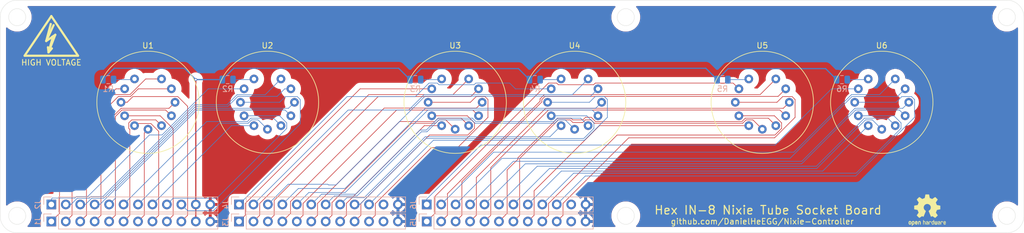
<source format=kicad_pcb>
(kicad_pcb (version 20171130) (host pcbnew "(5.1.5-131-g305ed0b65)-1")

  (general
    (thickness 1.6)
    (drawings 17)
    (tracks 439)
    (zones 0)
    (modules 20)
    (nets 69)
  )

  (page A4)
  (layers
    (0 F.Cu signal)
    (31 B.Cu signal)
    (32 B.Adhes user)
    (33 F.Adhes user)
    (34 B.Paste user)
    (35 F.Paste user)
    (36 B.SilkS user)
    (37 F.SilkS user)
    (38 B.Mask user)
    (39 F.Mask user)
    (40 Dwgs.User user)
    (41 Cmts.User user)
    (42 Eco1.User user)
    (43 Eco2.User user)
    (44 Edge.Cuts user)
    (45 Margin user)
    (46 B.CrtYd user hide)
    (47 F.CrtYd user hide)
    (48 B.Fab user hide)
    (49 F.Fab user hide)
  )

  (setup
    (last_trace_width 0.1016)
    (user_trace_width 0.2032)
    (trace_clearance 0.2)
    (zone_clearance 1.016)
    (zone_45_only no)
    (trace_min 0.1016)
    (via_size 0.5)
    (via_drill 0.3)
    (via_min_size 0.4)
    (via_min_drill 0.3)
    (uvia_size 0.3)
    (uvia_drill 0.1)
    (uvias_allowed no)
    (uvia_min_size 0.2)
    (uvia_min_drill 0.1)
    (edge_width 0.05)
    (segment_width 0.2)
    (pcb_text_width 0.3)
    (pcb_text_size 1.5 1.5)
    (mod_edge_width 0.12)
    (mod_text_size 1 1)
    (mod_text_width 0.15)
    (pad_size 1.524 1.524)
    (pad_drill 0.762)
    (pad_to_mask_clearance 0.05)
    (aux_axis_origin 0 0)
    (visible_elements 7FFFFFFF)
    (pcbplotparams
      (layerselection 0x010fc_ffffffff)
      (usegerberextensions false)
      (usegerberattributes true)
      (usegerberadvancedattributes true)
      (creategerberjobfile false)
      (excludeedgelayer true)
      (linewidth 0.100000)
      (plotframeref false)
      (viasonmask false)
      (mode 1)
      (useauxorigin false)
      (hpglpennumber 1)
      (hpglpenspeed 20)
      (hpglpendiameter 15.000000)
      (psnegative false)
      (psa4output false)
      (plotreference true)
      (plotvalue true)
      (plotinvisibletext false)
      (padsonsilk false)
      (subtractmaskfromsilk false)
      (outputformat 1)
      (mirror false)
      (drillshape 0)
      (scaleselection 1)
      (outputdirectory "../../../Fabrication/Sockets/IN-8/"))
  )

  (net 0 "")
  (net 1 GND)
  (net 2 HV)
  (net 3 "Net-(J1-Pad10)")
  (net 4 "Net-(J1-Pad9)")
  (net 5 "Net-(J1-Pad8)")
  (net 6 "Net-(J1-Pad7)")
  (net 7 "Net-(J1-Pad6)")
  (net 8 "Net-(J1-Pad5)")
  (net 9 "Net-(J1-Pad4)")
  (net 10 "Net-(J1-Pad3)")
  (net 11 "Net-(J1-Pad2)")
  (net 12 "Net-(J1-Pad1)")
  (net 13 "Net-(J2-Pad10)")
  (net 14 "Net-(J2-Pad9)")
  (net 15 "Net-(J2-Pad8)")
  (net 16 "Net-(J2-Pad7)")
  (net 17 "Net-(J2-Pad6)")
  (net 18 "Net-(J2-Pad5)")
  (net 19 "Net-(J2-Pad4)")
  (net 20 "Net-(J2-Pad3)")
  (net 21 "Net-(J2-Pad2)")
  (net 22 "Net-(J2-Pad1)")
  (net 23 "Net-(J3-Pad10)")
  (net 24 "Net-(J3-Pad9)")
  (net 25 "Net-(J3-Pad8)")
  (net 26 "Net-(J3-Pad7)")
  (net 27 "Net-(J3-Pad6)")
  (net 28 "Net-(J3-Pad5)")
  (net 29 "Net-(J3-Pad4)")
  (net 30 "Net-(J3-Pad3)")
  (net 31 "Net-(J3-Pad2)")
  (net 32 "Net-(J3-Pad1)")
  (net 33 "Net-(J4-Pad1)")
  (net 34 "Net-(J4-Pad2)")
  (net 35 "Net-(J4-Pad3)")
  (net 36 "Net-(J4-Pad4)")
  (net 37 "Net-(J4-Pad5)")
  (net 38 "Net-(J4-Pad6)")
  (net 39 "Net-(J4-Pad7)")
  (net 40 "Net-(J4-Pad8)")
  (net 41 "Net-(J4-Pad9)")
  (net 42 "Net-(J4-Pad10)")
  (net 43 "Net-(J5-Pad1)")
  (net 44 "Net-(J5-Pad2)")
  (net 45 "Net-(J5-Pad3)")
  (net 46 "Net-(J5-Pad4)")
  (net 47 "Net-(J5-Pad5)")
  (net 48 "Net-(J5-Pad6)")
  (net 49 "Net-(J5-Pad7)")
  (net 50 "Net-(J5-Pad8)")
  (net 51 "Net-(J5-Pad9)")
  (net 52 "Net-(J5-Pad10)")
  (net 53 "Net-(J6-Pad1)")
  (net 54 "Net-(J6-Pad2)")
  (net 55 "Net-(J6-Pad3)")
  (net 56 "Net-(J6-Pad4)")
  (net 57 "Net-(J6-Pad5)")
  (net 58 "Net-(J6-Pad6)")
  (net 59 "Net-(J6-Pad7)")
  (net 60 "Net-(J6-Pad8)")
  (net 61 "Net-(J6-Pad9)")
  (net 62 "Net-(J6-Pad10)")
  (net 63 "Net-(R1-Pad2)")
  (net 64 "Net-(R2-Pad2)")
  (net 65 "Net-(R3-Pad2)")
  (net 66 "Net-(R4-Pad2)")
  (net 67 "Net-(R5-Pad2)")
  (net 68 "Net-(R6-Pad2)")

  (net_class Default "This is the default net class."
    (clearance 0.2)
    (trace_width 0.1016)
    (via_dia 0.5)
    (via_drill 0.3)
    (uvia_dia 0.3)
    (uvia_drill 0.1)
    (add_net GND)
    (add_net HV)
    (add_net "Net-(J1-Pad1)")
    (add_net "Net-(J1-Pad10)")
    (add_net "Net-(J1-Pad2)")
    (add_net "Net-(J1-Pad3)")
    (add_net "Net-(J1-Pad4)")
    (add_net "Net-(J1-Pad5)")
    (add_net "Net-(J1-Pad6)")
    (add_net "Net-(J1-Pad7)")
    (add_net "Net-(J1-Pad8)")
    (add_net "Net-(J1-Pad9)")
    (add_net "Net-(J2-Pad1)")
    (add_net "Net-(J2-Pad10)")
    (add_net "Net-(J2-Pad2)")
    (add_net "Net-(J2-Pad3)")
    (add_net "Net-(J2-Pad4)")
    (add_net "Net-(J2-Pad5)")
    (add_net "Net-(J2-Pad6)")
    (add_net "Net-(J2-Pad7)")
    (add_net "Net-(J2-Pad8)")
    (add_net "Net-(J2-Pad9)")
    (add_net "Net-(J3-Pad1)")
    (add_net "Net-(J3-Pad10)")
    (add_net "Net-(J3-Pad2)")
    (add_net "Net-(J3-Pad3)")
    (add_net "Net-(J3-Pad4)")
    (add_net "Net-(J3-Pad5)")
    (add_net "Net-(J3-Pad6)")
    (add_net "Net-(J3-Pad7)")
    (add_net "Net-(J3-Pad8)")
    (add_net "Net-(J3-Pad9)")
    (add_net "Net-(J4-Pad1)")
    (add_net "Net-(J4-Pad10)")
    (add_net "Net-(J4-Pad2)")
    (add_net "Net-(J4-Pad3)")
    (add_net "Net-(J4-Pad4)")
    (add_net "Net-(J4-Pad5)")
    (add_net "Net-(J4-Pad6)")
    (add_net "Net-(J4-Pad7)")
    (add_net "Net-(J4-Pad8)")
    (add_net "Net-(J4-Pad9)")
    (add_net "Net-(J5-Pad1)")
    (add_net "Net-(J5-Pad10)")
    (add_net "Net-(J5-Pad2)")
    (add_net "Net-(J5-Pad3)")
    (add_net "Net-(J5-Pad4)")
    (add_net "Net-(J5-Pad5)")
    (add_net "Net-(J5-Pad6)")
    (add_net "Net-(J5-Pad7)")
    (add_net "Net-(J5-Pad8)")
    (add_net "Net-(J5-Pad9)")
    (add_net "Net-(J6-Pad1)")
    (add_net "Net-(J6-Pad10)")
    (add_net "Net-(J6-Pad2)")
    (add_net "Net-(J6-Pad3)")
    (add_net "Net-(J6-Pad4)")
    (add_net "Net-(J6-Pad5)")
    (add_net "Net-(J6-Pad6)")
    (add_net "Net-(J6-Pad7)")
    (add_net "Net-(J6-Pad8)")
    (add_net "Net-(J6-Pad9)")
    (add_net "Net-(R1-Pad2)")
    (add_net "Net-(R2-Pad2)")
    (add_net "Net-(R3-Pad2)")
    (add_net "Net-(R4-Pad2)")
    (add_net "Net-(R5-Pad2)")
    (add_net "Net-(R6-Pad2)")
  )

  (module Symbol:Symbol_HighVoltage_Type2_CopperTop_VerySmall (layer F.Cu) (tedit 5F12D05F) (tstamp 5F1345A2)
    (at 76 67)
    (descr "Symbol, High Voltage, Type 2, Copper Top, Very Small,")
    (tags "Symbol, High Voltage, Type 2, Copper Top, Very Small,")
    (attr virtual)
    (fp_text reference REF** (at -0.127 -5.715) (layer F.SilkS) hide
      (effects (font (size 1 1) (thickness 0.15)))
    )
    (fp_text value Symbol_HighVoltage_Type2_CopperTop_VerySmall (at -0.381 4.572) (layer F.Fab)
      (effects (font (size 1 1) (thickness 0.15)))
    )
    (fp_line (start -4.699 2.794) (end 0 -4.191) (layer F.SilkS) (width 0.381))
    (fp_line (start 4.699 2.794) (end -4.699 2.794) (layer F.SilkS) (width 0.381))
    (fp_line (start 0 -4.191) (end 4.699 2.794) (layer F.SilkS) (width 0.381))
    (fp_line (start -0.49784 2.19964) (end -0.59944 1.30048) (layer F.SilkS) (width 0.381))
    (fp_line (start 0.29972 -0.59944) (end -0.49784 2.19964) (layer F.SilkS) (width 0.381))
    (fp_line (start -0.89916 0.20066) (end 0.29972 -0.59944) (layer F.SilkS) (width 0.381))
    (fp_line (start -0.09906 -2.79908) (end -0.89916 0.20066) (layer F.SilkS) (width 0.381))
    (fp_line (start -0.49784 2.19964) (end 0.1016 1.50114) (layer F.SilkS) (width 0.381))
    (fp_line (start -0.89916 0.20066) (end 0.40132 -2.60096) (layer F.SilkS) (width 0.381))
    (fp_line (start 0.70104 -0.89916) (end 0.1016 -0.50038) (layer F.SilkS) (width 0.381))
    (fp_line (start -0.49784 2.19964) (end 0.70104 -0.89916) (layer F.SilkS) (width 0.381))
  )

  (module Symbol:OSHW-Logo2_7.3x6mm_SilkScreen (layer F.Cu) (tedit 0) (tstamp 5F133EC2)
    (at 230 97)
    (descr "Open Source Hardware Symbol")
    (tags "Logo Symbol OSHW")
    (attr virtual)
    (fp_text reference REF** (at 0 0) (layer F.SilkS) hide
      (effects (font (size 1 1) (thickness 0.15)))
    )
    (fp_text value OSHW-Logo2_7.3x6mm_SilkScreen (at 0.75 0) (layer F.Fab) hide
      (effects (font (size 1 1) (thickness 0.15)))
    )
    (fp_poly (pts (xy 0.10391 -2.757652) (xy 0.182454 -2.757222) (xy 0.239298 -2.756058) (xy 0.278105 -2.753793)
      (xy 0.302538 -2.75006) (xy 0.316262 -2.744494) (xy 0.32294 -2.736727) (xy 0.326236 -2.726395)
      (xy 0.326556 -2.725057) (xy 0.331562 -2.700921) (xy 0.340829 -2.653299) (xy 0.353392 -2.587259)
      (xy 0.368287 -2.507872) (xy 0.384551 -2.420204) (xy 0.385119 -2.417125) (xy 0.40141 -2.331211)
      (xy 0.416652 -2.255304) (xy 0.429861 -2.193955) (xy 0.440054 -2.151718) (xy 0.446248 -2.133145)
      (xy 0.446543 -2.132816) (xy 0.464788 -2.123747) (xy 0.502405 -2.108633) (xy 0.551271 -2.090738)
      (xy 0.551543 -2.090642) (xy 0.613093 -2.067507) (xy 0.685657 -2.038035) (xy 0.754057 -2.008403)
      (xy 0.757294 -2.006938) (xy 0.868702 -1.956374) (xy 1.115399 -2.12484) (xy 1.191077 -2.176197)
      (xy 1.259631 -2.222111) (xy 1.317088 -2.25997) (xy 1.359476 -2.287163) (xy 1.382825 -2.301079)
      (xy 1.385042 -2.302111) (xy 1.40201 -2.297516) (xy 1.433701 -2.275345) (xy 1.481352 -2.234553)
      (xy 1.546198 -2.174095) (xy 1.612397 -2.109773) (xy 1.676214 -2.046388) (xy 1.733329 -1.988549)
      (xy 1.780305 -1.939825) (xy 1.813703 -1.90379) (xy 1.830085 -1.884016) (xy 1.830694 -1.882998)
      (xy 1.832505 -1.869428) (xy 1.825683 -1.847267) (xy 1.80854 -1.813522) (xy 1.779393 -1.7652)
      (xy 1.736555 -1.699308) (xy 1.679448 -1.614483) (xy 1.628766 -1.539823) (xy 1.583461 -1.47286)
      (xy 1.54615 -1.417484) (xy 1.519452 -1.37758) (xy 1.505985 -1.357038) (xy 1.505137 -1.355644)
      (xy 1.506781 -1.335962) (xy 1.519245 -1.297707) (xy 1.540048 -1.248111) (xy 1.547462 -1.232272)
      (xy 1.579814 -1.16171) (xy 1.614328 -1.081647) (xy 1.642365 -1.012371) (xy 1.662568 -0.960955)
      (xy 1.678615 -0.921881) (xy 1.687888 -0.901459) (xy 1.689041 -0.899886) (xy 1.706096 -0.897279)
      (xy 1.746298 -0.890137) (xy 1.804302 -0.879477) (xy 1.874763 -0.866315) (xy 1.952335 -0.851667)
      (xy 2.031672 -0.836551) (xy 2.107431 -0.821982) (xy 2.174264 -0.808978) (xy 2.226828 -0.798555)
      (xy 2.259776 -0.79173) (xy 2.267857 -0.789801) (xy 2.276205 -0.785038) (xy 2.282506 -0.774282)
      (xy 2.287045 -0.753902) (xy 2.290104 -0.720266) (xy 2.291967 -0.669745) (xy 2.292918 -0.598708)
      (xy 2.29324 -0.503524) (xy 2.293257 -0.464508) (xy 2.293257 -0.147201) (xy 2.217057 -0.132161)
      (xy 2.174663 -0.124005) (xy 2.1114 -0.112101) (xy 2.034962 -0.097884) (xy 1.953043 -0.08279)
      (xy 1.9304 -0.078645) (xy 1.854806 -0.063947) (xy 1.788953 -0.049495) (xy 1.738366 -0.036625)
      (xy 1.708574 -0.026678) (xy 1.703612 -0.023713) (xy 1.691426 -0.002717) (xy 1.673953 0.037967)
      (xy 1.654577 0.090322) (xy 1.650734 0.1016) (xy 1.625339 0.171523) (xy 1.593817 0.250418)
      (xy 1.562969 0.321266) (xy 1.562817 0.321595) (xy 1.511447 0.432733) (xy 1.680399 0.681253)
      (xy 1.849352 0.929772) (xy 1.632429 1.147058) (xy 1.566819 1.211726) (xy 1.506979 1.268733)
      (xy 1.456267 1.315033) (xy 1.418046 1.347584) (xy 1.395675 1.363343) (xy 1.392466 1.364343)
      (xy 1.373626 1.356469) (xy 1.33518 1.334578) (xy 1.28133 1.301267) (xy 1.216276 1.259131)
      (xy 1.14594 1.211943) (xy 1.074555 1.16381) (xy 1.010908 1.121928) (xy 0.959041 1.088871)
      (xy 0.922995 1.067218) (xy 0.906867 1.059543) (xy 0.887189 1.066037) (xy 0.849875 1.08315)
      (xy 0.802621 1.107326) (xy 0.797612 1.110013) (xy 0.733977 1.141927) (xy 0.690341 1.157579)
      (xy 0.663202 1.157745) (xy 0.649057 1.143204) (xy 0.648975 1.143) (xy 0.641905 1.125779)
      (xy 0.625042 1.084899) (xy 0.599695 1.023525) (xy 0.567171 0.944819) (xy 0.528778 0.851947)
      (xy 0.485822 0.748072) (xy 0.444222 0.647502) (xy 0.398504 0.536516) (xy 0.356526 0.433703)
      (xy 0.319548 0.342215) (xy 0.288827 0.265201) (xy 0.265622 0.205815) (xy 0.25119 0.167209)
      (xy 0.246743 0.1528) (xy 0.257896 0.136272) (xy 0.287069 0.10993) (xy 0.325971 0.080887)
      (xy 0.436757 -0.010961) (xy 0.523351 -0.116241) (xy 0.584716 -0.232734) (xy 0.619815 -0.358224)
      (xy 0.627608 -0.490493) (xy 0.621943 -0.551543) (xy 0.591078 -0.678205) (xy 0.53792 -0.790059)
      (xy 0.465767 -0.885999) (xy 0.377917 -0.964924) (xy 0.277665 -1.02573) (xy 0.16831 -1.067313)
      (xy 0.053147 -1.088572) (xy -0.064525 -1.088401) (xy -0.18141 -1.065699) (xy -0.294211 -1.019362)
      (xy -0.399631 -0.948287) (xy -0.443632 -0.908089) (xy -0.528021 -0.804871) (xy -0.586778 -0.692075)
      (xy -0.620296 -0.57299) (xy -0.628965 -0.450905) (xy -0.613177 -0.329107) (xy -0.573322 -0.210884)
      (xy -0.509793 -0.099525) (xy -0.422979 0.001684) (xy -0.325971 0.080887) (xy -0.285563 0.111162)
      (xy -0.257018 0.137219) (xy -0.246743 0.152825) (xy -0.252123 0.169843) (xy -0.267425 0.2105)
      (xy -0.291388 0.271642) (xy -0.322756 0.350119) (xy -0.360268 0.44278) (xy -0.402667 0.546472)
      (xy -0.444337 0.647526) (xy -0.49031 0.758607) (xy -0.532893 0.861541) (xy -0.570779 0.953165)
      (xy -0.60266 1.030316) (xy -0.627229 1.089831) (xy -0.64318 1.128544) (xy -0.64909 1.143)
      (xy -0.663052 1.157685) (xy -0.69006 1.157642) (xy -0.733587 1.142099) (xy -0.79711 1.110284)
      (xy -0.797612 1.110013) (xy -0.84544 1.085323) (xy -0.884103 1.067338) (xy -0.905905 1.059614)
      (xy -0.906867 1.059543) (xy -0.923279 1.067378) (xy -0.959513 1.089165) (xy -1.011526 1.122328)
      (xy -1.075275 1.164291) (xy -1.14594 1.211943) (xy -1.217884 1.260191) (xy -1.282726 1.302151)
      (xy -1.336265 1.335227) (xy -1.374303 1.356821) (xy -1.392467 1.364343) (xy -1.409192 1.354457)
      (xy -1.44282 1.326826) (xy -1.48999 1.284495) (xy -1.547342 1.230505) (xy -1.611516 1.167899)
      (xy -1.632503 1.146983) (xy -1.849501 0.929623) (xy -1.684332 0.68722) (xy -1.634136 0.612781)
      (xy -1.590081 0.545972) (xy -1.554638 0.490665) (xy -1.530281 0.450729) (xy -1.519478 0.430036)
      (xy -1.519162 0.428563) (xy -1.524857 0.409058) (xy -1.540174 0.369822) (xy -1.562463 0.31743)
      (xy -1.578107 0.282355) (xy -1.607359 0.215201) (xy -1.634906 0.147358) (xy -1.656263 0.090034)
      (xy -1.662065 0.072572) (xy -1.678548 0.025938) (xy -1.69466 -0.010095) (xy -1.70351 -0.023713)
      (xy -1.72304 -0.032048) (xy -1.765666 -0.043863) (xy -1.825855 -0.057819) (xy -1.898078 -0.072578)
      (xy -1.9304 -0.078645) (xy -2.012478 -0.093727) (xy -2.091205 -0.108331) (xy -2.158891 -0.12102)
      (xy -2.20784 -0.130358) (xy -2.217057 -0.132161) (xy -2.293257 -0.147201) (xy -2.293257 -0.464508)
      (xy -2.293086 -0.568846) (xy -2.292384 -0.647787) (xy -2.290866 -0.704962) (xy -2.288251 -0.744001)
      (xy -2.284254 -0.768535) (xy -2.278591 -0.782195) (xy -2.27098 -0.788611) (xy -2.267857 -0.789801)
      (xy -2.249022 -0.79402) (xy -2.207412 -0.802438) (xy -2.14837 -0.814039) (xy -2.077243 -0.827805)
      (xy -1.999375 -0.84272) (xy -1.920113 -0.857768) (xy -1.844802 -0.871931) (xy -1.778787 -0.884194)
      (xy -1.727413 -0.893539) (xy -1.696025 -0.89895) (xy -1.689041 -0.899886) (xy -1.682715 -0.912404)
      (xy -1.66871 -0.945754) (xy -1.649645 -0.993623) (xy -1.642366 -1.012371) (xy -1.613004 -1.084805)
      (xy -1.578429 -1.16483) (xy -1.547463 -1.232272) (xy -1.524677 -1.283841) (xy -1.509518 -1.326215)
      (xy -1.504458 -1.352166) (xy -1.505264 -1.355644) (xy -1.515959 -1.372064) (xy -1.54038 -1.408583)
      (xy -1.575905 -1.461313) (xy -1.619913 -1.526365) (xy -1.669783 -1.599849) (xy -1.679644 -1.614355)
      (xy -1.737508 -1.700296) (xy -1.780044 -1.765739) (xy -1.808946 -1.813696) (xy -1.82591 -1.84718)
      (xy -1.832633 -1.869205) (xy -1.83081 -1.882783) (xy -1.830764 -1.882869) (xy -1.816414 -1.900703)
      (xy -1.784677 -1.935183) (xy -1.73899 -1.982732) (xy -1.682796 -2.039778) (xy -1.619532 -2.102745)
      (xy -1.612398 -2.109773) (xy -1.53267 -2.18698) (xy -1.471143 -2.24367) (xy -1.426579 -2.28089)
      (xy -1.397743 -2.299685) (xy -1.385042 -2.302111) (xy -1.366506 -2.291529) (xy -1.328039 -2.267084)
      (xy -1.273614 -2.231388) (xy -1.207202 -2.187053) (xy -1.132775 -2.136689) (xy -1.115399 -2.12484)
      (xy -0.868703 -1.956374) (xy -0.757294 -2.006938) (xy -0.689543 -2.036405) (xy -0.616817 -2.066041)
      (xy -0.554297 -2.08967) (xy -0.551543 -2.090642) (xy -0.50264 -2.108543) (xy -0.464943 -2.12368)
      (xy -0.446575 -2.13279) (xy -0.446544 -2.132816) (xy -0.440715 -2.149283) (xy -0.430808 -2.189781)
      (xy -0.417805 -2.249758) (xy -0.402691 -2.32466) (xy -0.386448 -2.409936) (xy -0.385119 -2.417125)
      (xy -0.368825 -2.504986) (xy -0.353867 -2.58474) (xy -0.341209 -2.651319) (xy -0.331814 -2.699653)
      (xy -0.326646 -2.724675) (xy -0.326556 -2.725057) (xy -0.323411 -2.735701) (xy -0.317296 -2.743738)
      (xy -0.304547 -2.749533) (xy -0.2815 -2.753453) (xy -0.244491 -2.755865) (xy -0.189856 -2.757135)
      (xy -0.113933 -2.757629) (xy -0.013056 -2.757714) (xy 0 -2.757714) (xy 0.10391 -2.757652)) (layer F.SilkS) (width 0.01))
    (fp_poly (pts (xy 3.153595 1.966966) (xy 3.211021 2.004497) (xy 3.238719 2.038096) (xy 3.260662 2.099064)
      (xy 3.262405 2.147308) (xy 3.258457 2.211816) (xy 3.109686 2.276934) (xy 3.037349 2.310202)
      (xy 2.990084 2.336964) (xy 2.965507 2.360144) (xy 2.961237 2.382667) (xy 2.974889 2.407455)
      (xy 2.989943 2.423886) (xy 3.033746 2.450235) (xy 3.081389 2.452081) (xy 3.125145 2.431546)
      (xy 3.157289 2.390752) (xy 3.163038 2.376347) (xy 3.190576 2.331356) (xy 3.222258 2.312182)
      (xy 3.265714 2.295779) (xy 3.265714 2.357966) (xy 3.261872 2.400283) (xy 3.246823 2.435969)
      (xy 3.21528 2.476943) (xy 3.210592 2.482267) (xy 3.175506 2.51872) (xy 3.145347 2.538283)
      (xy 3.107615 2.547283) (xy 3.076335 2.55023) (xy 3.020385 2.550965) (xy 2.980555 2.54166)
      (xy 2.955708 2.527846) (xy 2.916656 2.497467) (xy 2.889625 2.464613) (xy 2.872517 2.423294)
      (xy 2.863238 2.367521) (xy 2.859693 2.291305) (xy 2.85941 2.252622) (xy 2.860372 2.206247)
      (xy 2.948007 2.206247) (xy 2.949023 2.231126) (xy 2.951556 2.2352) (xy 2.968274 2.229665)
      (xy 3.004249 2.215017) (xy 3.052331 2.19419) (xy 3.062386 2.189714) (xy 3.123152 2.158814)
      (xy 3.156632 2.131657) (xy 3.16399 2.10622) (xy 3.146391 2.080481) (xy 3.131856 2.069109)
      (xy 3.07941 2.046364) (xy 3.030322 2.050122) (xy 2.989227 2.077884) (xy 2.960758 2.127152)
      (xy 2.951631 2.166257) (xy 2.948007 2.206247) (xy 2.860372 2.206247) (xy 2.861285 2.162249)
      (xy 2.868196 2.095384) (xy 2.881884 2.046695) (xy 2.904096 2.010849) (xy 2.936574 1.982513)
      (xy 2.950733 1.973355) (xy 3.015053 1.949507) (xy 3.085473 1.948006) (xy 3.153595 1.966966)) (layer F.SilkS) (width 0.01))
    (fp_poly (pts (xy 2.6526 1.958752) (xy 2.669948 1.966334) (xy 2.711356 1.999128) (xy 2.746765 2.046547)
      (xy 2.768664 2.097151) (xy 2.772229 2.122098) (xy 2.760279 2.156927) (xy 2.734067 2.175357)
      (xy 2.705964 2.186516) (xy 2.693095 2.188572) (xy 2.686829 2.173649) (xy 2.674456 2.141175)
      (xy 2.669028 2.126502) (xy 2.63859 2.075744) (xy 2.59452 2.050427) (xy 2.53801 2.051206)
      (xy 2.533825 2.052203) (xy 2.503655 2.066507) (xy 2.481476 2.094393) (xy 2.466327 2.139287)
      (xy 2.45725 2.204615) (xy 2.453286 2.293804) (xy 2.452914 2.341261) (xy 2.45273 2.416071)
      (xy 2.451522 2.467069) (xy 2.448309 2.499471) (xy 2.442109 2.518495) (xy 2.43194 2.529356)
      (xy 2.416819 2.537272) (xy 2.415946 2.53767) (xy 2.386828 2.549981) (xy 2.372403 2.554514)
      (xy 2.370186 2.540809) (xy 2.368289 2.502925) (xy 2.366847 2.445715) (xy 2.365998 2.374027)
      (xy 2.365829 2.321565) (xy 2.366692 2.220047) (xy 2.37007 2.143032) (xy 2.377142 2.086023)
      (xy 2.389088 2.044526) (xy 2.40709 2.014043) (xy 2.432327 1.99008) (xy 2.457247 1.973355)
      (xy 2.517171 1.951097) (xy 2.586911 1.946076) (xy 2.6526 1.958752)) (layer F.SilkS) (width 0.01))
    (fp_poly (pts (xy 2.144876 1.956335) (xy 2.186667 1.975344) (xy 2.219469 1.998378) (xy 2.243503 2.024133)
      (xy 2.260097 2.057358) (xy 2.270577 2.1028) (xy 2.276271 2.165207) (xy 2.278507 2.249327)
      (xy 2.278743 2.304721) (xy 2.278743 2.520826) (xy 2.241774 2.53767) (xy 2.212656 2.549981)
      (xy 2.198231 2.554514) (xy 2.195472 2.541025) (xy 2.193282 2.504653) (xy 2.191942 2.451542)
      (xy 2.191657 2.409372) (xy 2.190434 2.348447) (xy 2.187136 2.300115) (xy 2.182321 2.270518)
      (xy 2.178496 2.264229) (xy 2.152783 2.270652) (xy 2.112418 2.287125) (xy 2.065679 2.309458)
      (xy 2.020845 2.333457) (xy 1.986193 2.35493) (xy 1.970002 2.369685) (xy 1.969938 2.369845)
      (xy 1.97133 2.397152) (xy 1.983818 2.423219) (xy 2.005743 2.444392) (xy 2.037743 2.451474)
      (xy 2.065092 2.450649) (xy 2.103826 2.450042) (xy 2.124158 2.459116) (xy 2.136369 2.483092)
      (xy 2.137909 2.487613) (xy 2.143203 2.521806) (xy 2.129047 2.542568) (xy 2.092148 2.552462)
      (xy 2.052289 2.554292) (xy 1.980562 2.540727) (xy 1.943432 2.521355) (xy 1.897576 2.475845)
      (xy 1.873256 2.419983) (xy 1.871073 2.360957) (xy 1.891629 2.305953) (xy 1.922549 2.271486)
      (xy 1.95342 2.252189) (xy 2.001942 2.227759) (xy 2.058485 2.202985) (xy 2.06791 2.199199)
      (xy 2.130019 2.171791) (xy 2.165822 2.147634) (xy 2.177337 2.123619) (xy 2.16658 2.096635)
      (xy 2.148114 2.075543) (xy 2.104469 2.049572) (xy 2.056446 2.047624) (xy 2.012406 2.067637)
      (xy 1.980709 2.107551) (xy 1.976549 2.117848) (xy 1.952327 2.155724) (xy 1.916965 2.183842)
      (xy 1.872343 2.206917) (xy 1.872343 2.141485) (xy 1.874969 2.101506) (xy 1.88623 2.069997)
      (xy 1.911199 2.036378) (xy 1.935169 2.010484) (xy 1.972441 1.973817) (xy 2.001401 1.954121)
      (xy 2.032505 1.94622) (xy 2.067713 1.944914) (xy 2.144876 1.956335)) (layer F.SilkS) (width 0.01))
    (fp_poly (pts (xy 1.779833 1.958663) (xy 1.782048 1.99685) (xy 1.783784 2.054886) (xy 1.784899 2.12818)
      (xy 1.785257 2.205055) (xy 1.785257 2.465196) (xy 1.739326 2.511127) (xy 1.707675 2.539429)
      (xy 1.67989 2.550893) (xy 1.641915 2.550168) (xy 1.62684 2.548321) (xy 1.579726 2.542948)
      (xy 1.540756 2.539869) (xy 1.531257 2.539585) (xy 1.499233 2.541445) (xy 1.453432 2.546114)
      (xy 1.435674 2.548321) (xy 1.392057 2.551735) (xy 1.362745 2.54432) (xy 1.33368 2.521427)
      (xy 1.323188 2.511127) (xy 1.277257 2.465196) (xy 1.277257 1.978602) (xy 1.314226 1.961758)
      (xy 1.346059 1.949282) (xy 1.364683 1.944914) (xy 1.369458 1.958718) (xy 1.373921 1.997286)
      (xy 1.377775 2.056356) (xy 1.380722 2.131663) (xy 1.382143 2.195286) (xy 1.386114 2.445657)
      (xy 1.420759 2.450556) (xy 1.452268 2.447131) (xy 1.467708 2.436041) (xy 1.472023 2.415308)
      (xy 1.475708 2.371145) (xy 1.478469 2.309146) (xy 1.480012 2.234909) (xy 1.480235 2.196706)
      (xy 1.480457 1.976783) (xy 1.526166 1.960849) (xy 1.558518 1.950015) (xy 1.576115 1.944962)
      (xy 1.576623 1.944914) (xy 1.578388 1.958648) (xy 1.580329 1.99673) (xy 1.582282 2.054482)
      (xy 1.584084 2.127227) (xy 1.585343 2.195286) (xy 1.589314 2.445657) (xy 1.6764 2.445657)
      (xy 1.680396 2.21724) (xy 1.684392 1.988822) (xy 1.726847 1.966868) (xy 1.758192 1.951793)
      (xy 1.776744 1.944951) (xy 1.777279 1.944914) (xy 1.779833 1.958663)) (layer F.SilkS) (width 0.01))
    (fp_poly (pts (xy 1.190117 2.065358) (xy 1.189933 2.173837) (xy 1.189219 2.257287) (xy 1.187675 2.319704)
      (xy 1.185001 2.365085) (xy 1.180894 2.397429) (xy 1.175055 2.420733) (xy 1.167182 2.438995)
      (xy 1.161221 2.449418) (xy 1.111855 2.505945) (xy 1.049264 2.541377) (xy 0.980013 2.55409)
      (xy 0.910668 2.542463) (xy 0.869375 2.521568) (xy 0.826025 2.485422) (xy 0.796481 2.441276)
      (xy 0.778655 2.383462) (xy 0.770463 2.306313) (xy 0.769302 2.249714) (xy 0.769458 2.245647)
      (xy 0.870857 2.245647) (xy 0.871476 2.31055) (xy 0.874314 2.353514) (xy 0.88084 2.381622)
      (xy 0.892523 2.401953) (xy 0.906483 2.417288) (xy 0.953365 2.44689) (xy 1.003701 2.449419)
      (xy 1.051276 2.424705) (xy 1.054979 2.421356) (xy 1.070783 2.403935) (xy 1.080693 2.383209)
      (xy 1.086058 2.352362) (xy 1.088228 2.304577) (xy 1.088571 2.251748) (xy 1.087827 2.185381)
      (xy 1.084748 2.141106) (xy 1.078061 2.112009) (xy 1.066496 2.091173) (xy 1.057013 2.080107)
      (xy 1.01296 2.052198) (xy 0.962224 2.048843) (xy 0.913796 2.070159) (xy 0.90445 2.078073)
      (xy 0.88854 2.095647) (xy 0.87861 2.116587) (xy 0.873278 2.147782) (xy 0.871163 2.196122)
      (xy 0.870857 2.245647) (xy 0.769458 2.245647) (xy 0.77281 2.158568) (xy 0.784726 2.090086)
      (xy 0.807135 2.0386) (xy 0.842124 1.998443) (xy 0.869375 1.977861) (xy 0.918907 1.955625)
      (xy 0.976316 1.945304) (xy 1.029682 1.948067) (xy 1.059543 1.959212) (xy 1.071261 1.962383)
      (xy 1.079037 1.950557) (xy 1.084465 1.918866) (xy 1.088571 1.870593) (xy 1.093067 1.816829)
      (xy 1.099313 1.784482) (xy 1.110676 1.765985) (xy 1.130528 1.75377) (xy 1.143 1.748362)
      (xy 1.190171 1.728601) (xy 1.190117 2.065358)) (layer F.SilkS) (width 0.01))
    (fp_poly (pts (xy 0.529926 1.949755) (xy 0.595858 1.974084) (xy 0.649273 2.017117) (xy 0.670164 2.047409)
      (xy 0.692939 2.102994) (xy 0.692466 2.143186) (xy 0.668562 2.170217) (xy 0.659717 2.174813)
      (xy 0.62153 2.189144) (xy 0.602028 2.185472) (xy 0.595422 2.161407) (xy 0.595086 2.148114)
      (xy 0.582992 2.09921) (xy 0.551471 2.064999) (xy 0.507659 2.048476) (xy 0.458695 2.052634)
      (xy 0.418894 2.074227) (xy 0.40545 2.086544) (xy 0.395921 2.101487) (xy 0.389485 2.124075)
      (xy 0.385317 2.159328) (xy 0.382597 2.212266) (xy 0.380502 2.287907) (xy 0.37996 2.311857)
      (xy 0.377981 2.39379) (xy 0.375731 2.451455) (xy 0.372357 2.489608) (xy 0.367006 2.513004)
      (xy 0.358824 2.526398) (xy 0.346959 2.534545) (xy 0.339362 2.538144) (xy 0.307102 2.550452)
      (xy 0.288111 2.554514) (xy 0.281836 2.540948) (xy 0.278006 2.499934) (xy 0.2766 2.430999)
      (xy 0.277598 2.333669) (xy 0.277908 2.318657) (xy 0.280101 2.229859) (xy 0.282693 2.165019)
      (xy 0.286382 2.119067) (xy 0.291864 2.086935) (xy 0.299835 2.063553) (xy 0.310993 2.043852)
      (xy 0.31683 2.03541) (xy 0.350296 1.998057) (xy 0.387727 1.969003) (xy 0.392309 1.966467)
      (xy 0.459426 1.946443) (xy 0.529926 1.949755)) (layer F.SilkS) (width 0.01))
    (fp_poly (pts (xy 0.039744 1.950968) (xy 0.096616 1.972087) (xy 0.097267 1.972493) (xy 0.13244 1.99838)
      (xy 0.158407 2.028633) (xy 0.17667 2.068058) (xy 0.188732 2.121462) (xy 0.196096 2.193651)
      (xy 0.200264 2.289432) (xy 0.200629 2.303078) (xy 0.205876 2.508842) (xy 0.161716 2.531678)
      (xy 0.129763 2.54711) (xy 0.11047 2.554423) (xy 0.109578 2.554514) (xy 0.106239 2.541022)
      (xy 0.103587 2.504626) (xy 0.101956 2.451452) (xy 0.1016 2.408393) (xy 0.101592 2.338641)
      (xy 0.098403 2.294837) (xy 0.087288 2.273944) (xy 0.063501 2.272925) (xy 0.022296 2.288741)
      (xy -0.039914 2.317815) (xy -0.085659 2.341963) (xy -0.109187 2.362913) (xy -0.116104 2.385747)
      (xy -0.116114 2.386877) (xy -0.104701 2.426212) (xy -0.070908 2.447462) (xy -0.019191 2.450539)
      (xy 0.018061 2.450006) (xy 0.037703 2.460735) (xy 0.049952 2.486505) (xy 0.057002 2.519337)
      (xy 0.046842 2.537966) (xy 0.043017 2.540632) (xy 0.007001 2.55134) (xy -0.043434 2.552856)
      (xy -0.095374 2.545759) (xy -0.132178 2.532788) (xy -0.183062 2.489585) (xy -0.211986 2.429446)
      (xy -0.217714 2.382462) (xy -0.213343 2.340082) (xy -0.197525 2.305488) (xy -0.166203 2.274763)
      (xy -0.115322 2.24399) (xy -0.040824 2.209252) (xy -0.036286 2.207288) (xy 0.030821 2.176287)
      (xy 0.072232 2.150862) (xy 0.089981 2.128014) (xy 0.086107 2.104745) (xy 0.062643 2.078056)
      (xy 0.055627 2.071914) (xy 0.00863 2.0481) (xy -0.040067 2.049103) (xy -0.082478 2.072451)
      (xy -0.110616 2.115675) (xy -0.113231 2.12416) (xy -0.138692 2.165308) (xy -0.170999 2.185128)
      (xy -0.217714 2.20477) (xy -0.217714 2.15395) (xy -0.203504 2.080082) (xy -0.161325 2.012327)
      (xy -0.139376 1.989661) (xy -0.089483 1.960569) (xy -0.026033 1.9474) (xy 0.039744 1.950968)) (layer F.SilkS) (width 0.01))
    (fp_poly (pts (xy -0.624114 1.851289) (xy -0.619861 1.910613) (xy -0.614975 1.945572) (xy -0.608205 1.96082)
      (xy -0.598298 1.961015) (xy -0.595086 1.959195) (xy -0.552356 1.946015) (xy -0.496773 1.946785)
      (xy -0.440263 1.960333) (xy -0.404918 1.977861) (xy -0.368679 2.005861) (xy -0.342187 2.037549)
      (xy -0.324001 2.077813) (xy -0.312678 2.131543) (xy -0.306778 2.203626) (xy -0.304857 2.298951)
      (xy -0.304823 2.317237) (xy -0.3048 2.522646) (xy -0.350509 2.53858) (xy -0.382973 2.54942)
      (xy -0.400785 2.554468) (xy -0.401309 2.554514) (xy -0.403063 2.540828) (xy -0.404556 2.503076)
      (xy -0.405674 2.446224) (xy -0.406303 2.375234) (xy -0.4064 2.332073) (xy -0.406602 2.246973)
      (xy -0.407642 2.185981) (xy -0.410169 2.144177) (xy -0.414836 2.116642) (xy -0.422293 2.098456)
      (xy -0.433189 2.084698) (xy -0.439993 2.078073) (xy -0.486728 2.051375) (xy -0.537728 2.049375)
      (xy -0.583999 2.071955) (xy -0.592556 2.080107) (xy -0.605107 2.095436) (xy -0.613812 2.113618)
      (xy -0.619369 2.139909) (xy -0.622474 2.179562) (xy -0.623824 2.237832) (xy -0.624114 2.318173)
      (xy -0.624114 2.522646) (xy -0.669823 2.53858) (xy -0.702287 2.54942) (xy -0.720099 2.554468)
      (xy -0.720623 2.554514) (xy -0.721963 2.540623) (xy -0.723172 2.501439) (xy -0.724199 2.4407)
      (xy -0.724998 2.362141) (xy -0.725519 2.269498) (xy -0.725714 2.166509) (xy -0.725714 1.769342)
      (xy -0.678543 1.749444) (xy -0.631371 1.729547) (xy -0.624114 1.851289)) (layer F.SilkS) (width 0.01))
    (fp_poly (pts (xy -1.831697 1.931239) (xy -1.774473 1.969735) (xy -1.730251 2.025335) (xy -1.703833 2.096086)
      (xy -1.69849 2.148162) (xy -1.699097 2.169893) (xy -1.704178 2.186531) (xy -1.718145 2.201437)
      (xy -1.745411 2.217973) (xy -1.790388 2.239498) (xy -1.857489 2.269374) (xy -1.857829 2.269524)
      (xy -1.919593 2.297813) (xy -1.970241 2.322933) (xy -2.004596 2.342179) (xy -2.017482 2.352848)
      (xy -2.017486 2.352934) (xy -2.006128 2.376166) (xy -1.979569 2.401774) (xy -1.949077 2.420221)
      (xy -1.93363 2.423886) (xy -1.891485 2.411212) (xy -1.855192 2.379471) (xy -1.837483 2.344572)
      (xy -1.820448 2.318845) (xy -1.787078 2.289546) (xy -1.747851 2.264235) (xy -1.713244 2.250471)
      (xy -1.706007 2.249714) (xy -1.697861 2.26216) (xy -1.69737 2.293972) (xy -1.703357 2.336866)
      (xy -1.714643 2.382558) (xy -1.73005 2.422761) (xy -1.730829 2.424322) (xy -1.777196 2.489062)
      (xy -1.837289 2.533097) (xy -1.905535 2.554711) (xy -1.976362 2.552185) (xy -2.044196 2.523804)
      (xy -2.047212 2.521808) (xy -2.100573 2.473448) (xy -2.13566 2.410352) (xy -2.155078 2.327387)
      (xy -2.157684 2.304078) (xy -2.162299 2.194055) (xy -2.156767 2.142748) (xy -2.017486 2.142748)
      (xy -2.015676 2.174753) (xy -2.005778 2.184093) (xy -1.981102 2.177105) (xy -1.942205 2.160587)
      (xy -1.898725 2.139881) (xy -1.897644 2.139333) (xy -1.860791 2.119949) (xy -1.846 2.107013)
      (xy -1.849647 2.093451) (xy -1.865005 2.075632) (xy -1.904077 2.049845) (xy -1.946154 2.04795)
      (xy -1.983897 2.066717) (xy -2.009966 2.102915) (xy -2.017486 2.142748) (xy -2.156767 2.142748)
      (xy -2.152806 2.106027) (xy -2.12845 2.036212) (xy -2.094544 1.987302) (xy -2.033347 1.937878)
      (xy -1.965937 1.913359) (xy -1.89712 1.911797) (xy -1.831697 1.931239)) (layer F.SilkS) (width 0.01))
    (fp_poly (pts (xy -2.958885 1.921962) (xy -2.890855 1.957733) (xy -2.840649 2.015301) (xy -2.822815 2.052312)
      (xy -2.808937 2.107882) (xy -2.801833 2.178096) (xy -2.80116 2.254727) (xy -2.806573 2.329552)
      (xy -2.81773 2.394342) (xy -2.834286 2.440873) (xy -2.839374 2.448887) (xy -2.899645 2.508707)
      (xy -2.971231 2.544535) (xy -3.048908 2.55502) (xy -3.127452 2.53881) (xy -3.149311 2.529092)
      (xy -3.191878 2.499143) (xy -3.229237 2.459433) (xy -3.232768 2.454397) (xy -3.247119 2.430124)
      (xy -3.256606 2.404178) (xy -3.26221 2.370022) (xy -3.264914 2.321119) (xy -3.265701 2.250935)
      (xy -3.265714 2.2352) (xy -3.265678 2.230192) (xy -3.120571 2.230192) (xy -3.119727 2.29643)
      (xy -3.116404 2.340386) (xy -3.109417 2.368779) (xy -3.097584 2.388325) (xy -3.091543 2.394857)
      (xy -3.056814 2.41968) (xy -3.023097 2.418548) (xy -2.989005 2.397016) (xy -2.968671 2.374029)
      (xy -2.956629 2.340478) (xy -2.949866 2.287569) (xy -2.949402 2.281399) (xy -2.948248 2.185513)
      (xy -2.960312 2.114299) (xy -2.98543 2.068194) (xy -3.02344 2.047635) (xy -3.037008 2.046514)
      (xy -3.072636 2.052152) (xy -3.097006 2.071686) (xy -3.111907 2.109042) (xy -3.119125 2.16815)
      (xy -3.120571 2.230192) (xy -3.265678 2.230192) (xy -3.265174 2.160413) (xy -3.262904 2.108159)
      (xy -3.257932 2.071949) (xy -3.249287 2.045299) (xy -3.235995 2.021722) (xy -3.233057 2.017338)
      (xy -3.183687 1.958249) (xy -3.129891 1.923947) (xy -3.064398 1.910331) (xy -3.042158 1.909665)
      (xy -2.958885 1.921962)) (layer F.SilkS) (width 0.01))
    (fp_poly (pts (xy -1.283907 1.92778) (xy -1.237328 1.954723) (xy -1.204943 1.981466) (xy -1.181258 2.009484)
      (xy -1.164941 2.043748) (xy -1.154661 2.089227) (xy -1.149086 2.150892) (xy -1.146884 2.233711)
      (xy -1.146629 2.293246) (xy -1.146629 2.512391) (xy -1.208314 2.540044) (xy -1.27 2.567697)
      (xy -1.277257 2.32767) (xy -1.280256 2.238028) (xy -1.283402 2.172962) (xy -1.287299 2.128026)
      (xy -1.292553 2.09877) (xy -1.299769 2.080748) (xy -1.30955 2.069511) (xy -1.312688 2.067079)
      (xy -1.360239 2.048083) (xy -1.408303 2.0556) (xy -1.436914 2.075543) (xy -1.448553 2.089675)
      (xy -1.456609 2.10822) (xy -1.461729 2.136334) (xy -1.464559 2.179173) (xy -1.465744 2.241895)
      (xy -1.465943 2.307261) (xy -1.465982 2.389268) (xy -1.467386 2.447316) (xy -1.472086 2.486465)
      (xy -1.482013 2.51178) (xy -1.499097 2.528323) (xy -1.525268 2.541156) (xy -1.560225 2.554491)
      (xy -1.598404 2.569007) (xy -1.593859 2.311389) (xy -1.592029 2.218519) (xy -1.589888 2.149889)
      (xy -1.586819 2.100711) (xy -1.582206 2.066198) (xy -1.575432 2.041562) (xy -1.565881 2.022016)
      (xy -1.554366 2.00477) (xy -1.49881 1.94968) (xy -1.43102 1.917822) (xy -1.357287 1.910191)
      (xy -1.283907 1.92778)) (layer F.SilkS) (width 0.01))
    (fp_poly (pts (xy -2.400256 1.919918) (xy -2.344799 1.947568) (xy -2.295852 1.99848) (xy -2.282371 2.017338)
      (xy -2.267686 2.042015) (xy -2.258158 2.068816) (xy -2.252707 2.104587) (xy -2.250253 2.156169)
      (xy -2.249714 2.224267) (xy -2.252148 2.317588) (xy -2.260606 2.387657) (xy -2.276826 2.439931)
      (xy -2.302546 2.479869) (xy -2.339503 2.512929) (xy -2.342218 2.514886) (xy -2.37864 2.534908)
      (xy -2.422498 2.544815) (xy -2.478276 2.547257) (xy -2.568952 2.547257) (xy -2.56899 2.635283)
      (xy -2.569834 2.684308) (xy -2.574976 2.713065) (xy -2.588413 2.730311) (xy -2.614142 2.744808)
      (xy -2.620321 2.747769) (xy -2.649236 2.761648) (xy -2.671624 2.770414) (xy -2.688271 2.771171)
      (xy -2.699964 2.761023) (xy -2.70749 2.737073) (xy -2.711634 2.696426) (xy -2.713185 2.636186)
      (xy -2.712929 2.553455) (xy -2.711651 2.445339) (xy -2.711252 2.413) (xy -2.709815 2.301524)
      (xy -2.708528 2.228603) (xy -2.569029 2.228603) (xy -2.568245 2.290499) (xy -2.56476 2.330997)
      (xy -2.556876 2.357708) (xy -2.542895 2.378244) (xy -2.533403 2.38826) (xy -2.494596 2.417567)
      (xy -2.460237 2.419952) (xy -2.424784 2.39575) (xy -2.423886 2.394857) (xy -2.409461 2.376153)
      (xy -2.400687 2.350732) (xy -2.396261 2.311584) (xy -2.394882 2.251697) (xy -2.394857 2.23843)
      (xy -2.398188 2.155901) (xy -2.409031 2.098691) (xy -2.42866 2.063766) (xy -2.45835 2.048094)
      (xy -2.475509 2.046514) (xy -2.516234 2.053926) (xy -2.544168 2.07833) (xy -2.560983 2.12298)
      (xy -2.56835 2.19113) (xy -2.569029 2.228603) (xy -2.708528 2.228603) (xy -2.708292 2.215245)
      (xy -2.706323 2.150333) (xy -2.70355 2.102958) (xy -2.699612 2.06929) (xy -2.694151 2.045498)
      (xy -2.686808 2.027753) (xy -2.677223 2.012224) (xy -2.673113 2.006381) (xy -2.618595 1.951185)
      (xy -2.549664 1.91989) (xy -2.469928 1.911165) (xy -2.400256 1.919918)) (layer F.SilkS) (width 0.01))
  )

  (module Connector_PinHeader_2.54mm:PinHeader_1x12_P2.54mm_Vertical (layer B.Cu) (tedit 59FED5CC) (tstamp 5F13189E)
    (at 76 99 270)
    (descr "Through hole straight pin header, 1x12, 2.54mm pitch, single row")
    (tags "Through hole pin header THT 1x12 2.54mm single row")
    (path /5F13A4A6)
    (fp_text reference J1 (at 0 2.33 270) (layer B.SilkS)
      (effects (font (size 1 1) (thickness 0.15)) (justify mirror))
    )
    (fp_text value Conn_01x12_Male (at 0 -30.27 270) (layer B.Fab)
      (effects (font (size 1 1) (thickness 0.15)) (justify mirror))
    )
    (fp_line (start 1.8 1.8) (end -1.8 1.8) (layer B.CrtYd) (width 0.05))
    (fp_line (start 1.8 -29.75) (end 1.8 1.8) (layer B.CrtYd) (width 0.05))
    (fp_line (start -1.8 -29.75) (end 1.8 -29.75) (layer B.CrtYd) (width 0.05))
    (fp_line (start -1.8 1.8) (end -1.8 -29.75) (layer B.CrtYd) (width 0.05))
    (fp_line (start -1.33 1.33) (end 0 1.33) (layer B.SilkS) (width 0.12))
    (fp_line (start -1.33 0) (end -1.33 1.33) (layer B.SilkS) (width 0.12))
    (fp_line (start -1.33 -1.27) (end 1.33 -1.27) (layer B.SilkS) (width 0.12))
    (fp_line (start 1.33 -1.27) (end 1.33 -29.27) (layer B.SilkS) (width 0.12))
    (fp_line (start -1.33 -1.27) (end -1.33 -29.27) (layer B.SilkS) (width 0.12))
    (fp_line (start -1.33 -29.27) (end 1.33 -29.27) (layer B.SilkS) (width 0.12))
    (fp_line (start -1.27 0.635) (end -0.635 1.27) (layer B.Fab) (width 0.1))
    (fp_line (start -1.27 -29.21) (end -1.27 0.635) (layer B.Fab) (width 0.1))
    (fp_line (start 1.27 -29.21) (end -1.27 -29.21) (layer B.Fab) (width 0.1))
    (fp_line (start 1.27 1.27) (end 1.27 -29.21) (layer B.Fab) (width 0.1))
    (fp_line (start -0.635 1.27) (end 1.27 1.27) (layer B.Fab) (width 0.1))
    (fp_text user %R (at 0 -13.97) (layer B.Fab)
      (effects (font (size 1 1) (thickness 0.15)) (justify mirror))
    )
    (pad 12 thru_hole oval (at 0 -27.94 270) (size 1.7 1.7) (drill 1) (layers *.Cu *.Mask)
      (net 1 GND))
    (pad 11 thru_hole oval (at 0 -25.4 270) (size 1.7 1.7) (drill 1) (layers *.Cu *.Mask)
      (net 2 HV))
    (pad 10 thru_hole oval (at 0 -22.86 270) (size 1.7 1.7) (drill 1) (layers *.Cu *.Mask)
      (net 3 "Net-(J1-Pad10)"))
    (pad 9 thru_hole oval (at 0 -20.32 270) (size 1.7 1.7) (drill 1) (layers *.Cu *.Mask)
      (net 4 "Net-(J1-Pad9)"))
    (pad 8 thru_hole oval (at 0 -17.78 270) (size 1.7 1.7) (drill 1) (layers *.Cu *.Mask)
      (net 5 "Net-(J1-Pad8)"))
    (pad 7 thru_hole oval (at 0 -15.24 270) (size 1.7 1.7) (drill 1) (layers *.Cu *.Mask)
      (net 6 "Net-(J1-Pad7)"))
    (pad 6 thru_hole oval (at 0 -12.7 270) (size 1.7 1.7) (drill 1) (layers *.Cu *.Mask)
      (net 7 "Net-(J1-Pad6)"))
    (pad 5 thru_hole oval (at 0 -10.16 270) (size 1.7 1.7) (drill 1) (layers *.Cu *.Mask)
      (net 8 "Net-(J1-Pad5)"))
    (pad 4 thru_hole oval (at 0 -7.62 270) (size 1.7 1.7) (drill 1) (layers *.Cu *.Mask)
      (net 9 "Net-(J1-Pad4)"))
    (pad 3 thru_hole oval (at 0 -5.08 270) (size 1.7 1.7) (drill 1) (layers *.Cu *.Mask)
      (net 10 "Net-(J1-Pad3)"))
    (pad 2 thru_hole oval (at 0 -2.54 270) (size 1.7 1.7) (drill 1) (layers *.Cu *.Mask)
      (net 11 "Net-(J1-Pad2)"))
    (pad 1 thru_hole rect (at 0 0 270) (size 1.7 1.7) (drill 1) (layers *.Cu *.Mask)
      (net 12 "Net-(J1-Pad1)"))
    (model ${KISYS3DMOD}/Connector_PinHeader_2.54mm.3dshapes/PinHeader_1x12_P2.54mm_Vertical.wrl
      (at (xyz 0 0 0))
      (scale (xyz 1 1 1))
      (rotate (xyz 0 0 0))
    )
  )

  (module Connector_PinHeader_2.54mm:PinHeader_1x12_P2.54mm_Vertical (layer B.Cu) (tedit 59FED5CC) (tstamp 5F1318BE)
    (at 76 96 270)
    (descr "Through hole straight pin header, 1x12, 2.54mm pitch, single row")
    (tags "Through hole pin header THT 1x12 2.54mm single row")
    (path /5F154C01)
    (fp_text reference J2 (at 0 2.33 270) (layer B.SilkS)
      (effects (font (size 1 1) (thickness 0.15)) (justify mirror))
    )
    (fp_text value Conn_01x12_Male (at 0 -30.27 270) (layer B.Fab)
      (effects (font (size 1 1) (thickness 0.15)) (justify mirror))
    )
    (fp_line (start 1.8 1.8) (end -1.8 1.8) (layer B.CrtYd) (width 0.05))
    (fp_line (start 1.8 -29.75) (end 1.8 1.8) (layer B.CrtYd) (width 0.05))
    (fp_line (start -1.8 -29.75) (end 1.8 -29.75) (layer B.CrtYd) (width 0.05))
    (fp_line (start -1.8 1.8) (end -1.8 -29.75) (layer B.CrtYd) (width 0.05))
    (fp_line (start -1.33 1.33) (end 0 1.33) (layer B.SilkS) (width 0.12))
    (fp_line (start -1.33 0) (end -1.33 1.33) (layer B.SilkS) (width 0.12))
    (fp_line (start -1.33 -1.27) (end 1.33 -1.27) (layer B.SilkS) (width 0.12))
    (fp_line (start 1.33 -1.27) (end 1.33 -29.27) (layer B.SilkS) (width 0.12))
    (fp_line (start -1.33 -1.27) (end -1.33 -29.27) (layer B.SilkS) (width 0.12))
    (fp_line (start -1.33 -29.27) (end 1.33 -29.27) (layer B.SilkS) (width 0.12))
    (fp_line (start -1.27 0.635) (end -0.635 1.27) (layer B.Fab) (width 0.1))
    (fp_line (start -1.27 -29.21) (end -1.27 0.635) (layer B.Fab) (width 0.1))
    (fp_line (start 1.27 -29.21) (end -1.27 -29.21) (layer B.Fab) (width 0.1))
    (fp_line (start 1.27 1.27) (end 1.27 -29.21) (layer B.Fab) (width 0.1))
    (fp_line (start -0.635 1.27) (end 1.27 1.27) (layer B.Fab) (width 0.1))
    (fp_text user %R (at 0 -13.97) (layer B.Fab)
      (effects (font (size 1 1) (thickness 0.15)) (justify mirror))
    )
    (pad 12 thru_hole oval (at 0 -27.94 270) (size 1.7 1.7) (drill 1) (layers *.Cu *.Mask)
      (net 1 GND))
    (pad 11 thru_hole oval (at 0 -25.4 270) (size 1.7 1.7) (drill 1) (layers *.Cu *.Mask)
      (net 2 HV))
    (pad 10 thru_hole oval (at 0 -22.86 270) (size 1.7 1.7) (drill 1) (layers *.Cu *.Mask)
      (net 13 "Net-(J2-Pad10)"))
    (pad 9 thru_hole oval (at 0 -20.32 270) (size 1.7 1.7) (drill 1) (layers *.Cu *.Mask)
      (net 14 "Net-(J2-Pad9)"))
    (pad 8 thru_hole oval (at 0 -17.78 270) (size 1.7 1.7) (drill 1) (layers *.Cu *.Mask)
      (net 15 "Net-(J2-Pad8)"))
    (pad 7 thru_hole oval (at 0 -15.24 270) (size 1.7 1.7) (drill 1) (layers *.Cu *.Mask)
      (net 16 "Net-(J2-Pad7)"))
    (pad 6 thru_hole oval (at 0 -12.7 270) (size 1.7 1.7) (drill 1) (layers *.Cu *.Mask)
      (net 17 "Net-(J2-Pad6)"))
    (pad 5 thru_hole oval (at 0 -10.16 270) (size 1.7 1.7) (drill 1) (layers *.Cu *.Mask)
      (net 18 "Net-(J2-Pad5)"))
    (pad 4 thru_hole oval (at 0 -7.62 270) (size 1.7 1.7) (drill 1) (layers *.Cu *.Mask)
      (net 19 "Net-(J2-Pad4)"))
    (pad 3 thru_hole oval (at 0 -5.08 270) (size 1.7 1.7) (drill 1) (layers *.Cu *.Mask)
      (net 20 "Net-(J2-Pad3)"))
    (pad 2 thru_hole oval (at 0 -2.54 270) (size 1.7 1.7) (drill 1) (layers *.Cu *.Mask)
      (net 21 "Net-(J2-Pad2)"))
    (pad 1 thru_hole rect (at 0 0 270) (size 1.7 1.7) (drill 1) (layers *.Cu *.Mask)
      (net 22 "Net-(J2-Pad1)"))
    (model ${KISYS3DMOD}/Connector_PinHeader_2.54mm.3dshapes/PinHeader_1x12_P2.54mm_Vertical.wrl
      (at (xyz 0 0 0))
      (scale (xyz 1 1 1))
      (rotate (xyz 0 0 0))
    )
  )

  (module Connector_PinHeader_2.54mm:PinHeader_1x12_P2.54mm_Vertical (layer B.Cu) (tedit 59FED5CC) (tstamp 5F1318DE)
    (at 109 99 270)
    (descr "Through hole straight pin header, 1x12, 2.54mm pitch, single row")
    (tags "Through hole pin header THT 1x12 2.54mm single row")
    (path /5F16E14D)
    (fp_text reference J3 (at 0 2.33 270) (layer B.SilkS)
      (effects (font (size 1 1) (thickness 0.15)) (justify mirror))
    )
    (fp_text value Conn_01x12_Male (at 0 -30.27 270) (layer B.Fab)
      (effects (font (size 1 1) (thickness 0.15)) (justify mirror))
    )
    (fp_line (start 1.8 1.8) (end -1.8 1.8) (layer B.CrtYd) (width 0.05))
    (fp_line (start 1.8 -29.75) (end 1.8 1.8) (layer B.CrtYd) (width 0.05))
    (fp_line (start -1.8 -29.75) (end 1.8 -29.75) (layer B.CrtYd) (width 0.05))
    (fp_line (start -1.8 1.8) (end -1.8 -29.75) (layer B.CrtYd) (width 0.05))
    (fp_line (start -1.33 1.33) (end 0 1.33) (layer B.SilkS) (width 0.12))
    (fp_line (start -1.33 0) (end -1.33 1.33) (layer B.SilkS) (width 0.12))
    (fp_line (start -1.33 -1.27) (end 1.33 -1.27) (layer B.SilkS) (width 0.12))
    (fp_line (start 1.33 -1.27) (end 1.33 -29.27) (layer B.SilkS) (width 0.12))
    (fp_line (start -1.33 -1.27) (end -1.33 -29.27) (layer B.SilkS) (width 0.12))
    (fp_line (start -1.33 -29.27) (end 1.33 -29.27) (layer B.SilkS) (width 0.12))
    (fp_line (start -1.27 0.635) (end -0.635 1.27) (layer B.Fab) (width 0.1))
    (fp_line (start -1.27 -29.21) (end -1.27 0.635) (layer B.Fab) (width 0.1))
    (fp_line (start 1.27 -29.21) (end -1.27 -29.21) (layer B.Fab) (width 0.1))
    (fp_line (start 1.27 1.27) (end 1.27 -29.21) (layer B.Fab) (width 0.1))
    (fp_line (start -0.635 1.27) (end 1.27 1.27) (layer B.Fab) (width 0.1))
    (fp_text user %R (at 0 -13.97) (layer B.Fab)
      (effects (font (size 1 1) (thickness 0.15)) (justify mirror))
    )
    (pad 12 thru_hole oval (at 0 -27.94 270) (size 1.7 1.7) (drill 1) (layers *.Cu *.Mask)
      (net 1 GND))
    (pad 11 thru_hole oval (at 0 -25.4 270) (size 1.7 1.7) (drill 1) (layers *.Cu *.Mask)
      (net 2 HV))
    (pad 10 thru_hole oval (at 0 -22.86 270) (size 1.7 1.7) (drill 1) (layers *.Cu *.Mask)
      (net 23 "Net-(J3-Pad10)"))
    (pad 9 thru_hole oval (at 0 -20.32 270) (size 1.7 1.7) (drill 1) (layers *.Cu *.Mask)
      (net 24 "Net-(J3-Pad9)"))
    (pad 8 thru_hole oval (at 0 -17.78 270) (size 1.7 1.7) (drill 1) (layers *.Cu *.Mask)
      (net 25 "Net-(J3-Pad8)"))
    (pad 7 thru_hole oval (at 0 -15.24 270) (size 1.7 1.7) (drill 1) (layers *.Cu *.Mask)
      (net 26 "Net-(J3-Pad7)"))
    (pad 6 thru_hole oval (at 0 -12.7 270) (size 1.7 1.7) (drill 1) (layers *.Cu *.Mask)
      (net 27 "Net-(J3-Pad6)"))
    (pad 5 thru_hole oval (at 0 -10.16 270) (size 1.7 1.7) (drill 1) (layers *.Cu *.Mask)
      (net 28 "Net-(J3-Pad5)"))
    (pad 4 thru_hole oval (at 0 -7.62 270) (size 1.7 1.7) (drill 1) (layers *.Cu *.Mask)
      (net 29 "Net-(J3-Pad4)"))
    (pad 3 thru_hole oval (at 0 -5.08 270) (size 1.7 1.7) (drill 1) (layers *.Cu *.Mask)
      (net 30 "Net-(J3-Pad3)"))
    (pad 2 thru_hole oval (at 0 -2.54 270) (size 1.7 1.7) (drill 1) (layers *.Cu *.Mask)
      (net 31 "Net-(J3-Pad2)"))
    (pad 1 thru_hole rect (at 0 0 270) (size 1.7 1.7) (drill 1) (layers *.Cu *.Mask)
      (net 32 "Net-(J3-Pad1)"))
    (model ${KISYS3DMOD}/Connector_PinHeader_2.54mm.3dshapes/PinHeader_1x12_P2.54mm_Vertical.wrl
      (at (xyz 0 0 0))
      (scale (xyz 1 1 1))
      (rotate (xyz 0 0 0))
    )
  )

  (module Connector_PinHeader_2.54mm:PinHeader_1x12_P2.54mm_Vertical (layer B.Cu) (tedit 59FED5CC) (tstamp 5F1318FE)
    (at 109 96 270)
    (descr "Through hole straight pin header, 1x12, 2.54mm pitch, single row")
    (tags "Through hole pin header THT 1x12 2.54mm single row")
    (path /5F16E173)
    (fp_text reference J4 (at 0 2.33 270) (layer B.SilkS)
      (effects (font (size 1 1) (thickness 0.15)) (justify mirror))
    )
    (fp_text value Conn_01x12_Male (at 0 -30.27 270) (layer B.Fab)
      (effects (font (size 1 1) (thickness 0.15)) (justify mirror))
    )
    (fp_line (start -0.635 1.27) (end 1.27 1.27) (layer B.Fab) (width 0.1))
    (fp_line (start 1.27 1.27) (end 1.27 -29.21) (layer B.Fab) (width 0.1))
    (fp_line (start 1.27 -29.21) (end -1.27 -29.21) (layer B.Fab) (width 0.1))
    (fp_line (start -1.27 -29.21) (end -1.27 0.635) (layer B.Fab) (width 0.1))
    (fp_line (start -1.27 0.635) (end -0.635 1.27) (layer B.Fab) (width 0.1))
    (fp_line (start -1.33 -29.27) (end 1.33 -29.27) (layer B.SilkS) (width 0.12))
    (fp_line (start -1.33 -1.27) (end -1.33 -29.27) (layer B.SilkS) (width 0.12))
    (fp_line (start 1.33 -1.27) (end 1.33 -29.27) (layer B.SilkS) (width 0.12))
    (fp_line (start -1.33 -1.27) (end 1.33 -1.27) (layer B.SilkS) (width 0.12))
    (fp_line (start -1.33 0) (end -1.33 1.33) (layer B.SilkS) (width 0.12))
    (fp_line (start -1.33 1.33) (end 0 1.33) (layer B.SilkS) (width 0.12))
    (fp_line (start -1.8 1.8) (end -1.8 -29.75) (layer B.CrtYd) (width 0.05))
    (fp_line (start -1.8 -29.75) (end 1.8 -29.75) (layer B.CrtYd) (width 0.05))
    (fp_line (start 1.8 -29.75) (end 1.8 1.8) (layer B.CrtYd) (width 0.05))
    (fp_line (start 1.8 1.8) (end -1.8 1.8) (layer B.CrtYd) (width 0.05))
    (fp_text user %R (at 0 -13.97) (layer B.Fab)
      (effects (font (size 1 1) (thickness 0.15)) (justify mirror))
    )
    (pad 1 thru_hole rect (at 0 0 270) (size 1.7 1.7) (drill 1) (layers *.Cu *.Mask)
      (net 33 "Net-(J4-Pad1)"))
    (pad 2 thru_hole oval (at 0 -2.54 270) (size 1.7 1.7) (drill 1) (layers *.Cu *.Mask)
      (net 34 "Net-(J4-Pad2)"))
    (pad 3 thru_hole oval (at 0 -5.08 270) (size 1.7 1.7) (drill 1) (layers *.Cu *.Mask)
      (net 35 "Net-(J4-Pad3)"))
    (pad 4 thru_hole oval (at 0 -7.62 270) (size 1.7 1.7) (drill 1) (layers *.Cu *.Mask)
      (net 36 "Net-(J4-Pad4)"))
    (pad 5 thru_hole oval (at 0 -10.16 270) (size 1.7 1.7) (drill 1) (layers *.Cu *.Mask)
      (net 37 "Net-(J4-Pad5)"))
    (pad 6 thru_hole oval (at 0 -12.7 270) (size 1.7 1.7) (drill 1) (layers *.Cu *.Mask)
      (net 38 "Net-(J4-Pad6)"))
    (pad 7 thru_hole oval (at 0 -15.24 270) (size 1.7 1.7) (drill 1) (layers *.Cu *.Mask)
      (net 39 "Net-(J4-Pad7)"))
    (pad 8 thru_hole oval (at 0 -17.78 270) (size 1.7 1.7) (drill 1) (layers *.Cu *.Mask)
      (net 40 "Net-(J4-Pad8)"))
    (pad 9 thru_hole oval (at 0 -20.32 270) (size 1.7 1.7) (drill 1) (layers *.Cu *.Mask)
      (net 41 "Net-(J4-Pad9)"))
    (pad 10 thru_hole oval (at 0 -22.86 270) (size 1.7 1.7) (drill 1) (layers *.Cu *.Mask)
      (net 42 "Net-(J4-Pad10)"))
    (pad 11 thru_hole oval (at 0 -25.4 270) (size 1.7 1.7) (drill 1) (layers *.Cu *.Mask)
      (net 2 HV))
    (pad 12 thru_hole oval (at 0 -27.94 270) (size 1.7 1.7) (drill 1) (layers *.Cu *.Mask)
      (net 1 GND))
    (model ${KISYS3DMOD}/Connector_PinHeader_2.54mm.3dshapes/PinHeader_1x12_P2.54mm_Vertical.wrl
      (at (xyz 0 0 0))
      (scale (xyz 1 1 1))
      (rotate (xyz 0 0 0))
    )
  )

  (module Connector_PinHeader_2.54mm:PinHeader_1x12_P2.54mm_Vertical (layer B.Cu) (tedit 59FED5CC) (tstamp 5F13191E)
    (at 142 99 270)
    (descr "Through hole straight pin header, 1x12, 2.54mm pitch, single row")
    (tags "Through hole pin header THT 1x12 2.54mm single row")
    (path /5F18304B)
    (fp_text reference J5 (at 0 2.33 270) (layer B.SilkS)
      (effects (font (size 1 1) (thickness 0.15)) (justify mirror))
    )
    (fp_text value Conn_01x12_Male (at 0 -30.27 270) (layer B.Fab)
      (effects (font (size 1 1) (thickness 0.15)) (justify mirror))
    )
    (fp_line (start -0.635 1.27) (end 1.27 1.27) (layer B.Fab) (width 0.1))
    (fp_line (start 1.27 1.27) (end 1.27 -29.21) (layer B.Fab) (width 0.1))
    (fp_line (start 1.27 -29.21) (end -1.27 -29.21) (layer B.Fab) (width 0.1))
    (fp_line (start -1.27 -29.21) (end -1.27 0.635) (layer B.Fab) (width 0.1))
    (fp_line (start -1.27 0.635) (end -0.635 1.27) (layer B.Fab) (width 0.1))
    (fp_line (start -1.33 -29.27) (end 1.33 -29.27) (layer B.SilkS) (width 0.12))
    (fp_line (start -1.33 -1.27) (end -1.33 -29.27) (layer B.SilkS) (width 0.12))
    (fp_line (start 1.33 -1.27) (end 1.33 -29.27) (layer B.SilkS) (width 0.12))
    (fp_line (start -1.33 -1.27) (end 1.33 -1.27) (layer B.SilkS) (width 0.12))
    (fp_line (start -1.33 0) (end -1.33 1.33) (layer B.SilkS) (width 0.12))
    (fp_line (start -1.33 1.33) (end 0 1.33) (layer B.SilkS) (width 0.12))
    (fp_line (start -1.8 1.8) (end -1.8 -29.75) (layer B.CrtYd) (width 0.05))
    (fp_line (start -1.8 -29.75) (end 1.8 -29.75) (layer B.CrtYd) (width 0.05))
    (fp_line (start 1.8 -29.75) (end 1.8 1.8) (layer B.CrtYd) (width 0.05))
    (fp_line (start 1.8 1.8) (end -1.8 1.8) (layer B.CrtYd) (width 0.05))
    (fp_text user %R (at 0 -13.97) (layer B.Fab)
      (effects (font (size 1 1) (thickness 0.15)) (justify mirror))
    )
    (pad 1 thru_hole rect (at 0 0 270) (size 1.7 1.7) (drill 1) (layers *.Cu *.Mask)
      (net 43 "Net-(J5-Pad1)"))
    (pad 2 thru_hole oval (at 0 -2.54 270) (size 1.7 1.7) (drill 1) (layers *.Cu *.Mask)
      (net 44 "Net-(J5-Pad2)"))
    (pad 3 thru_hole oval (at 0 -5.08 270) (size 1.7 1.7) (drill 1) (layers *.Cu *.Mask)
      (net 45 "Net-(J5-Pad3)"))
    (pad 4 thru_hole oval (at 0 -7.62 270) (size 1.7 1.7) (drill 1) (layers *.Cu *.Mask)
      (net 46 "Net-(J5-Pad4)"))
    (pad 5 thru_hole oval (at 0 -10.16 270) (size 1.7 1.7) (drill 1) (layers *.Cu *.Mask)
      (net 47 "Net-(J5-Pad5)"))
    (pad 6 thru_hole oval (at 0 -12.7 270) (size 1.7 1.7) (drill 1) (layers *.Cu *.Mask)
      (net 48 "Net-(J5-Pad6)"))
    (pad 7 thru_hole oval (at 0 -15.24 270) (size 1.7 1.7) (drill 1) (layers *.Cu *.Mask)
      (net 49 "Net-(J5-Pad7)"))
    (pad 8 thru_hole oval (at 0 -17.78 270) (size 1.7 1.7) (drill 1) (layers *.Cu *.Mask)
      (net 50 "Net-(J5-Pad8)"))
    (pad 9 thru_hole oval (at 0 -20.32 270) (size 1.7 1.7) (drill 1) (layers *.Cu *.Mask)
      (net 51 "Net-(J5-Pad9)"))
    (pad 10 thru_hole oval (at 0 -22.86 270) (size 1.7 1.7) (drill 1) (layers *.Cu *.Mask)
      (net 52 "Net-(J5-Pad10)"))
    (pad 11 thru_hole oval (at 0 -25.4 270) (size 1.7 1.7) (drill 1) (layers *.Cu *.Mask)
      (net 2 HV))
    (pad 12 thru_hole oval (at 0 -27.94 270) (size 1.7 1.7) (drill 1) (layers *.Cu *.Mask)
      (net 1 GND))
    (model ${KISYS3DMOD}/Connector_PinHeader_2.54mm.3dshapes/PinHeader_1x12_P2.54mm_Vertical.wrl
      (at (xyz 0 0 0))
      (scale (xyz 1 1 1))
      (rotate (xyz 0 0 0))
    )
  )

  (module Connector_PinHeader_2.54mm:PinHeader_1x12_P2.54mm_Vertical (layer B.Cu) (tedit 59FED5CC) (tstamp 5F13193E)
    (at 142 96 270)
    (descr "Through hole straight pin header, 1x12, 2.54mm pitch, single row")
    (tags "Through hole pin header THT 1x12 2.54mm single row")
    (path /5F183071)
    (fp_text reference J6 (at 0 2.33 270) (layer B.SilkS)
      (effects (font (size 1 1) (thickness 0.15)) (justify mirror))
    )
    (fp_text value Conn_01x12_Male (at 0 -30.27 270) (layer B.Fab)
      (effects (font (size 1 1) (thickness 0.15)) (justify mirror))
    )
    (fp_line (start -0.635 1.27) (end 1.27 1.27) (layer B.Fab) (width 0.1))
    (fp_line (start 1.27 1.27) (end 1.27 -29.21) (layer B.Fab) (width 0.1))
    (fp_line (start 1.27 -29.21) (end -1.27 -29.21) (layer B.Fab) (width 0.1))
    (fp_line (start -1.27 -29.21) (end -1.27 0.635) (layer B.Fab) (width 0.1))
    (fp_line (start -1.27 0.635) (end -0.635 1.27) (layer B.Fab) (width 0.1))
    (fp_line (start -1.33 -29.27) (end 1.33 -29.27) (layer B.SilkS) (width 0.12))
    (fp_line (start -1.33 -1.27) (end -1.33 -29.27) (layer B.SilkS) (width 0.12))
    (fp_line (start 1.33 -1.27) (end 1.33 -29.27) (layer B.SilkS) (width 0.12))
    (fp_line (start -1.33 -1.27) (end 1.33 -1.27) (layer B.SilkS) (width 0.12))
    (fp_line (start -1.33 0) (end -1.33 1.33) (layer B.SilkS) (width 0.12))
    (fp_line (start -1.33 1.33) (end 0 1.33) (layer B.SilkS) (width 0.12))
    (fp_line (start -1.8 1.8) (end -1.8 -29.75) (layer B.CrtYd) (width 0.05))
    (fp_line (start -1.8 -29.75) (end 1.8 -29.75) (layer B.CrtYd) (width 0.05))
    (fp_line (start 1.8 -29.75) (end 1.8 1.8) (layer B.CrtYd) (width 0.05))
    (fp_line (start 1.8 1.8) (end -1.8 1.8) (layer B.CrtYd) (width 0.05))
    (fp_text user %R (at 0 -13.97) (layer B.Fab)
      (effects (font (size 1 1) (thickness 0.15)) (justify mirror))
    )
    (pad 1 thru_hole rect (at 0 0 270) (size 1.7 1.7) (drill 1) (layers *.Cu *.Mask)
      (net 53 "Net-(J6-Pad1)"))
    (pad 2 thru_hole oval (at 0 -2.54 270) (size 1.7 1.7) (drill 1) (layers *.Cu *.Mask)
      (net 54 "Net-(J6-Pad2)"))
    (pad 3 thru_hole oval (at 0 -5.08 270) (size 1.7 1.7) (drill 1) (layers *.Cu *.Mask)
      (net 55 "Net-(J6-Pad3)"))
    (pad 4 thru_hole oval (at 0 -7.62 270) (size 1.7 1.7) (drill 1) (layers *.Cu *.Mask)
      (net 56 "Net-(J6-Pad4)"))
    (pad 5 thru_hole oval (at 0 -10.16 270) (size 1.7 1.7) (drill 1) (layers *.Cu *.Mask)
      (net 57 "Net-(J6-Pad5)"))
    (pad 6 thru_hole oval (at 0 -12.7 270) (size 1.7 1.7) (drill 1) (layers *.Cu *.Mask)
      (net 58 "Net-(J6-Pad6)"))
    (pad 7 thru_hole oval (at 0 -15.24 270) (size 1.7 1.7) (drill 1) (layers *.Cu *.Mask)
      (net 59 "Net-(J6-Pad7)"))
    (pad 8 thru_hole oval (at 0 -17.78 270) (size 1.7 1.7) (drill 1) (layers *.Cu *.Mask)
      (net 60 "Net-(J6-Pad8)"))
    (pad 9 thru_hole oval (at 0 -20.32 270) (size 1.7 1.7) (drill 1) (layers *.Cu *.Mask)
      (net 61 "Net-(J6-Pad9)"))
    (pad 10 thru_hole oval (at 0 -22.86 270) (size 1.7 1.7) (drill 1) (layers *.Cu *.Mask)
      (net 62 "Net-(J6-Pad10)"))
    (pad 11 thru_hole oval (at 0 -25.4 270) (size 1.7 1.7) (drill 1) (layers *.Cu *.Mask)
      (net 2 HV))
    (pad 12 thru_hole oval (at 0 -27.94 270) (size 1.7 1.7) (drill 1) (layers *.Cu *.Mask)
      (net 1 GND))
    (model ${KISYS3DMOD}/Connector_PinHeader_2.54mm.3dshapes/PinHeader_1x12_P2.54mm_Vertical.wrl
      (at (xyz 0 0 0))
      (scale (xyz 1 1 1))
      (rotate (xyz 0 0 0))
    )
  )

  (module Resistor_SMD:R_0805_2012Metric (layer B.Cu) (tedit 5B36C52B) (tstamp 5F13194F)
    (at 86 74)
    (descr "Resistor SMD 0805 (2012 Metric), square (rectangular) end terminal, IPC_7351 nominal, (Body size source: https://docs.google.com/spreadsheets/d/1BsfQQcO9C6DZCsRaXUlFlo91Tg2WpOkGARC1WS5S8t0/edit?usp=sharing), generated with kicad-footprint-generator")
    (tags resistor)
    (path /5F1437D1)
    (attr smd)
    (fp_text reference R1 (at 0 1.65) (layer B.SilkS)
      (effects (font (size 1 1) (thickness 0.15)) (justify mirror))
    )
    (fp_text value 8K (at 0 -1.65) (layer B.Fab)
      (effects (font (size 1 1) (thickness 0.15)) (justify mirror))
    )
    (fp_line (start 1.68 -0.95) (end -1.68 -0.95) (layer B.CrtYd) (width 0.05))
    (fp_line (start 1.68 0.95) (end 1.68 -0.95) (layer B.CrtYd) (width 0.05))
    (fp_line (start -1.68 0.95) (end 1.68 0.95) (layer B.CrtYd) (width 0.05))
    (fp_line (start -1.68 -0.95) (end -1.68 0.95) (layer B.CrtYd) (width 0.05))
    (fp_line (start -0.258578 -0.71) (end 0.258578 -0.71) (layer B.SilkS) (width 0.12))
    (fp_line (start -0.258578 0.71) (end 0.258578 0.71) (layer B.SilkS) (width 0.12))
    (fp_line (start 1 -0.6) (end -1 -0.6) (layer B.Fab) (width 0.1))
    (fp_line (start 1 0.6) (end 1 -0.6) (layer B.Fab) (width 0.1))
    (fp_line (start -1 0.6) (end 1 0.6) (layer B.Fab) (width 0.1))
    (fp_line (start -1 -0.6) (end -1 0.6) (layer B.Fab) (width 0.1))
    (fp_text user %R (at 0 0) (layer B.Fab)
      (effects (font (size 0.5 0.5) (thickness 0.08)) (justify mirror))
    )
    (pad 2 smd roundrect (at 0.9375 0) (size 0.975 1.4) (layers B.Cu B.Paste B.Mask) (roundrect_rratio 0.25)
      (net 63 "Net-(R1-Pad2)"))
    (pad 1 smd roundrect (at -0.9375 0) (size 0.975 1.4) (layers B.Cu B.Paste B.Mask) (roundrect_rratio 0.25)
      (net 2 HV))
    (model ${KISYS3DMOD}/Resistor_SMD.3dshapes/R_0805_2012Metric.wrl
      (at (xyz 0 0 0))
      (scale (xyz 1 1 1))
      (rotate (xyz 0 0 0))
    )
  )

  (module Resistor_SMD:R_0805_2012Metric (layer B.Cu) (tedit 5B36C52B) (tstamp 5F131960)
    (at 107 74)
    (descr "Resistor SMD 0805 (2012 Metric), square (rectangular) end terminal, IPC_7351 nominal, (Body size source: https://docs.google.com/spreadsheets/d/1BsfQQcO9C6DZCsRaXUlFlo91Tg2WpOkGARC1WS5S8t0/edit?usp=sharing), generated with kicad-footprint-generator")
    (tags resistor)
    (path /5F154C18)
    (attr smd)
    (fp_text reference R2 (at 0 1.65) (layer B.SilkS)
      (effects (font (size 1 1) (thickness 0.15)) (justify mirror))
    )
    (fp_text value 8K (at 0 -1.65) (layer B.Fab)
      (effects (font (size 1 1) (thickness 0.15)) (justify mirror))
    )
    (fp_line (start 1.68 -0.95) (end -1.68 -0.95) (layer B.CrtYd) (width 0.05))
    (fp_line (start 1.68 0.95) (end 1.68 -0.95) (layer B.CrtYd) (width 0.05))
    (fp_line (start -1.68 0.95) (end 1.68 0.95) (layer B.CrtYd) (width 0.05))
    (fp_line (start -1.68 -0.95) (end -1.68 0.95) (layer B.CrtYd) (width 0.05))
    (fp_line (start -0.258578 -0.71) (end 0.258578 -0.71) (layer B.SilkS) (width 0.12))
    (fp_line (start -0.258578 0.71) (end 0.258578 0.71) (layer B.SilkS) (width 0.12))
    (fp_line (start 1 -0.6) (end -1 -0.6) (layer B.Fab) (width 0.1))
    (fp_line (start 1 0.6) (end 1 -0.6) (layer B.Fab) (width 0.1))
    (fp_line (start -1 0.6) (end 1 0.6) (layer B.Fab) (width 0.1))
    (fp_line (start -1 -0.6) (end -1 0.6) (layer B.Fab) (width 0.1))
    (fp_text user %R (at 0 0) (layer B.Fab)
      (effects (font (size 0.5 0.5) (thickness 0.08)) (justify mirror))
    )
    (pad 2 smd roundrect (at 0.9375 0) (size 0.975 1.4) (layers B.Cu B.Paste B.Mask) (roundrect_rratio 0.25)
      (net 64 "Net-(R2-Pad2)"))
    (pad 1 smd roundrect (at -0.9375 0) (size 0.975 1.4) (layers B.Cu B.Paste B.Mask) (roundrect_rratio 0.25)
      (net 2 HV))
    (model ${KISYS3DMOD}/Resistor_SMD.3dshapes/R_0805_2012Metric.wrl
      (at (xyz 0 0 0))
      (scale (xyz 1 1 1))
      (rotate (xyz 0 0 0))
    )
  )

  (module Resistor_SMD:R_0805_2012Metric (layer B.Cu) (tedit 5B36C52B) (tstamp 5F131971)
    (at 140 74)
    (descr "Resistor SMD 0805 (2012 Metric), square (rectangular) end terminal, IPC_7351 nominal, (Body size source: https://docs.google.com/spreadsheets/d/1BsfQQcO9C6DZCsRaXUlFlo91Tg2WpOkGARC1WS5S8t0/edit?usp=sharing), generated with kicad-footprint-generator")
    (tags resistor)
    (path /5F16E164)
    (attr smd)
    (fp_text reference R3 (at 0 1.65) (layer B.SilkS)
      (effects (font (size 1 1) (thickness 0.15)) (justify mirror))
    )
    (fp_text value 8K (at 0 -1.65) (layer B.Fab)
      (effects (font (size 1 1) (thickness 0.15)) (justify mirror))
    )
    (fp_line (start 1.68 -0.95) (end -1.68 -0.95) (layer B.CrtYd) (width 0.05))
    (fp_line (start 1.68 0.95) (end 1.68 -0.95) (layer B.CrtYd) (width 0.05))
    (fp_line (start -1.68 0.95) (end 1.68 0.95) (layer B.CrtYd) (width 0.05))
    (fp_line (start -1.68 -0.95) (end -1.68 0.95) (layer B.CrtYd) (width 0.05))
    (fp_line (start -0.258578 -0.71) (end 0.258578 -0.71) (layer B.SilkS) (width 0.12))
    (fp_line (start -0.258578 0.71) (end 0.258578 0.71) (layer B.SilkS) (width 0.12))
    (fp_line (start 1 -0.6) (end -1 -0.6) (layer B.Fab) (width 0.1))
    (fp_line (start 1 0.6) (end 1 -0.6) (layer B.Fab) (width 0.1))
    (fp_line (start -1 0.6) (end 1 0.6) (layer B.Fab) (width 0.1))
    (fp_line (start -1 -0.6) (end -1 0.6) (layer B.Fab) (width 0.1))
    (fp_text user %R (at 0 0) (layer B.Fab)
      (effects (font (size 0.5 0.5) (thickness 0.08)) (justify mirror))
    )
    (pad 2 smd roundrect (at 0.9375 0) (size 0.975 1.4) (layers B.Cu B.Paste B.Mask) (roundrect_rratio 0.25)
      (net 65 "Net-(R3-Pad2)"))
    (pad 1 smd roundrect (at -0.9375 0) (size 0.975 1.4) (layers B.Cu B.Paste B.Mask) (roundrect_rratio 0.25)
      (net 2 HV))
    (model ${KISYS3DMOD}/Resistor_SMD.3dshapes/R_0805_2012Metric.wrl
      (at (xyz 0 0 0))
      (scale (xyz 1 1 1))
      (rotate (xyz 0 0 0))
    )
  )

  (module Resistor_SMD:R_0805_2012Metric (layer B.Cu) (tedit 5B36C52B) (tstamp 5F131982)
    (at 161 74)
    (descr "Resistor SMD 0805 (2012 Metric), square (rectangular) end terminal, IPC_7351 nominal, (Body size source: https://docs.google.com/spreadsheets/d/1BsfQQcO9C6DZCsRaXUlFlo91Tg2WpOkGARC1WS5S8t0/edit?usp=sharing), generated with kicad-footprint-generator")
    (tags resistor)
    (path /5F16E18A)
    (attr smd)
    (fp_text reference R4 (at 0 1.65) (layer B.SilkS)
      (effects (font (size 1 1) (thickness 0.15)) (justify mirror))
    )
    (fp_text value 8K (at 0 -1.65) (layer B.Fab)
      (effects (font (size 1 1) (thickness 0.15)) (justify mirror))
    )
    (fp_line (start -1 -0.6) (end -1 0.6) (layer B.Fab) (width 0.1))
    (fp_line (start -1 0.6) (end 1 0.6) (layer B.Fab) (width 0.1))
    (fp_line (start 1 0.6) (end 1 -0.6) (layer B.Fab) (width 0.1))
    (fp_line (start 1 -0.6) (end -1 -0.6) (layer B.Fab) (width 0.1))
    (fp_line (start -0.258578 0.71) (end 0.258578 0.71) (layer B.SilkS) (width 0.12))
    (fp_line (start -0.258578 -0.71) (end 0.258578 -0.71) (layer B.SilkS) (width 0.12))
    (fp_line (start -1.68 -0.95) (end -1.68 0.95) (layer B.CrtYd) (width 0.05))
    (fp_line (start -1.68 0.95) (end 1.68 0.95) (layer B.CrtYd) (width 0.05))
    (fp_line (start 1.68 0.95) (end 1.68 -0.95) (layer B.CrtYd) (width 0.05))
    (fp_line (start 1.68 -0.95) (end -1.68 -0.95) (layer B.CrtYd) (width 0.05))
    (fp_text user %R (at 0 0) (layer B.Fab)
      (effects (font (size 0.5 0.5) (thickness 0.08)) (justify mirror))
    )
    (pad 1 smd roundrect (at -0.9375 0) (size 0.975 1.4) (layers B.Cu B.Paste B.Mask) (roundrect_rratio 0.25)
      (net 2 HV))
    (pad 2 smd roundrect (at 0.9375 0) (size 0.975 1.4) (layers B.Cu B.Paste B.Mask) (roundrect_rratio 0.25)
      (net 66 "Net-(R4-Pad2)"))
    (model ${KISYS3DMOD}/Resistor_SMD.3dshapes/R_0805_2012Metric.wrl
      (at (xyz 0 0 0))
      (scale (xyz 1 1 1))
      (rotate (xyz 0 0 0))
    )
  )

  (module Resistor_SMD:R_0805_2012Metric (layer B.Cu) (tedit 5B36C52B) (tstamp 5F131993)
    (at 194 74)
    (descr "Resistor SMD 0805 (2012 Metric), square (rectangular) end terminal, IPC_7351 nominal, (Body size source: https://docs.google.com/spreadsheets/d/1BsfQQcO9C6DZCsRaXUlFlo91Tg2WpOkGARC1WS5S8t0/edit?usp=sharing), generated with kicad-footprint-generator")
    (tags resistor)
    (path /5F183062)
    (attr smd)
    (fp_text reference R5 (at 0 1.65) (layer B.SilkS)
      (effects (font (size 1 1) (thickness 0.15)) (justify mirror))
    )
    (fp_text value 8K (at 0 -1.65) (layer B.Fab)
      (effects (font (size 1 1) (thickness 0.15)) (justify mirror))
    )
    (fp_line (start -1 -0.6) (end -1 0.6) (layer B.Fab) (width 0.1))
    (fp_line (start -1 0.6) (end 1 0.6) (layer B.Fab) (width 0.1))
    (fp_line (start 1 0.6) (end 1 -0.6) (layer B.Fab) (width 0.1))
    (fp_line (start 1 -0.6) (end -1 -0.6) (layer B.Fab) (width 0.1))
    (fp_line (start -0.258578 0.71) (end 0.258578 0.71) (layer B.SilkS) (width 0.12))
    (fp_line (start -0.258578 -0.71) (end 0.258578 -0.71) (layer B.SilkS) (width 0.12))
    (fp_line (start -1.68 -0.95) (end -1.68 0.95) (layer B.CrtYd) (width 0.05))
    (fp_line (start -1.68 0.95) (end 1.68 0.95) (layer B.CrtYd) (width 0.05))
    (fp_line (start 1.68 0.95) (end 1.68 -0.95) (layer B.CrtYd) (width 0.05))
    (fp_line (start 1.68 -0.95) (end -1.68 -0.95) (layer B.CrtYd) (width 0.05))
    (fp_text user %R (at 0 0) (layer B.Fab)
      (effects (font (size 0.5 0.5) (thickness 0.08)) (justify mirror))
    )
    (pad 1 smd roundrect (at -0.9375 0) (size 0.975 1.4) (layers B.Cu B.Paste B.Mask) (roundrect_rratio 0.25)
      (net 2 HV))
    (pad 2 smd roundrect (at 0.9375 0) (size 0.975 1.4) (layers B.Cu B.Paste B.Mask) (roundrect_rratio 0.25)
      (net 67 "Net-(R5-Pad2)"))
    (model ${KISYS3DMOD}/Resistor_SMD.3dshapes/R_0805_2012Metric.wrl
      (at (xyz 0 0 0))
      (scale (xyz 1 1 1))
      (rotate (xyz 0 0 0))
    )
  )

  (module Resistor_SMD:R_0805_2012Metric (layer B.Cu) (tedit 5B36C52B) (tstamp 5F1319A4)
    (at 215 74)
    (descr "Resistor SMD 0805 (2012 Metric), square (rectangular) end terminal, IPC_7351 nominal, (Body size source: https://docs.google.com/spreadsheets/d/1BsfQQcO9C6DZCsRaXUlFlo91Tg2WpOkGARC1WS5S8t0/edit?usp=sharing), generated with kicad-footprint-generator")
    (tags resistor)
    (path /5F183088)
    (attr smd)
    (fp_text reference R6 (at 0 1.65) (layer B.SilkS)
      (effects (font (size 1 1) (thickness 0.15)) (justify mirror))
    )
    (fp_text value 8K (at 0 -1.65) (layer B.Fab)
      (effects (font (size 1 1) (thickness 0.15)) (justify mirror))
    )
    (fp_line (start -1 -0.6) (end -1 0.6) (layer B.Fab) (width 0.1))
    (fp_line (start -1 0.6) (end 1 0.6) (layer B.Fab) (width 0.1))
    (fp_line (start 1 0.6) (end 1 -0.6) (layer B.Fab) (width 0.1))
    (fp_line (start 1 -0.6) (end -1 -0.6) (layer B.Fab) (width 0.1))
    (fp_line (start -0.258578 0.71) (end 0.258578 0.71) (layer B.SilkS) (width 0.12))
    (fp_line (start -0.258578 -0.71) (end 0.258578 -0.71) (layer B.SilkS) (width 0.12))
    (fp_line (start -1.68 -0.95) (end -1.68 0.95) (layer B.CrtYd) (width 0.05))
    (fp_line (start -1.68 0.95) (end 1.68 0.95) (layer B.CrtYd) (width 0.05))
    (fp_line (start 1.68 0.95) (end 1.68 -0.95) (layer B.CrtYd) (width 0.05))
    (fp_line (start 1.68 -0.95) (end -1.68 -0.95) (layer B.CrtYd) (width 0.05))
    (fp_text user %R (at 0 0) (layer B.Fab)
      (effects (font (size 0.5 0.5) (thickness 0.08)) (justify mirror))
    )
    (pad 1 smd roundrect (at -0.9375 0) (size 0.975 1.4) (layers B.Cu B.Paste B.Mask) (roundrect_rratio 0.25)
      (net 2 HV))
    (pad 2 smd roundrect (at 0.9375 0) (size 0.975 1.4) (layers B.Cu B.Paste B.Mask) (roundrect_rratio 0.25)
      (net 68 "Net-(R6-Pad2)"))
    (model ${KISYS3DMOD}/Resistor_SMD.3dshapes/R_0805_2012Metric.wrl
      (at (xyz 0 0 0))
      (scale (xyz 1 1 1))
      (rotate (xyz 0 0 0))
    )
  )

  (module NixieController:IN-8 (layer F.Cu) (tedit 5F12BF5D) (tstamp 5F132E30)
    (at 93 78)
    (path /5F1391E6)
    (fp_text reference U1 (at 0 -10) (layer F.SilkS)
      (effects (font (size 1 1) (thickness 0.15)))
    )
    (fp_text value IN-8 (at 0 0) (layer F.Fab)
      (effects (font (size 1 1) (thickness 0.15)))
    )
    (fp_circle (center 0 0) (end 9 0) (layer F.SilkS) (width 0.12))
    (fp_text user FRONT (at 0 9) (layer F.Fab)
      (effects (font (size 1 1) (thickness 0.15)))
    )
    (pad 11 thru_hole circle (at -2.375 -4.11362) (size 1.524 1.524) (drill 0.762) (layers *.Cu *.Mask)
      (net 63 "Net-(R1-Pad2)"))
    (pad 10 thru_hole circle (at -4.11362 -2.375) (size 1.524 1.524) (drill 0.762) (layers *.Cu *.Mask)
      (net 12 "Net-(J1-Pad1)"))
    (pad 9 thru_hole circle (at -4.75 0) (size 1.524 1.524) (drill 0.762) (layers *.Cu *.Mask)
      (net 3 "Net-(J1-Pad10)"))
    (pad 8 thru_hole circle (at -4.11362 2.374999) (size 1.524 1.524) (drill 0.762) (layers *.Cu *.Mask)
      (net 4 "Net-(J1-Pad9)"))
    (pad 7 thru_hole circle (at -2.374999 4.11362) (size 1.524 1.524) (drill 0.762) (layers *.Cu *.Mask)
      (net 5 "Net-(J1-Pad8)"))
    (pad 6 thru_hole circle (at 0 4.75) (size 1.524 1.524) (drill 0.762) (layers *.Cu *.Mask)
      (net 6 "Net-(J1-Pad7)"))
    (pad 5 thru_hole circle (at 2.375 4.11362) (size 1.524 1.524) (drill 0.762) (layers *.Cu *.Mask)
      (net 7 "Net-(J1-Pad6)"))
    (pad 4 thru_hole circle (at 4.11362 2.374999) (size 1.524 1.524) (drill 0.762) (layers *.Cu *.Mask)
      (net 8 "Net-(J1-Pad5)"))
    (pad 3 thru_hole circle (at 4.75 0) (size 1.524 1.524) (drill 0.762) (layers *.Cu *.Mask)
      (net 9 "Net-(J1-Pad4)"))
    (pad 2 thru_hole circle (at 4.11362 -2.374999) (size 1.524 1.524) (drill 0.762) (layers *.Cu *.Mask)
      (net 10 "Net-(J1-Pad3)"))
    (pad 1 thru_hole circle (at 2.375 -4.11362) (size 1.524 1.524) (drill 0.762) (layers *.Cu *.Mask)
      (net 11 "Net-(J1-Pad2)"))
  )

  (module NixieController:IN-8 (layer F.Cu) (tedit 5F12BF5D) (tstamp 5F1339FC)
    (at 114 78)
    (path /5F154BFB)
    (fp_text reference U2 (at 0 -10) (layer F.SilkS)
      (effects (font (size 1 1) (thickness 0.15)))
    )
    (fp_text value IN-8 (at 0 0) (layer F.Fab)
      (effects (font (size 1 1) (thickness 0.15)))
    )
    (fp_circle (center 0 0) (end 9 0) (layer F.SilkS) (width 0.12))
    (fp_text user FRONT (at 0 9) (layer F.Fab)
      (effects (font (size 1 1) (thickness 0.15)))
    )
    (pad 11 thru_hole circle (at -2.375 -4.11362) (size 1.524 1.524) (drill 0.762) (layers *.Cu *.Mask)
      (net 64 "Net-(R2-Pad2)"))
    (pad 10 thru_hole circle (at -4.11362 -2.375) (size 1.524 1.524) (drill 0.762) (layers *.Cu *.Mask)
      (net 22 "Net-(J2-Pad1)"))
    (pad 9 thru_hole circle (at -4.75 0) (size 1.524 1.524) (drill 0.762) (layers *.Cu *.Mask)
      (net 13 "Net-(J2-Pad10)"))
    (pad 8 thru_hole circle (at -4.11362 2.374999) (size 1.524 1.524) (drill 0.762) (layers *.Cu *.Mask)
      (net 14 "Net-(J2-Pad9)"))
    (pad 7 thru_hole circle (at -2.374999 4.11362) (size 1.524 1.524) (drill 0.762) (layers *.Cu *.Mask)
      (net 15 "Net-(J2-Pad8)"))
    (pad 6 thru_hole circle (at 0 4.75) (size 1.524 1.524) (drill 0.762) (layers *.Cu *.Mask)
      (net 16 "Net-(J2-Pad7)"))
    (pad 5 thru_hole circle (at 2.375 4.11362) (size 1.524 1.524) (drill 0.762) (layers *.Cu *.Mask)
      (net 17 "Net-(J2-Pad6)"))
    (pad 4 thru_hole circle (at 4.11362 2.374999) (size 1.524 1.524) (drill 0.762) (layers *.Cu *.Mask)
      (net 18 "Net-(J2-Pad5)"))
    (pad 3 thru_hole circle (at 4.75 0) (size 1.524 1.524) (drill 0.762) (layers *.Cu *.Mask)
      (net 19 "Net-(J2-Pad4)"))
    (pad 2 thru_hole circle (at 4.11362 -2.374999) (size 1.524 1.524) (drill 0.762) (layers *.Cu *.Mask)
      (net 20 "Net-(J2-Pad3)"))
    (pad 1 thru_hole circle (at 2.375 -4.11362) (size 1.524 1.524) (drill 0.762) (layers *.Cu *.Mask)
      (net 21 "Net-(J2-Pad2)"))
  )

  (module NixieController:IN-8 (layer F.Cu) (tedit 5F12BF5D) (tstamp 5F132DD0)
    (at 147 78)
    (path /5F16E147)
    (fp_text reference U3 (at 0 -10) (layer F.SilkS)
      (effects (font (size 1 1) (thickness 0.15)))
    )
    (fp_text value IN-8 (at 0 0) (layer F.Fab)
      (effects (font (size 1 1) (thickness 0.15)))
    )
    (fp_circle (center 0 0) (end 9 0) (layer F.SilkS) (width 0.12))
    (fp_text user FRONT (at 0 9) (layer F.Fab)
      (effects (font (size 1 1) (thickness 0.15)))
    )
    (pad 1 thru_hole circle (at 2.375 -4.11362) (size 1.524 1.524) (drill 0.762) (layers *.Cu *.Mask)
      (net 31 "Net-(J3-Pad2)"))
    (pad 2 thru_hole circle (at 4.11362 -2.374999) (size 1.524 1.524) (drill 0.762) (layers *.Cu *.Mask)
      (net 30 "Net-(J3-Pad3)"))
    (pad 3 thru_hole circle (at 4.75 0) (size 1.524 1.524) (drill 0.762) (layers *.Cu *.Mask)
      (net 29 "Net-(J3-Pad4)"))
    (pad 4 thru_hole circle (at 4.11362 2.374999) (size 1.524 1.524) (drill 0.762) (layers *.Cu *.Mask)
      (net 28 "Net-(J3-Pad5)"))
    (pad 5 thru_hole circle (at 2.375 4.11362) (size 1.524 1.524) (drill 0.762) (layers *.Cu *.Mask)
      (net 27 "Net-(J3-Pad6)"))
    (pad 6 thru_hole circle (at 0 4.75) (size 1.524 1.524) (drill 0.762) (layers *.Cu *.Mask)
      (net 26 "Net-(J3-Pad7)"))
    (pad 7 thru_hole circle (at -2.374999 4.11362) (size 1.524 1.524) (drill 0.762) (layers *.Cu *.Mask)
      (net 25 "Net-(J3-Pad8)"))
    (pad 8 thru_hole circle (at -4.11362 2.374999) (size 1.524 1.524) (drill 0.762) (layers *.Cu *.Mask)
      (net 24 "Net-(J3-Pad9)"))
    (pad 9 thru_hole circle (at -4.75 0) (size 1.524 1.524) (drill 0.762) (layers *.Cu *.Mask)
      (net 23 "Net-(J3-Pad10)"))
    (pad 10 thru_hole circle (at -4.11362 -2.375) (size 1.524 1.524) (drill 0.762) (layers *.Cu *.Mask)
      (net 32 "Net-(J3-Pad1)"))
    (pad 11 thru_hole circle (at -2.375 -4.11362) (size 1.524 1.524) (drill 0.762) (layers *.Cu *.Mask)
      (net 65 "Net-(R3-Pad2)"))
  )

  (module NixieController:IN-8 (layer F.Cu) (tedit 5F12BF5D) (tstamp 5F132E90)
    (at 168 78)
    (path /5F16E16D)
    (fp_text reference U4 (at 0 -10) (layer F.SilkS)
      (effects (font (size 1 1) (thickness 0.15)))
    )
    (fp_text value IN-8 (at 0 0) (layer F.Fab)
      (effects (font (size 1 1) (thickness 0.15)))
    )
    (fp_circle (center 0 0) (end 9 0) (layer F.SilkS) (width 0.12))
    (fp_text user FRONT (at 0 9) (layer F.Fab)
      (effects (font (size 1 1) (thickness 0.15)))
    )
    (pad 1 thru_hole circle (at 2.375 -4.11362) (size 1.524 1.524) (drill 0.762) (layers *.Cu *.Mask)
      (net 34 "Net-(J4-Pad2)"))
    (pad 2 thru_hole circle (at 4.11362 -2.374999) (size 1.524 1.524) (drill 0.762) (layers *.Cu *.Mask)
      (net 35 "Net-(J4-Pad3)"))
    (pad 3 thru_hole circle (at 4.75 0) (size 1.524 1.524) (drill 0.762) (layers *.Cu *.Mask)
      (net 36 "Net-(J4-Pad4)"))
    (pad 4 thru_hole circle (at 4.11362 2.374999) (size 1.524 1.524) (drill 0.762) (layers *.Cu *.Mask)
      (net 37 "Net-(J4-Pad5)"))
    (pad 5 thru_hole circle (at 2.375 4.11362) (size 1.524 1.524) (drill 0.762) (layers *.Cu *.Mask)
      (net 38 "Net-(J4-Pad6)"))
    (pad 6 thru_hole circle (at 0 4.75) (size 1.524 1.524) (drill 0.762) (layers *.Cu *.Mask)
      (net 39 "Net-(J4-Pad7)"))
    (pad 7 thru_hole circle (at -2.374999 4.11362) (size 1.524 1.524) (drill 0.762) (layers *.Cu *.Mask)
      (net 40 "Net-(J4-Pad8)"))
    (pad 8 thru_hole circle (at -4.11362 2.374999) (size 1.524 1.524) (drill 0.762) (layers *.Cu *.Mask)
      (net 41 "Net-(J4-Pad9)"))
    (pad 9 thru_hole circle (at -4.75 0) (size 1.524 1.524) (drill 0.762) (layers *.Cu *.Mask)
      (net 42 "Net-(J4-Pad10)"))
    (pad 10 thru_hole circle (at -4.11362 -2.375) (size 1.524 1.524) (drill 0.762) (layers *.Cu *.Mask)
      (net 33 "Net-(J4-Pad1)"))
    (pad 11 thru_hole circle (at -2.375 -4.11362) (size 1.524 1.524) (drill 0.762) (layers *.Cu *.Mask)
      (net 66 "Net-(R4-Pad2)"))
  )

  (module NixieController:IN-8 (layer F.Cu) (tedit 5F12BF5D) (tstamp 5F132EC0)
    (at 201 78)
    (path /5F183045)
    (fp_text reference U5 (at 0 -10) (layer F.SilkS)
      (effects (font (size 1 1) (thickness 0.15)))
    )
    (fp_text value IN-8 (at 0 0) (layer F.Fab)
      (effects (font (size 1 1) (thickness 0.15)))
    )
    (fp_circle (center 0 0) (end 9 0) (layer F.SilkS) (width 0.12))
    (fp_text user FRONT (at 0 9) (layer F.Fab)
      (effects (font (size 1 1) (thickness 0.15)))
    )
    (pad 1 thru_hole circle (at 2.375 -4.11362) (size 1.524 1.524) (drill 0.762) (layers *.Cu *.Mask)
      (net 44 "Net-(J5-Pad2)"))
    (pad 2 thru_hole circle (at 4.11362 -2.374999) (size 1.524 1.524) (drill 0.762) (layers *.Cu *.Mask)
      (net 45 "Net-(J5-Pad3)"))
    (pad 3 thru_hole circle (at 4.75 0) (size 1.524 1.524) (drill 0.762) (layers *.Cu *.Mask)
      (net 46 "Net-(J5-Pad4)"))
    (pad 4 thru_hole circle (at 4.11362 2.374999) (size 1.524 1.524) (drill 0.762) (layers *.Cu *.Mask)
      (net 47 "Net-(J5-Pad5)"))
    (pad 5 thru_hole circle (at 2.375 4.11362) (size 1.524 1.524) (drill 0.762) (layers *.Cu *.Mask)
      (net 48 "Net-(J5-Pad6)"))
    (pad 6 thru_hole circle (at 0 4.75) (size 1.524 1.524) (drill 0.762) (layers *.Cu *.Mask)
      (net 49 "Net-(J5-Pad7)"))
    (pad 7 thru_hole circle (at -2.374999 4.11362) (size 1.524 1.524) (drill 0.762) (layers *.Cu *.Mask)
      (net 50 "Net-(J5-Pad8)"))
    (pad 8 thru_hole circle (at -4.11362 2.374999) (size 1.524 1.524) (drill 0.762) (layers *.Cu *.Mask)
      (net 51 "Net-(J5-Pad9)"))
    (pad 9 thru_hole circle (at -4.75 0) (size 1.524 1.524) (drill 0.762) (layers *.Cu *.Mask)
      (net 52 "Net-(J5-Pad10)"))
    (pad 10 thru_hole circle (at -4.11362 -2.375) (size 1.524 1.524) (drill 0.762) (layers *.Cu *.Mask)
      (net 43 "Net-(J5-Pad1)"))
    (pad 11 thru_hole circle (at -2.375 -4.11362) (size 1.524 1.524) (drill 0.762) (layers *.Cu *.Mask)
      (net 67 "Net-(R5-Pad2)"))
  )

  (module NixieController:IN-8 (layer F.Cu) (tedit 5F12BF5D) (tstamp 5F132E60)
    (at 222 78)
    (path /5F18306B)
    (fp_text reference U6 (at 0 -10) (layer F.SilkS)
      (effects (font (size 1 1) (thickness 0.15)))
    )
    (fp_text value IN-8 (at 0 0) (layer F.Fab)
      (effects (font (size 1 1) (thickness 0.15)))
    )
    (fp_circle (center 0 0) (end 9 0) (layer F.SilkS) (width 0.12))
    (fp_text user FRONT (at 0 9) (layer F.Fab)
      (effects (font (size 1 1) (thickness 0.15)))
    )
    (pad 11 thru_hole circle (at -2.375 -4.11362) (size 1.524 1.524) (drill 0.762) (layers *.Cu *.Mask)
      (net 68 "Net-(R6-Pad2)"))
    (pad 10 thru_hole circle (at -4.11362 -2.375) (size 1.524 1.524) (drill 0.762) (layers *.Cu *.Mask)
      (net 53 "Net-(J6-Pad1)"))
    (pad 9 thru_hole circle (at -4.75 0) (size 1.524 1.524) (drill 0.762) (layers *.Cu *.Mask)
      (net 62 "Net-(J6-Pad10)"))
    (pad 8 thru_hole circle (at -4.11362 2.374999) (size 1.524 1.524) (drill 0.762) (layers *.Cu *.Mask)
      (net 61 "Net-(J6-Pad9)"))
    (pad 7 thru_hole circle (at -2.374999 4.11362) (size 1.524 1.524) (drill 0.762) (layers *.Cu *.Mask)
      (net 60 "Net-(J6-Pad8)"))
    (pad 6 thru_hole circle (at 0 4.75) (size 1.524 1.524) (drill 0.762) (layers *.Cu *.Mask)
      (net 59 "Net-(J6-Pad7)"))
    (pad 5 thru_hole circle (at 2.375 4.11362) (size 1.524 1.524) (drill 0.762) (layers *.Cu *.Mask)
      (net 58 "Net-(J6-Pad6)"))
    (pad 4 thru_hole circle (at 4.11362 2.374999) (size 1.524 1.524) (drill 0.762) (layers *.Cu *.Mask)
      (net 57 "Net-(J6-Pad5)"))
    (pad 3 thru_hole circle (at 4.75 0) (size 1.524 1.524) (drill 0.762) (layers *.Cu *.Mask)
      (net 56 "Net-(J6-Pad4)"))
    (pad 2 thru_hole circle (at 4.11362 -2.374999) (size 1.524 1.524) (drill 0.762) (layers *.Cu *.Mask)
      (net 55 "Net-(J6-Pad3)"))
    (pad 1 thru_hole circle (at 2.375 -4.11362) (size 1.524 1.524) (drill 0.762) (layers *.Cu *.Mask)
      (net 54 "Net-(J6-Pad2)"))
  )

  (gr_text "HIGH VOLTAGE" (at 76 71) (layer F.SilkS)
    (effects (font (size 1 1) (thickness 0.15)))
  )
  (gr_text github.com/DanielHeEGG/Nixie-Controller (at 201 99) (layer F.SilkS)
    (effects (font (size 1 1) (thickness 0.15)))
  )
  (gr_text "Hex IN-8 Nixie Tube Socket Board" (at 202 97) (layer F.SilkS)
    (effects (font (size 1.5 1.5) (thickness 0.2)))
  )
  (gr_arc (start 70 98) (end 67 98) (angle -90) (layer Edge.Cuts) (width 0.05))
  (gr_arc (start 70 63) (end 70 60) (angle -90) (layer Edge.Cuts) (width 0.05))
  (gr_arc (start 244 63) (end 247 63) (angle -90) (layer Edge.Cuts) (width 0.05))
  (gr_arc (start 244 98) (end 244 101) (angle -90) (layer Edge.Cuts) (width 0.05))
  (gr_line (start 67 63) (end 67 98) (layer Edge.Cuts) (width 0.05) (tstamp 5F13203A))
  (gr_line (start 244 60) (end 70 60) (layer Edge.Cuts) (width 0.05))
  (gr_line (start 247 98) (end 247 63) (layer Edge.Cuts) (width 0.05))
  (gr_line (start 70 101) (end 244 101) (layer Edge.Cuts) (width 0.05))
  (gr_circle (center 70 98) (end 71.5 98) (layer Edge.Cuts) (width 0.05) (tstamp 5F131D3D))
  (gr_circle (center 244 98) (end 245.5 98) (layer Edge.Cuts) (width 0.05) (tstamp 5F131D43))
  (gr_circle (center 177 98) (end 178.5 98) (layer Edge.Cuts) (width 0.05) (tstamp 5F131D40))
  (gr_circle (center 244 63) (end 245.5 63) (layer Edge.Cuts) (width 0.05) (tstamp 5F131D1A))
  (gr_circle (center 177 63) (end 178.5 63) (layer Edge.Cuts) (width 0.05) (tstamp 5F132BDA))
  (gr_circle (center 70 63) (end 71.5 63) (layer Edge.Cuts) (width 0.05) (tstamp 5F131D12))

  (segment (start 101.4 99) (end 101.4 96) (width 0.2032) (layer F.Cu) (net 2))
  (via (at 101.3841 73.99782) (size 0.5) (drill 0.3) (layers F.Cu B.Cu) (net 2))
  (segment (start 101.4 96) (end 101.4 74.01372) (width 0.2032) (layer F.Cu) (net 2))
  (segment (start 101.4 74.01372) (end 101.3841 73.99782) (width 0.2032) (layer F.Cu) (net 2))
  (segment (start 106.06032 73.99782) (end 106.0625 74) (width 0.2032) (layer B.Cu) (net 2))
  (segment (start 101.3841 73.99782) (end 106.06032 73.99782) (width 0.2032) (layer B.Cu) (net 2))
  (segment (start 101.3841 73.99782) (end 99.38628 72) (width 0.2032) (layer B.Cu) (net 2))
  (segment (start 87.0625 72) (end 85.0625 74) (width 0.2032) (layer B.Cu) (net 2))
  (segment (start 99.38628 72) (end 87.0625 72) (width 0.2032) (layer B.Cu) (net 2))
  (segment (start 106.0625 74) (end 108.0625 72) (width 0.2032) (layer B.Cu) (net 2))
  (segment (start 137.0625 72) (end 139.0625 74) (width 0.2032) (layer B.Cu) (net 2))
  (segment (start 108.0625 72) (end 137.0625 72) (width 0.2032) (layer B.Cu) (net 2))
  (segment (start 139.0625 74) (end 141 72.0625) (width 0.2032) (layer B.Cu) (net 2))
  (segment (start 158.125 72.0625) (end 160.0625 74) (width 0.2032) (layer B.Cu) (net 2))
  (segment (start 141 72.0625) (end 158.125 72.0625) (width 0.2032) (layer B.Cu) (net 2))
  (segment (start 160.0625 74) (end 162.0625 72) (width 0.2032) (layer B.Cu) (net 2))
  (segment (start 191.0625 72) (end 193.0625 74) (width 0.2032) (layer B.Cu) (net 2))
  (segment (start 162.0625 72) (end 191.0625 72) (width 0.2032) (layer B.Cu) (net 2))
  (segment (start 193.0625 74) (end 195 72.0625) (width 0.2032) (layer B.Cu) (net 2))
  (segment (start 212.125 72.0625) (end 214.0625 74) (width 0.2032) (layer B.Cu) (net 2))
  (segment (start 195 72.0625) (end 212.125 72.0625) (width 0.2032) (layer B.Cu) (net 2))
  (segment (start 90.340431 76.987199) (end 89.32763 78) (width 0.1016) (layer F.Cu) (net 3))
  (segment (start 98.236145 76.987199) (end 90.340431 76.987199) (width 0.1016) (layer F.Cu) (net 3))
  (segment (start 99.960801 97.899199) (end 99.960801 78.711855) (width 0.1016) (layer F.Cu) (net 3))
  (segment (start 99.960801 78.711855) (end 98.236145 76.987199) (width 0.1016) (layer F.Cu) (net 3))
  (segment (start 98.86 99) (end 99.960801 97.899199) (width 0.1016) (layer F.Cu) (net 3))
  (segment (start 89.32763 78) (end 88.25 78) (width 0.1016) (layer F.Cu) (net 3))
  (segment (start 95.135325 80.374999) (end 88.88638 80.374999) (width 0.1016) (layer F.Cu) (net 4))
  (segment (start 97.420801 82.660475) (end 95.135325 80.374999) (width 0.1016) (layer F.Cu) (net 4))
  (segment (start 97.420801 97.899199) (end 97.420801 82.660475) (width 0.1016) (layer F.Cu) (net 4))
  (segment (start 96.32 99) (end 97.420801 97.899199) (width 0.1016) (layer F.Cu) (net 4))
  (segment (start 93.499633 81.737199) (end 91.001422 81.737199) (width 0.1016) (layer F.Cu) (net 5))
  (segment (start 94.880801 83.118367) (end 93.499633 81.737199) (width 0.1016) (layer F.Cu) (net 5))
  (segment (start 91.001422 81.737199) (end 90.625001 82.11362) (width 0.1016) (layer F.Cu) (net 5))
  (segment (start 94.880801 97.899199) (end 94.880801 83.118367) (width 0.1016) (layer F.Cu) (net 5))
  (segment (start 93.78 99) (end 94.880801 97.899199) (width 0.1016) (layer F.Cu) (net 5))
  (segment (start 92.340801 97.899199) (end 92.340801 83.409199) (width 0.1016) (layer F.Cu) (net 6))
  (segment (start 92.340801 83.409199) (end 93 82.75) (width 0.1016) (layer F.Cu) (net 6))
  (segment (start 91.24 99) (end 92.340801 97.899199) (width 0.1016) (layer F.Cu) (net 6))
  (segment (start 89.6122 81.627475) (end 90.138856 81.100819) (width 0.1016) (layer F.Cu) (net 7))
  (segment (start 89.6122 82.599765) (end 89.6122 81.627475) (width 0.1016) (layer F.Cu) (net 7))
  (segment (start 90.138856 81.100819) (end 94.362199 81.100819) (width 0.1016) (layer F.Cu) (net 7))
  (segment (start 89.800801 82.788366) (end 89.6122 82.599765) (width 0.1016) (layer F.Cu) (net 7))
  (segment (start 94.362199 81.100819) (end 95.375 82.11362) (width 0.1016) (layer F.Cu) (net 7))
  (segment (start 89.800801 97.899199) (end 89.800801 82.788366) (width 0.1016) (layer F.Cu) (net 7))
  (segment (start 88.7 99) (end 89.800801 97.899199) (width 0.1016) (layer F.Cu) (net 7))
  (segment (start 96.100819 79.362198) (end 97.11362 80.374999) (width 0.1016) (layer F.Cu) (net 8))
  (segment (start 87.260801 80.501632) (end 88.400235 79.362198) (width 0.1016) (layer F.Cu) (net 8))
  (segment (start 87.260801 97.899199) (end 87.260801 80.501632) (width 0.1016) (layer F.Cu) (net 8))
  (segment (start 86.16 99) (end 87.260801 97.899199) (width 0.1016) (layer F.Cu) (net 8))
  (segment (start 88.400235 79.362198) (end 96.100819 79.362198) (width 0.1016) (layer F.Cu) (net 8))
  (segment (start 86.95919 80.803243) (end 86.959191 80.3767) (width 0.1016) (layer F.Cu) (net 9))
  (segment (start 96.988001 78.761999) (end 97.75 78) (width 0.1016) (layer F.Cu) (net 9))
  (segment (start 84.720801 83.041632) (end 86.95919 80.803243) (width 0.1016) (layer F.Cu) (net 9))
  (segment (start 96.689413 79.060587) (end 96.988001 78.761999) (width 0.1016) (layer F.Cu) (net 9))
  (segment (start 84.720801 97.899199) (end 84.720801 83.041632) (width 0.1016) (layer F.Cu) (net 9))
  (segment (start 83.62 99) (end 84.720801 97.899199) (width 0.1016) (layer F.Cu) (net 9))
  (segment (start 86.959191 80.3767) (end 88.275304 79.060587) (width 0.1016) (layer F.Cu) (net 9))
  (segment (start 88.275304 79.060587) (end 96.689413 79.060587) (width 0.1016) (layer F.Cu) (net 9))
  (segment (start 91.276087 75.625001) (end 97.11362 75.625001) (width 0.1016) (layer F.Cu) (net 10))
  (segment (start 82.180801 82.570253) (end 87.773814 76.97724) (width 0.1016) (layer F.Cu) (net 10))
  (segment (start 87.773814 76.97724) (end 89.923848 76.97724) (width 0.1016) (layer F.Cu) (net 10))
  (segment (start 81.08 99) (end 82.180801 97.899199) (width 0.1016) (layer F.Cu) (net 10))
  (segment (start 82.180801 97.899199) (end 82.180801 82.570253) (width 0.1016) (layer F.Cu) (net 10))
  (segment (start 89.923848 76.97724) (end 91.276087 75.625001) (width 0.1016) (layer F.Cu) (net 10))
  (segment (start 94.29737 73.88638) (end 95.375 73.88638) (width 0.1016) (layer F.Cu) (net 11))
  (segment (start 79.640801 97.899199) (end 79.640801 83.777719) (width 0.1016) (layer F.Cu) (net 11))
  (segment (start 89.836745 76.637801) (end 92.588166 73.88638) (width 0.1016) (layer F.Cu) (net 11))
  (segment (start 78.54 99) (end 79.640801 97.899199) (width 0.1016) (layer F.Cu) (net 11))
  (segment (start 86.780719 76.637801) (end 89.836745 76.637801) (width 0.1016) (layer F.Cu) (net 11))
  (segment (start 92.588166 73.88638) (end 94.29737 73.88638) (width 0.1016) (layer F.Cu) (net 11))
  (segment (start 79.640801 83.777719) (end 86.780719 76.637801) (width 0.1016) (layer F.Cu) (net 11))
  (segment (start 77.439199 87.072181) (end 79.33919 85.17219) (width 0.1016) (layer F.Cu) (net 12))
  (segment (start 76 99) (end 77.439199 97.560801) (width 0.1016) (layer F.Cu) (net 12))
  (segment (start 79.339191 83.652787) (end 87.366978 75.625) (width 0.1016) (layer F.Cu) (net 12))
  (segment (start 87.80875 75.625) (end 88.88638 75.625) (width 0.1016) (layer F.Cu) (net 12))
  (segment (start 79.33919 85.17219) (end 79.339191 83.652787) (width 0.1016) (layer F.Cu) (net 12))
  (segment (start 77.439199 97.560801) (end 77.439199 87.072181) (width 0.1016) (layer F.Cu) (net 12))
  (segment (start 87.366978 75.625) (end 87.80875 75.625) (width 0.1016) (layer F.Cu) (net 12))
  (segment (start 119.762801 77.513855) (end 119.236145 76.987199) (width 0.1016) (layer B.Cu) (net 13))
  (segment (start 119.762801 81.806385) (end 119.762801 77.513855) (width 0.1016) (layer B.Cu) (net 13))
  (segment (start 99.960801 97.100801) (end 104.468385 97.100801) (width 0.1016) (layer B.Cu) (net 13))
  (segment (start 116.1322 78) (end 109.25 78) (width 0.1016) (layer B.Cu) (net 13))
  (segment (start 117.145001 76.987199) (end 116.1322 78) (width 0.1016) (layer B.Cu) (net 13))
  (segment (start 119.236145 76.987199) (end 117.145001 76.987199) (width 0.1016) (layer B.Cu) (net 13))
  (segment (start 98.86 96) (end 99.960801 97.100801) (width 0.1016) (layer B.Cu) (net 13))
  (segment (start 104.468385 97.100801) (end 119.762801 81.806385) (width 0.1016) (layer B.Cu) (net 13))
  (segment (start 97.420801 94.899199) (end 105.088367 94.899199) (width 0.1016) (layer B.Cu) (net 14))
  (segment (start 117.387801 82.599765) (end 117.387801 81.627475) (width 0.1016) (layer B.Cu) (net 14))
  (segment (start 96.32 96) (end 97.420801 94.899199) (width 0.1016) (layer B.Cu) (net 14))
  (segment (start 105.088367 94.899199) (end 117.387801 82.599765) (width 0.1016) (layer B.Cu) (net 14))
  (segment (start 117.387801 81.627475) (end 116.135325 80.374999) (width 0.1016) (layer B.Cu) (net 14))
  (segment (start 116.135325 80.374999) (end 109.88638 80.374999) (width 0.1016) (layer B.Cu) (net 14))
  (segment (start 107.66638 82.11362) (end 111.625001 82.11362) (width 0.1016) (layer B.Cu) (net 15))
  (segment (start 93.78 96) (end 107.66638 82.11362) (width 0.1016) (layer B.Cu) (net 15))
  (segment (start 112.350819 81.100819) (end 114 82.75) (width 0.1016) (layer B.Cu) (net 16))
  (segment (start 111.200791 81.100819) (end 112.350819 81.100819) (width 0.1016) (layer B.Cu) (net 16))
  (segment (start 91.24 96) (end 105.55059 81.68941) (width 0.1016) (layer B.Cu) (net 16))
  (segment (start 110.6122 81.68941) (end 111.200791 81.100819) (width 0.1016) (layer B.Cu) (net 16))
  (segment (start 105.55059 81.68941) (end 110.6122 81.68941) (width 0.1016) (layer B.Cu) (net 16))
  (segment (start 115.060589 80.799209) (end 115.613001 81.351621) (width 0.1016) (layer B.Cu) (net 17))
  (segment (start 111.07586 80.799208) (end 115.060589 80.799209) (width 0.1016) (layer B.Cu) (net 17))
  (segment (start 115.613001 81.351621) (end 116.375 82.11362) (width 0.1016) (layer B.Cu) (net 17))
  (segment (start 110.487268 81.3878) (end 111.07586 80.799208) (width 0.1016) (layer B.Cu) (net 17))
  (segment (start 103.3122 81.3878) (end 110.487268 81.3878) (width 0.1016) (layer B.Cu) (net 17))
  (segment (start 88.7 96) (end 103.3122 81.3878) (width 0.1016) (layer B.Cu) (net 17))
  (segment (start 86.16 96) (end 87.260801 94.899199) (width 0.1016) (layer B.Cu) (net 18))
  (segment (start 87.260801 94.899199) (end 87.260801 93.663399) (width 0.1016) (layer B.Cu) (net 18))
  (segment (start 87.260801 93.663399) (end 101.562002 79.362198) (width 0.1016) (layer B.Cu) (net 18))
  (segment (start 117.100819 79.362198) (end 118.11362 80.374999) (width 0.1016) (layer B.Cu) (net 18))
  (segment (start 101.562002 79.362198) (end 117.100819 79.362198) (width 0.1016) (layer B.Cu) (net 18))
  (segment (start 117.689413 79.060587) (end 118.75 78) (width 0.1016) (layer B.Cu) (net 19))
  (segment (start 101.437071 79.060587) (end 117.689413 79.060587) (width 0.1016) (layer B.Cu) (net 19))
  (segment (start 86.95919 93.571624) (end 86.959191 93.538467) (width 0.1016) (layer B.Cu) (net 19))
  (segment (start 86.959191 93.538467) (end 101.437071 79.060587) (width 0.1016) (layer B.Cu) (net 19))
  (segment (start 83.62 96) (end 84.530814 96) (width 0.1016) (layer B.Cu) (net 19))
  (segment (start 84.530814 96) (end 86.95919 93.571624) (width 0.1016) (layer B.Cu) (net 19))
  (segment (start 85.205073 94.899199) (end 86.657581 93.446691) (width 0.1016) (layer B.Cu) (net 20))
  (segment (start 115.696451 76.96454) (end 117.03599 75.625001) (width 0.1016) (layer B.Cu) (net 20))
  (segment (start 108.786514 76.96454) (end 115.696451 76.96454) (width 0.1016) (layer B.Cu) (net 20))
  (segment (start 86.657581 93.446691) (end 86.657581 93.413535) (width 0.1016) (layer B.Cu) (net 20))
  (segment (start 117.03599 75.625001) (end 118.11362 75.625001) (width 0.1016) (layer B.Cu) (net 20))
  (segment (start 86.657581 93.413535) (end 101.350138 78.720978) (width 0.1016) (layer B.Cu) (net 20))
  (segment (start 83.091615 94.899199) (end 85.205073 94.899199) (width 0.1016) (layer B.Cu) (net 20))
  (segment (start 101.350138 78.720978) (end 107.030076 78.720978) (width 0.1016) (layer B.Cu) (net 20))
  (segment (start 81.08 96) (end 81.990814 96) (width 0.1016) (layer B.Cu) (net 20))
  (segment (start 81.990814 96) (end 83.091615 94.899199) (width 0.1016) (layer B.Cu) (net 20))
  (segment (start 107.030076 78.720978) (end 108.786514 76.96454) (width 0.1016) (layer B.Cu) (net 20))
  (segment (start 82.966684 94.597588) (end 85.080142 94.597588) (width 0.1016) (layer B.Cu) (net 21))
  (segment (start 101.225207 78.419367) (end 106.905145 78.419367) (width 0.1016) (layer B.Cu) (net 21))
  (segment (start 113.598451 76.662929) (end 115.613001 74.648379) (width 0.1016) (layer B.Cu) (net 21))
  (segment (start 85.080142 94.597588) (end 86.35597 93.32176) (width 0.1016) (layer B.Cu) (net 21))
  (segment (start 115.613001 74.648379) (end 116.375 73.88638) (width 0.1016) (layer B.Cu) (net 21))
  (segment (start 78.54 96) (end 79.450814 96) (width 0.1016) (layer B.Cu) (net 21))
  (segment (start 106.905145 78.419367) (end 108.661583 76.662929) (width 0.1016) (layer B.Cu) (net 21))
  (segment (start 82.665073 94.899199) (end 82.966684 94.597588) (width 0.1016) (layer B.Cu) (net 21))
  (segment (start 86.355971 93.288603) (end 101.225207 78.419367) (width 0.1016) (layer B.Cu) (net 21))
  (segment (start 86.35597 93.32176) (end 86.355971 93.288603) (width 0.1016) (layer B.Cu) (net 21))
  (segment (start 108.661583 76.662929) (end 113.598451 76.662929) (width 0.1016) (layer B.Cu) (net 21))
  (segment (start 80.551615 94.899199) (end 82.665073 94.899199) (width 0.1016) (layer B.Cu) (net 21))
  (segment (start 79.450814 96) (end 80.551615 94.899199) (width 0.1016) (layer B.Cu) (net 21))
  (segment (start 76.17875 94.86965) (end 80.154622 94.86965) (width 0.1016) (layer B.Cu) (net 22))
  (segment (start 80.154622 94.86965) (end 80.426684 94.597588) (width 0.1016) (layer B.Cu) (net 22))
  (segment (start 82.400128 94.597588) (end 93.246889 83.750827) (width 0.1016) (layer B.Cu) (net 22))
  (segment (start 76 96) (end 76 95.0484) (width 0.1016) (layer B.Cu) (net 22))
  (segment (start 93.246889 83.750827) (end 95.467205 83.750827) (width 0.1016) (layer B.Cu) (net 22))
  (segment (start 108.80875 75.625) (end 109.88638 75.625) (width 0.1016) (layer B.Cu) (net 22))
  (segment (start 95.467205 83.750827) (end 103.593032 75.625) (width 0.1016) (layer B.Cu) (net 22))
  (segment (start 80.426684 94.597588) (end 82.400128 94.597588) (width 0.1016) (layer B.Cu) (net 22))
  (segment (start 76 95.0484) (end 76.17875 94.86965) (width 0.1016) (layer B.Cu) (net 22))
  (segment (start 103.593032 75.625) (end 108.80875 75.625) (width 0.1016) (layer B.Cu) (net 22))
  (segment (start 132.960801 97.899199) (end 132.960801 95.847479) (width 0.1016) (layer F.Cu) (net 23))
  (segment (start 131.86 99) (end 132.960801 97.899199) (width 0.1016) (layer F.Cu) (net 23))
  (segment (start 132.960801 95.847479) (end 142.82928 85.979) (width 0.1016) (layer F.Cu) (net 23))
  (segment (start 152.236145 76.987199) (end 150.693321 76.987199) (width 0.1016) (layer F.Cu) (net 23))
  (segment (start 152.762801 77.513855) (end 152.236145 76.987199) (width 0.1016) (layer F.Cu) (net 23))
  (segment (start 152.762801 80.651307) (end 152.762801 77.513855) (width 0.1016) (layer F.Cu) (net 23))
  (segment (start 142.82928 85.979) (end 147.435108 85.979) (width 0.1016) (layer F.Cu) (net 23))
  (segment (start 147.435108 85.979) (end 152.762801 80.651307) (width 0.1016) (layer F.Cu) (net 23))
  (segment (start 149.68052 78) (end 142.25 78) (width 0.1016) (layer F.Cu) (net 23))
  (segment (start 150.693321 76.987199) (end 149.68052 78) (width 0.1016) (layer F.Cu) (net 23))
  (segment (start 149.135325 80.374999) (end 142.88638 80.374999) (width 0.1016) (layer F.Cu) (net 24))
  (segment (start 150.387801 81.627475) (end 149.135325 80.374999) (width 0.1016) (layer F.Cu) (net 24))
  (segment (start 149.224765 83.762801) (end 150.387801 82.599765) (width 0.1016) (layer F.Cu) (net 24))
  (segment (start 150.387801 82.599765) (end 150.387801 81.627475) (width 0.1016) (layer F.Cu) (net 24))
  (segment (start 142.468013 83.762801) (end 149.224765 83.762801) (width 0.1016) (layer F.Cu) (net 24))
  (segment (start 130.420801 95.810013) (end 142.468013 83.762801) (width 0.1016) (layer F.Cu) (net 24))
  (segment (start 130.420801 97.899199) (end 130.420801 95.810013) (width 0.1016) (layer F.Cu) (net 24))
  (segment (start 129.32 99) (end 130.420801 97.899199) (width 0.1016) (layer F.Cu) (net 24))
  (segment (start 141.577194 82.11362) (end 144.625001 82.11362) (width 0.1016) (layer F.Cu) (net 25))
  (segment (start 127.880801 95.810013) (end 141.577194 82.11362) (width 0.1016) (layer F.Cu) (net 25))
  (segment (start 127.880801 97.899199) (end 127.880801 95.810013) (width 0.1016) (layer F.Cu) (net 25))
  (segment (start 126.78 99) (end 127.880801 97.899199) (width 0.1016) (layer F.Cu) (net 25))
  (segment (start 125.340801 97.899199) (end 125.340801 95.659519) (width 0.1016) (layer F.Cu) (net 26))
  (segment (start 124.24 99) (end 125.340801 97.899199) (width 0.1016) (layer F.Cu) (net 26))
  (segment (start 145.350819 81.100819) (end 147 82.75) (width 0.1016) (layer F.Cu) (net 26))
  (segment (start 144.138856 81.100819) (end 145.350819 81.100819) (width 0.1016) (layer F.Cu) (net 26))
  (segment (start 143.550262 81.689413) (end 144.138856 81.100819) (width 0.1016) (layer F.Cu) (net 26))
  (segment (start 139.310907 81.689413) (end 143.550262 81.689413) (width 0.1016) (layer F.Cu) (net 26))
  (segment (start 125.340801 95.659519) (end 139.310907 81.689413) (width 0.1016) (layer F.Cu) (net 26))
  (segment (start 122.800801 95.810013) (end 137.223014 81.3878) (width 0.1016) (layer F.Cu) (net 27))
  (segment (start 137.223014 81.3878) (end 143.425333 81.3878) (width 0.1016) (layer F.Cu) (net 27))
  (segment (start 143.425333 81.3878) (end 144.013925 80.799208) (width 0.1016) (layer F.Cu) (net 27))
  (segment (start 148.060589 80.799209) (end 148.613001 81.351621) (width 0.1016) (layer F.Cu) (net 27))
  (segment (start 144.013925 80.799208) (end 148.060589 80.799209) (width 0.1016) (layer F.Cu) (net 27))
  (segment (start 148.613001 81.351621) (end 149.375 82.11362) (width 0.1016) (layer F.Cu) (net 27))
  (segment (start 121.7 99) (end 122.800801 97.899199) (width 0.1016) (layer F.Cu) (net 27))
  (segment (start 122.800801 97.899199) (end 122.800801 95.810013) (width 0.1016) (layer F.Cu) (net 27))
  (segment (start 150.100819 79.362198) (end 151.11362 80.374999) (width 0.1016) (layer F.Cu) (net 28))
  (segment (start 120.260801 97.899199) (end 120.260801 95.810013) (width 0.1016) (layer F.Cu) (net 28))
  (segment (start 136.708616 79.362198) (end 150.100819 79.362198) (width 0.1016) (layer F.Cu) (net 28))
  (segment (start 120.260801 95.810013) (end 136.708616 79.362198) (width 0.1016) (layer F.Cu) (net 28))
  (segment (start 119.16 99) (end 120.260801 97.899199) (width 0.1016) (layer F.Cu) (net 28))
  (segment (start 118.059199 95.471615) (end 134.518013 79.012801) (width 0.1016) (layer F.Cu) (net 29))
  (segment (start 134.518013 79.012801) (end 150.737199 79.012801) (width 0.1016) (layer F.Cu) (net 29))
  (segment (start 118.059199 97.560801) (end 118.059199 95.471615) (width 0.1016) (layer F.Cu) (net 29))
  (segment (start 150.737199 79.012801) (end 151.75 78) (width 0.1016) (layer F.Cu) (net 29))
  (segment (start 116.62 99) (end 118.059199 97.560801) (width 0.1016) (layer F.Cu) (net 29))
  (segment (start 115.180801 97.899199) (end 115.180801 95.270899) (width 0.1016) (layer F.Cu) (net 30))
  (segment (start 114.08 99) (end 115.180801 97.899199) (width 0.1016) (layer F.Cu) (net 30))
  (segment (start 149.751422 76.987199) (end 151.11362 75.625001) (width 0.1016) (layer F.Cu) (net 30))
  (segment (start 133.464501 76.987199) (end 149.751422 76.987199) (width 0.1016) (layer F.Cu) (net 30))
  (segment (start 115.180801 95.270899) (end 133.464501 76.987199) (width 0.1016) (layer F.Cu) (net 30))
  (segment (start 131.813013 76.637801) (end 146.623579 76.637801) (width 0.1016) (layer F.Cu) (net 31))
  (segment (start 112.640801 95.810013) (end 131.813013 76.637801) (width 0.1016) (layer F.Cu) (net 31))
  (segment (start 146.623579 76.637801) (end 149.375 73.88638) (width 0.1016) (layer F.Cu) (net 31))
  (segment (start 112.640801 97.899199) (end 112.640801 95.810013) (width 0.1016) (layer F.Cu) (net 31))
  (segment (start 111.54 99) (end 112.640801 97.899199) (width 0.1016) (layer F.Cu) (net 31))
  (segment (start 130.285814 75.625) (end 142.88638 75.625) (width 0.1016) (layer F.Cu) (net 32))
  (segment (start 110.100801 95.810013) (end 130.285814 75.625) (width 0.1016) (layer F.Cu) (net 32))
  (segment (start 110.100801 97.899199) (end 110.100801 95.810013) (width 0.1016) (layer F.Cu) (net 32))
  (segment (start 109 99) (end 110.100801 97.899199) (width 0.1016) (layer F.Cu) (net 32))
  (segment (start 150.627475 74.6122) (end 156.58054 74.6122) (width 0.1016) (layer B.Cu) (net 33))
  (segment (start 150.340494 74.899181) (end 150.627475 74.6122) (width 0.1016) (layer B.Cu) (net 33))
  (segment (start 144.138855 74.899181) (end 150.340494 74.899181) (width 0.1016) (layer B.Cu) (net 33))
  (segment (start 109 96) (end 128.012801 76.987199) (width 0.1016) (layer B.Cu) (net 33))
  (segment (start 140.025235 76.987199) (end 142.400235 74.612199) (width 0.1016) (layer B.Cu) (net 33))
  (segment (start 128.012801 76.987199) (end 140.025235 76.987199) (width 0.1016) (layer B.Cu) (net 33))
  (segment (start 142.400235 74.612199) (end 143.851873 74.612199) (width 0.1016) (layer B.Cu) (net 33))
  (segment (start 143.851873 74.612199) (end 144.138855 74.899181) (width 0.1016) (layer B.Cu) (net 33))
  (segment (start 157.59334 75.625) (end 163.88638 75.625) (width 0.1016) (layer B.Cu) (net 33))
  (segment (start 156.58054 74.6122) (end 157.59334 75.625) (width 0.1016) (layer B.Cu) (net 33))
  (segment (start 141.553457 76.637801) (end 167.623579 76.637801) (width 0.1016) (layer B.Cu) (net 34))
  (segment (start 167.623579 76.637801) (end 170.375 73.88638) (width 0.1016) (layer B.Cu) (net 34))
  (segment (start 128.177802 79.362198) (end 138.82906 79.362198) (width 0.1016) (layer B.Cu) (net 34))
  (segment (start 138.82906 79.362198) (end 141.553457 76.637801) (width 0.1016) (layer B.Cu) (net 34))
  (segment (start 111.54 96) (end 128.177802 79.362198) (width 0.1016) (layer B.Cu) (net 34))
  (segment (start 141.678388 76.939412) (end 170.799209 76.939412) (width 0.1016) (layer B.Cu) (net 35))
  (segment (start 124.735263 92.558899) (end 126.058901 92.558899) (width 0.1016) (layer B.Cu) (net 35))
  (segment (start 117.637941 92.442059) (end 124.618424 92.44206) (width 0.1016) (layer B.Cu) (net 35))
  (segment (start 126.058901 92.558899) (end 141.678388 76.939412) (width 0.1016) (layer B.Cu) (net 35))
  (segment (start 114.08 96) (end 117.637941 92.442059) (width 0.1016) (layer B.Cu) (net 35))
  (segment (start 124.618424 92.44206) (end 124.735263 92.558899) (width 0.1016) (layer B.Cu) (net 35))
  (segment (start 170.799209 76.939412) (end 172.11362 75.625001) (width 0.1016) (layer B.Cu) (net 35))
  (segment (start 127.62927 93.18055) (end 141.749232 79.060588) (width 0.1016) (layer B.Cu) (net 36))
  (segment (start 116.62 96) (end 119.43945 93.18055) (width 0.1016) (layer B.Cu) (net 36))
  (segment (start 171.689412 79.060588) (end 172.75 78) (width 0.1016) (layer B.Cu) (net 36))
  (segment (start 141.749232 79.060588) (end 171.689412 79.060588) (width 0.1016) (layer B.Cu) (net 36))
  (segment (start 119.43945 93.18055) (end 127.62927 93.18055) (width 0.1016) (layer B.Cu) (net 36))
  (segment (start 127.671801 93.892399) (end 142.202002 79.362198) (width 0.1016) (layer B.Cu) (net 37))
  (segment (start 171.100819 79.362198) (end 172.11362 80.374999) (width 0.1016) (layer B.Cu) (net 37))
  (segment (start 121.267601 93.892399) (end 127.671801 93.892399) (width 0.1016) (layer B.Cu) (net 37))
  (segment (start 119.16 96) (end 121.267601 93.892399) (width 0.1016) (layer B.Cu) (net 37))
  (segment (start 142.202002 79.362198) (end 171.100819 79.362198) (width 0.1016) (layer B.Cu) (net 37))
  (segment (start 140.816185 82.889769) (end 141.923364 82.889769) (width 0.1016) (layer B.Cu) (net 38))
  (segment (start 150.038884 80.799209) (end 150.627475 81.3878) (width 0.1016) (layer B.Cu) (net 38))
  (segment (start 129.511944 94.19401) (end 140.816185 82.889769) (width 0.1016) (layer B.Cu) (net 38))
  (segment (start 169.613001 81.351621) (end 170.375 82.11362) (width 0.1016) (layer B.Cu) (net 38))
  (segment (start 164.961117 80.799208) (end 169.060589 80.799209) (width 0.1016) (layer B.Cu) (net 38))
  (segment (start 150.627475 81.3878) (end 164.372525 81.3878) (width 0.1016) (layer B.Cu) (net 38))
  (segment (start 169.060589 80.799209) (end 169.613001 81.351621) (width 0.1016) (layer B.Cu) (net 38))
  (segment (start 144.013925 80.799208) (end 150.038884 80.799209) (width 0.1016) (layer B.Cu) (net 38))
  (segment (start 141.923364 82.889769) (end 144.013925 80.799208) (width 0.1016) (layer B.Cu) (net 38))
  (segment (start 123.50599 94.19401) (end 129.511944 94.19401) (width 0.1016) (layer B.Cu) (net 38))
  (segment (start 121.7 96) (end 123.50599 94.19401) (width 0.1016) (layer B.Cu) (net 38))
  (segment (start 164.372525 81.3878) (end 164.961117 80.799208) (width 0.1016) (layer B.Cu) (net 38))
  (segment (start 144.138856 81.100819) (end 149.913952 81.100819) (width 0.1016) (layer B.Cu) (net 39))
  (segment (start 165.086048 81.100819) (end 166.350819 81.100819) (width 0.1016) (layer B.Cu) (net 39))
  (segment (start 124.24 96) (end 125.738001 94.501999) (width 0.1016) (layer B.Cu) (net 39))
  (segment (start 150.502555 81.689421) (end 164.497457 81.68941) (width 0.1016) (layer B.Cu) (net 39))
  (segment (start 141.055417 83.191379) (end 142.048296 83.191379) (width 0.1016) (layer B.Cu) (net 39))
  (segment (start 166.350819 81.100819) (end 168 82.75) (width 0.1016) (layer B.Cu) (net 39))
  (segment (start 125.738001 94.501999) (end 129.744797 94.501999) (width 0.1016) (layer B.Cu) (net 39))
  (segment (start 164.497457 81.68941) (end 165.086048 81.100819) (width 0.1016) (layer B.Cu) (net 39))
  (segment (start 149.913952 81.100819) (end 150.502555 81.689421) (width 0.1016) (layer B.Cu) (net 39))
  (segment (start 129.744797 94.501999) (end 141.055417 83.191379) (width 0.1016) (layer B.Cu) (net 39))
  (segment (start 142.048296 83.191379) (end 144.138856 81.100819) (width 0.1016) (layer B.Cu) (net 39))
  (segment (start 141.732163 84.072109) (end 163.666512 84.072109) (width 0.1016) (layer B.Cu) (net 40))
  (segment (start 164.863002 82.875619) (end 165.625001 82.11362) (width 0.1016) (layer B.Cu) (net 40))
  (segment (start 131.000662 94.80361) (end 141.732163 84.072109) (width 0.1016) (layer B.Cu) (net 40))
  (segment (start 127.97639 94.80361) (end 131.000662 94.80361) (width 0.1016) (layer B.Cu) (net 40))
  (segment (start 163.666512 84.072109) (end 164.863002 82.875619) (width 0.1016) (layer B.Cu) (net 40))
  (segment (start 126.78 96) (end 127.97639 94.80361) (width 0.1016) (layer B.Cu) (net 40))
  (segment (start 130.230814 96) (end 141.857094 84.37372) (width 0.1016) (layer B.Cu) (net 41))
  (segment (start 129.32 96) (end 130.230814 96) (width 0.1016) (layer B.Cu) (net 41))
  (segment (start 171.387801 81.627475) (end 170.135325 80.374999) (width 0.1016) (layer B.Cu) (net 41))
  (segment (start 171.387801 82.599764) (end 171.387801 81.627475) (width 0.1016) (layer B.Cu) (net 41))
  (segment (start 169.613845 84.37372) (end 171.387801 82.599764) (width 0.1016) (layer B.Cu) (net 41))
  (segment (start 170.135325 80.374999) (end 163.88638 80.374999) (width 0.1016) (layer B.Cu) (net 41))
  (segment (start 141.857094 84.37372) (end 169.613845 84.37372) (width 0.1016) (layer B.Cu) (net 41))
  (segment (start 131.86 96) (end 143.16624 84.69376) (width 0.1016) (layer B.Cu) (net 42))
  (segment (start 173.236145 76.987199) (end 171.615301 76.987199) (width 0.1016) (layer B.Cu) (net 42))
  (segment (start 173.762801 80.651307) (end 173.762801 77.513855) (width 0.1016) (layer B.Cu) (net 42))
  (segment (start 143.16624 84.69376) (end 169.720348 84.69376) (width 0.1016) (layer B.Cu) (net 42))
  (segment (start 173.762801 77.513855) (end 173.236145 76.987199) (width 0.1016) (layer B.Cu) (net 42))
  (segment (start 169.720348 84.69376) (end 173.762801 80.651307) (width 0.1016) (layer B.Cu) (net 42))
  (segment (start 170.6025 78) (end 163.25 78) (width 0.1016) (layer B.Cu) (net 42))
  (segment (start 171.615301 76.987199) (end 170.6025 78) (width 0.1016) (layer B.Cu) (net 42))
  (segment (start 195.87358 74.6122) (end 196.88638 75.625) (width 0.1016) (layer F.Cu) (net 43))
  (segment (start 171.627475 74.6122) (end 195.87358 74.6122) (width 0.1016) (layer F.Cu) (net 43))
  (segment (start 164.851873 74.612199) (end 165.138855 74.899181) (width 0.1016) (layer F.Cu) (net 43))
  (segment (start 165.138855 74.899181) (end 171.340494 74.899181) (width 0.1016) (layer F.Cu) (net 43))
  (segment (start 163.400235 74.612199) (end 164.851873 74.612199) (width 0.1016) (layer F.Cu) (net 43))
  (segment (start 143.439199 94.573235) (end 163.400235 74.612199) (width 0.1016) (layer F.Cu) (net 43))
  (segment (start 171.340494 74.899181) (end 171.627475 74.6122) (width 0.1016) (layer F.Cu) (net 43))
  (segment (start 143.439199 97.560801) (end 143.439199 94.573235) (width 0.1016) (layer F.Cu) (net 43))
  (segment (start 142 99) (end 143.439199 97.560801) (width 0.1016) (layer F.Cu) (net 43))
  (segment (start 162.686711 76.637801) (end 200.623579 76.637801) (width 0.1016) (layer F.Cu) (net 44))
  (segment (start 145.640801 97.899199) (end 145.640801 94.110253) (width 0.1016) (layer F.Cu) (net 44))
  (segment (start 161.935589 77.388923) (end 162.686711 76.637801) (width 0.1016) (layer F.Cu) (net 44))
  (segment (start 147.87919 91.871864) (end 147.879191 91.863967) (width 0.1016) (layer F.Cu) (net 44))
  (segment (start 161.935588 77.80757) (end 161.935589 77.388923) (width 0.1016) (layer F.Cu) (net 44))
  (segment (start 200.623579 76.637801) (end 203.375 73.88638) (width 0.1016) (layer F.Cu) (net 44))
  (segment (start 144.54 99) (end 145.640801 97.899199) (width 0.1016) (layer F.Cu) (net 44))
  (segment (start 145.640801 94.110253) (end 147.87919 91.871864) (width 0.1016) (layer F.Cu) (net 44))
  (segment (start 147.879191 91.863967) (end 161.935588 77.80757) (width 0.1016) (layer F.Cu) (net 44))
  (segment (start 148.180801 97.899199) (end 148.180801 91.988899) (width 0.1016) (layer F.Cu) (net 45))
  (segment (start 147.08 99) (end 148.180801 97.899199) (width 0.1016) (layer F.Cu) (net 45))
  (segment (start 162.237199 77.513855) (end 162.786514 76.96454) (width 0.1016) (layer F.Cu) (net 45))
  (segment (start 148.180801 91.988899) (end 162.237199 77.932501) (width 0.1016) (layer F.Cu) (net 45))
  (segment (start 162.237199 77.932501) (end 162.237199 77.513855) (width 0.1016) (layer F.Cu) (net 45))
  (segment (start 203.774081 76.96454) (end 205.11362 75.625001) (width 0.1016) (layer F.Cu) (net 45))
  (segment (start 162.786514 76.96454) (end 203.774081 76.96454) (width 0.1016) (layer F.Cu) (net 45))
  (segment (start 162.904892 79.060588) (end 204.689412 79.060588) (width 0.1016) (layer F.Cu) (net 46))
  (segment (start 150.720801 97.899199) (end 150.720801 91.244679) (width 0.1016) (layer F.Cu) (net 46))
  (segment (start 150.720801 91.244679) (end 162.904892 79.060588) (width 0.1016) (layer F.Cu) (net 46))
  (segment (start 204.689412 79.060588) (end 205.75 78) (width 0.1016) (layer F.Cu) (net 46))
  (segment (start 149.62 99) (end 150.720801 97.899199) (width 0.1016) (layer F.Cu) (net 46))
  (segment (start 204.100819 79.362198) (end 205.11362 80.374999) (width 0.1016) (layer F.Cu) (net 47))
  (segment (start 153.260801 97.899199) (end 153.260801 89.501632) (width 0.1016) (layer F.Cu) (net 47))
  (segment (start 163.400235 79.362198) (end 204.100819 79.362198) (width 0.1016) (layer F.Cu) (net 47))
  (segment (start 152.16 99) (end 153.260801 97.899199) (width 0.1016) (layer F.Cu) (net 47))
  (segment (start 153.260801 89.501632) (end 163.400235 79.362198) (width 0.1016) (layer F.Cu) (net 47))
  (segment (start 156.139199 89.923301) (end 158.03919 88.02331) (width 0.1016) (layer F.Cu) (net 48))
  (segment (start 154.7 99) (end 156.139199 97.560801) (width 0.1016) (layer F.Cu) (net 48))
  (segment (start 165.013925 80.799208) (end 167.357151 80.799209) (width 0.1016) (layer F.Cu) (net 48))
  (segment (start 167.357151 80.799209) (end 167.658761 81.100819) (width 0.1016) (layer F.Cu) (net 48))
  (segment (start 156.139199 97.560801) (end 156.139199 89.923301) (width 0.1016) (layer F.Cu) (net 48))
  (segment (start 171.672002 81.3878) (end 197.425333 81.3878) (width 0.1016) (layer F.Cu) (net 48))
  (segment (start 202.613001 81.351621) (end 203.375 82.11362) (width 0.1016) (layer F.Cu) (net 48))
  (segment (start 169.914942 80.64819) (end 170.932392 80.64819) (width 0.1016) (layer F.Cu) (net 48))
  (segment (start 170.932392 80.64819) (end 171.672002 81.3878) (width 0.1016) (layer F.Cu) (net 48))
  (segment (start 198.013925 80.799208) (end 202.060589 80.799209) (width 0.1016) (layer F.Cu) (net 48))
  (segment (start 169.462313 81.100819) (end 169.914942 80.64819) (width 0.1016) (layer F.Cu) (net 48))
  (segment (start 197.425333 81.3878) (end 198.013925 80.799208) (width 0.1016) (layer F.Cu) (net 48))
  (segment (start 167.658761 81.100819) (end 169.462313 81.100819) (width 0.1016) (layer F.Cu) (net 48))
  (segment (start 158.039191 87.773942) (end 165.013925 80.799208) (width 0.1016) (layer F.Cu) (net 48))
  (segment (start 202.060589 80.799209) (end 202.613001 81.351621) (width 0.1016) (layer F.Cu) (net 48))
  (segment (start 158.03919 88.02331) (end 158.039191 87.773942) (width 0.1016) (layer F.Cu) (net 48))
  (segment (start 165.138856 81.100819) (end 167.232219 81.100819) (width 0.1016) (layer F.Cu) (net 49))
  (segment (start 158.340801 87.898874) (end 165.138856 81.100819) (width 0.1016) (layer F.Cu) (net 49))
  (segment (start 157.24 99) (end 158.340801 97.899199) (width 0.1016) (layer F.Cu) (net 49))
  (segment (start 158.340801 97.899199) (end 158.340801 87.898874) (width 0.1016) (layer F.Cu) (net 49))
  (segment (start 167.69588 81.56448) (end 169.425194 81.56448) (width 0.1016) (layer F.Cu) (net 49))
  (segment (start 169.888855 81.100819) (end 170.892359 81.100819) (width 0.1016) (layer F.Cu) (net 49))
  (segment (start 167.232219 81.100819) (end 167.69588 81.56448) (width 0.1016) (layer F.Cu) (net 49))
  (segment (start 169.425194 81.56448) (end 169.888855 81.100819) (width 0.1016) (layer F.Cu) (net 49))
  (segment (start 199.350819 81.100819) (end 201 82.75) (width 0.1016) (layer F.Cu) (net 49))
  (segment (start 171.480972 81.689431) (end 197.550266 81.689409) (width 0.1016) (layer F.Cu) (net 49))
  (segment (start 170.892359 81.100819) (end 171.480972 81.689431) (width 0.1016) (layer F.Cu) (net 49))
  (segment (start 197.550266 81.689409) (end 198.138856 81.100819) (width 0.1016) (layer F.Cu) (net 49))
  (segment (start 198.138856 81.100819) (end 199.350819 81.100819) (width 0.1016) (layer F.Cu) (net 49))
  (segment (start 160.880801 97.899199) (end 160.880801 93.594179) (width 0.1016) (layer F.Cu) (net 50))
  (segment (start 159.78 99) (end 160.880801 97.899199) (width 0.1016) (layer F.Cu) (net 50))
  (segment (start 172.36136 82.11362) (end 198.625001 82.11362) (width 0.1016) (layer F.Cu) (net 50))
  (segment (start 160.880801 93.594179) (end 172.36136 82.11362) (width 0.1016) (layer F.Cu) (net 50))
  (segment (start 203.135325 80.374999) (end 196.88638 80.374999) (width 0.1016) (layer F.Cu) (net 51))
  (segment (start 204.387801 82.599765) (end 204.387801 81.627475) (width 0.1016) (layer F.Cu) (net 51))
  (segment (start 204.387801 81.627475) (end 203.135325 80.374999) (width 0.1016) (layer F.Cu) (net 51))
  (segment (start 175.468013 83.762801) (end 203.224764 83.762801) (width 0.1016) (layer F.Cu) (net 51))
  (segment (start 163.420801 95.810013) (end 175.468013 83.762801) (width 0.1016) (layer F.Cu) (net 51))
  (segment (start 203.224764 83.762801) (end 204.387801 82.599765) (width 0.1016) (layer F.Cu) (net 51))
  (segment (start 163.420801 97.899199) (end 163.420801 95.810013) (width 0.1016) (layer F.Cu) (net 51))
  (segment (start 162.32 99) (end 163.420801 97.899199) (width 0.1016) (layer F.Cu) (net 51))
  (segment (start 165.960801 95.810013) (end 177.513934 84.25688) (width 0.1016) (layer F.Cu) (net 52))
  (segment (start 164.86 99) (end 165.960801 97.899199) (width 0.1016) (layer F.Cu) (net 52))
  (segment (start 165.960801 97.899199) (end 165.960801 95.810013) (width 0.1016) (layer F.Cu) (net 52))
  (segment (start 206.236145 76.987199) (end 204.587041 76.987199) (width 0.1016) (layer F.Cu) (net 52))
  (segment (start 206.762801 77.513855) (end 206.236145 76.987199) (width 0.1016) (layer F.Cu) (net 52))
  (segment (start 206.762801 80.651307) (end 206.762801 77.513855) (width 0.1016) (layer F.Cu) (net 52))
  (segment (start 177.513934 84.25688) (end 203.157228 84.25688) (width 0.1016) (layer F.Cu) (net 52))
  (segment (start 203.157228 84.25688) (end 206.762801 80.651307) (width 0.1016) (layer F.Cu) (net 52))
  (segment (start 203.57424 78) (end 196.25 78) (width 0.1016) (layer F.Cu) (net 52))
  (segment (start 204.587041 76.987199) (end 203.57424 78) (width 0.1016) (layer F.Cu) (net 52))
  (segment (start 142 95.0484) (end 151.51644 85.53196) (width 0.1016) (layer B.Cu) (net 53))
  (segment (start 142 96) (end 142 95.0484) (width 0.1016) (layer B.Cu) (net 53))
  (segment (start 151.51644 85.53196) (end 203.25588 85.53196) (width 0.1016) (layer B.Cu) (net 53))
  (segment (start 213.16284 75.625) (end 217.88638 75.625) (width 0.1016) (layer B.Cu) (net 53))
  (segment (start 203.25588 85.53196) (end 213.16284 75.625) (width 0.1016) (layer B.Cu) (net 53))
  (segment (start 216.686711 76.637801) (end 221.623579 76.637801) (width 0.1016) (layer B.Cu) (net 54))
  (segment (start 206.532712 86.7918) (end 216.686711 76.637801) (width 0.1016) (layer B.Cu) (net 54))
  (segment (start 221.623579 76.637801) (end 224.375 73.88638) (width 0.1016) (layer B.Cu) (net 54))
  (segment (start 153.7482 86.7918) (end 206.532712 86.7918) (width 0.1016) (layer B.Cu) (net 54))
  (segment (start 144.54 96) (end 153.7482 86.7918) (width 0.1016) (layer B.Cu) (net 54))
  (segment (start 147.08 96) (end 155.20108 87.87892) (width 0.1016) (layer B.Cu) (net 55))
  (segment (start 205.872134 87.87892) (end 216.766194 76.98486) (width 0.1016) (layer B.Cu) (net 55))
  (segment (start 155.20108 87.87892) (end 205.872134 87.87892) (width 0.1016) (layer B.Cu) (net 55))
  (segment (start 224.753761 76.98486) (end 226.11362 75.625001) (width 0.1016) (layer B.Cu) (net 55))
  (segment (start 216.766194 76.98486) (end 224.753761 76.98486) (width 0.1016) (layer B.Cu) (net 55))
  (segment (start 225.689413 79.060587) (end 226.75 78) (width 0.1016) (layer B.Cu) (net 56))
  (segment (start 217.275304 79.060587) (end 225.689413 79.060587) (width 0.1016) (layer B.Cu) (net 56))
  (segment (start 207.938811 88.39708) (end 217.275304 79.060587) (width 0.1016) (layer B.Cu) (net 56))
  (segment (start 157.22292 88.39708) (end 207.938811 88.39708) (width 0.1016) (layer B.Cu) (net 56))
  (segment (start 149.62 96) (end 157.22292 88.39708) (width 0.1016) (layer B.Cu) (net 56))
  (segment (start 152.16 96) (end 159.31588 88.84412) (width 0.1016) (layer B.Cu) (net 57))
  (segment (start 217.400235 79.362198) (end 225.100819 79.362198) (width 0.1016) (layer B.Cu) (net 57))
  (segment (start 207.918313 88.84412) (end 217.400235 79.362198) (width 0.1016) (layer B.Cu) (net 57))
  (segment (start 159.31588 88.84412) (end 207.918313 88.84412) (width 0.1016) (layer B.Cu) (net 57))
  (segment (start 225.100819 79.362198) (end 226.11362 80.374999) (width 0.1016) (layer B.Cu) (net 57))
  (segment (start 223.613001 81.351621) (end 224.375 82.11362) (width 0.1016) (layer B.Cu) (net 58))
  (segment (start 218.961116 80.799209) (end 223.060589 80.799209) (width 0.1016) (layer B.Cu) (net 58))
  (segment (start 161.43932 89.26068) (end 210.499645 89.26068) (width 0.1016) (layer B.Cu) (net 58))
  (segment (start 223.060589 80.799209) (end 223.613001 81.351621) (width 0.1016) (layer B.Cu) (net 58))
  (segment (start 210.499645 89.26068) (end 218.961116 80.799209) (width 0.1016) (layer B.Cu) (net 58))
  (segment (start 154.7 96) (end 161.43932 89.26068) (width 0.1016) (layer B.Cu) (net 58))
  (segment (start 157.24 96) (end 163.57546 89.66454) (width 0.1016) (layer B.Cu) (net 59))
  (segment (start 219.138856 81.100819) (end 220.350819 81.100819) (width 0.1016) (layer B.Cu) (net 59))
  (segment (start 210.575135 89.66454) (end 219.138856 81.100819) (width 0.1016) (layer B.Cu) (net 59))
  (segment (start 220.350819 81.100819) (end 222 82.75) (width 0.1016) (layer B.Cu) (net 59))
  (segment (start 163.57546 89.66454) (end 210.575135 89.66454) (width 0.1016) (layer B.Cu) (net 59))
  (segment (start 159.78 96) (end 165.6608 90.1192) (width 0.1016) (layer B.Cu) (net 60))
  (segment (start 211.619421 90.1192) (end 219.625001 82.11362) (width 0.1016) (layer B.Cu) (net 60))
  (segment (start 165.6608 90.1192) (end 211.619421 90.1192) (width 0.1016) (layer B.Cu) (net 60))
  (segment (start 162.32 96) (end 167.82996 90.49004) (width 0.1016) (layer B.Cu) (net 61))
  (segment (start 224.135325 80.374999) (end 217.88638 80.374999) (width 0.1016) (layer B.Cu) (net 61))
  (segment (start 225.387801 81.627475) (end 224.135325 80.374999) (width 0.1016) (layer B.Cu) (net 61))
  (segment (start 225.387801 82.599765) (end 225.387801 81.627475) (width 0.1016) (layer B.Cu) (net 61))
  (segment (start 217.497526 90.49004) (end 225.387801 82.599765) (width 0.1016) (layer B.Cu) (net 61))
  (segment (start 167.82996 90.49004) (end 217.497526 90.49004) (width 0.1016) (layer B.Cu) (net 61))
  (segment (start 164.86 96) (end 169.87466 90.98534) (width 0.1016) (layer B.Cu) (net 62))
  (segment (start 227.762801 77.513855) (end 227.236145 76.987199) (width 0.1016) (layer B.Cu) (net 62))
  (segment (start 227.762801 80.651307) (end 227.762801 77.513855) (width 0.1016) (layer B.Cu) (net 62))
  (segment (start 227.236145 76.987199) (end 225.526801 76.987199) (width 0.1016) (layer B.Cu) (net 62))
  (segment (start 169.87466 90.98534) (end 217.428768 90.98534) (width 0.1016) (layer B.Cu) (net 62))
  (segment (start 217.428768 90.98534) (end 227.762801 80.651307) (width 0.1016) (layer B.Cu) (net 62))
  (segment (start 224.514 78) (end 217.25 78) (width 0.1016) (layer B.Cu) (net 62))
  (segment (start 225.526801 76.987199) (end 224.514 78) (width 0.1016) (layer B.Cu) (net 62))
  (segment (start 90.51138 74) (end 90.625 73.88638) (width 0.1016) (layer B.Cu) (net 63))
  (segment (start 86.9375 74) (end 90.51138 74) (width 0.1016) (layer B.Cu) (net 63))
  (segment (start 111.51138 74) (end 111.625 73.88638) (width 0.1016) (layer B.Cu) (net 64))
  (segment (start 107.9375 74) (end 111.51138 74) (width 0.1016) (layer B.Cu) (net 64))
  (segment (start 144.51138 74) (end 144.625 73.88638) (width 0.1016) (layer B.Cu) (net 65))
  (segment (start 140.9375 74) (end 144.51138 74) (width 0.1016) (layer B.Cu) (net 65))
  (segment (start 165.51138 74) (end 165.625 73.88638) (width 0.1016) (layer B.Cu) (net 66))
  (segment (start 161.9375 74) (end 165.51138 74) (width 0.1016) (layer B.Cu) (net 66))
  (segment (start 198.51138 74) (end 198.625 73.88638) (width 0.1016) (layer B.Cu) (net 67))
  (segment (start 194.9375 74) (end 198.51138 74) (width 0.1016) (layer B.Cu) (net 67))
  (segment (start 219.51138 74) (end 219.625 73.88638) (width 0.1016) (layer B.Cu) (net 68))
  (segment (start 215.9375 74) (end 219.51138 74) (width 0.1016) (layer B.Cu) (net 68))

  (zone (net 1) (net_name GND) (layer F.Cu) (tstamp 5F12D135) (hatch edge 0.508)
    (connect_pads (clearance 1.016))
    (min_thickness 0.254)
    (fill yes (arc_segments 32) (thermal_gap 0.508) (thermal_bridge_width 0.508) (smoothing fillet) (radius 0.3))
    (polygon
      (pts
        (xy 247 101) (xy 67 101) (xy 67 60) (xy 247 60)
      )
    )
    (filled_polygon
      (pts
        (xy 174.922148 61.294751) (xy 174.629396 61.732886) (xy 174.427744 62.219715) (xy 174.324943 62.73653) (xy 174.324943 63.26347)
        (xy 174.427744 63.780285) (xy 174.629396 64.267114) (xy 174.922148 64.705249) (xy 175.294751 65.077852) (xy 175.732886 65.370604)
        (xy 176.219715 65.572256) (xy 176.73653 65.675057) (xy 177.26347 65.675057) (xy 177.780285 65.572256) (xy 178.267114 65.370604)
        (xy 178.705249 65.077852) (xy 179.077852 64.705249) (xy 179.370604 64.267114) (xy 179.572256 63.780285) (xy 179.675057 63.26347)
        (xy 179.675057 62.73653) (xy 179.572256 62.219715) (xy 179.370604 61.732886) (xy 179.077852 61.294751) (xy 178.951101 61.168)
        (xy 242.048899 61.168) (xy 241.922148 61.294751) (xy 241.629396 61.732886) (xy 241.427744 62.219715) (xy 241.324943 62.73653)
        (xy 241.324943 63.26347) (xy 241.427744 63.780285) (xy 241.629396 64.267114) (xy 241.922148 64.705249) (xy 242.294751 65.077852)
        (xy 242.732886 65.370604) (xy 243.219715 65.572256) (xy 243.73653 65.675057) (xy 244.26347 65.675057) (xy 244.780285 65.572256)
        (xy 245.267114 65.370604) (xy 245.705249 65.077852) (xy 245.832001 64.9511) (xy 245.832 96.048899) (xy 245.705249 95.922148)
        (xy 245.267114 95.629396) (xy 244.780285 95.427744) (xy 244.26347 95.324943) (xy 243.73653 95.324943) (xy 243.219715 95.427744)
        (xy 242.732886 95.629396) (xy 242.294751 95.922148) (xy 241.922148 96.294751) (xy 241.629396 96.732886) (xy 241.427744 97.219715)
        (xy 241.324943 97.73653) (xy 241.324943 98.26347) (xy 241.427744 98.780285) (xy 241.629396 99.267114) (xy 241.922148 99.705249)
        (xy 242.048899 99.832) (xy 178.951101 99.832) (xy 179.077852 99.705249) (xy 179.370604 99.267114) (xy 179.572256 98.780285)
        (xy 179.675057 98.26347) (xy 179.675057 97.73653) (xy 179.572256 97.219715) (xy 179.370604 96.732886) (xy 179.077852 96.294751)
        (xy 178.705249 95.922148) (xy 178.267114 95.629396) (xy 177.780285 95.427744) (xy 177.26347 95.324943) (xy 176.73653 95.324943)
        (xy 176.219715 95.427744) (xy 175.732886 95.629396) (xy 175.294751 95.922148) (xy 174.922148 96.294751) (xy 174.629396 96.732886)
        (xy 174.427744 97.219715) (xy 174.324943 97.73653) (xy 174.324943 98.26347) (xy 174.427744 98.780285) (xy 174.629396 99.267114)
        (xy 174.922148 99.705249) (xy 175.048899 99.832) (xy 171.164577 99.832) (xy 171.284157 99.631252) (xy 171.381481 99.356891)
        (xy 171.260814 99.127) (xy 170.067 99.127) (xy 170.067 99.147) (xy 169.813 99.147) (xy 169.813 99.127)
        (xy 169.793 99.127) (xy 169.793 98.873) (xy 169.813 98.873) (xy 169.813 97.679845) (xy 170.067 97.679845)
        (xy 170.067 98.873) (xy 171.260814 98.873) (xy 171.381481 98.643109) (xy 171.284157 98.368748) (xy 171.135178 98.118645)
        (xy 170.940269 97.902412) (xy 170.70692 97.728359) (xy 170.444099 97.603175) (xy 170.29689 97.558524) (xy 170.067 97.679845)
        (xy 169.813 97.679845) (xy 169.58311 97.558524) (xy 169.435901 97.603175) (xy 169.17308 97.728359) (xy 169.022383 97.840763)
        (xy 168.948064 97.729537) (xy 168.718527 97.5) (xy 168.948064 97.270463) (xy 169.022383 97.159237) (xy 169.17308 97.271641)
        (xy 169.435901 97.396825) (xy 169.58311 97.441476) (xy 169.813 97.320155) (xy 169.813 96.127) (xy 170.067 96.127)
        (xy 170.067 97.320155) (xy 170.29689 97.441476) (xy 170.444099 97.396825) (xy 170.70692 97.271641) (xy 170.940269 97.097588)
        (xy 171.135178 96.881355) (xy 171.284157 96.631252) (xy 171.381481 96.356891) (xy 171.260814 96.127) (xy 170.067 96.127)
        (xy 169.813 96.127) (xy 169.793 96.127) (xy 169.793 95.873) (xy 169.813 95.873) (xy 169.813 94.679845)
        (xy 170.067 94.679845) (xy 170.067 95.873) (xy 171.260814 95.873) (xy 171.381481 95.643109) (xy 171.284157 95.368748)
        (xy 171.135178 95.118645) (xy 170.940269 94.902412) (xy 170.70692 94.728359) (xy 170.444099 94.603175) (xy 170.29689 94.558524)
        (xy 170.067 94.679845) (xy 169.813 94.679845) (xy 169.58311 94.558524) (xy 169.435901 94.603175) (xy 169.17308 94.728359)
        (xy 169.022383 94.840763) (xy 168.948064 94.729537) (xy 168.838814 94.620287) (xy 178.008422 85.45068) (xy 203.098592 85.45068)
        (xy 203.157228 85.456455) (xy 203.215864 85.45068) (xy 203.215872 85.45068) (xy 203.391254 85.433406) (xy 203.616286 85.365144)
        (xy 203.823677 85.254291) (xy 204.005456 85.105108) (xy 204.042843 85.059552) (xy 207.565479 81.536917) (xy 207.611029 81.499535)
        (xy 207.760212 81.317756) (xy 207.871065 81.110365) (xy 207.939327 80.885333) (xy 207.956601 80.709951) (xy 207.956601 80.709944)
        (xy 207.962376 80.651308) (xy 207.956601 80.592672) (xy 207.956601 77.812374) (xy 215.345 77.812374) (xy 215.345 78.187626)
        (xy 215.418209 78.555668) (xy 215.561811 78.902356) (xy 215.77029 79.214366) (xy 216.035634 79.47971) (xy 216.16066 79.56325)
        (xy 216.054589 79.819331) (xy 215.98138 80.187373) (xy 215.98138 80.562625) (xy 216.054589 80.930667) (xy 216.198191 81.277355)
        (xy 216.40667 81.589365) (xy 216.672014 81.854709) (xy 216.984024 82.063188) (xy 217.330712 82.20679) (xy 217.698754 82.279999)
        (xy 217.720001 82.279999) (xy 217.720001 82.301246) (xy 217.79321 82.669288) (xy 217.936812 83.015976) (xy 218.145291 83.327986)
        (xy 218.410635 83.59333) (xy 218.722645 83.801809) (xy 219.069333 83.945411) (xy 219.437375 84.01862) (xy 219.812627 84.01862)
        (xy 220.180669 83.945411) (xy 220.43675 83.83934) (xy 220.52029 83.964366) (xy 220.785634 84.22971) (xy 221.097644 84.438189)
        (xy 221.444332 84.581791) (xy 221.812374 84.655) (xy 222.187626 84.655) (xy 222.555668 84.581791) (xy 222.902356 84.438189)
        (xy 223.214366 84.22971) (xy 223.47971 83.964366) (xy 223.56325 83.839339) (xy 223.819332 83.945411) (xy 224.187374 84.01862)
        (xy 224.562626 84.01862) (xy 224.930668 83.945411) (xy 225.277356 83.801809) (xy 225.589366 83.59333) (xy 225.85471 83.327986)
        (xy 226.063189 83.015976) (xy 226.206791 82.669288) (xy 226.28 82.301246) (xy 226.28 82.279999) (xy 226.301246 82.279999)
        (xy 226.669288 82.20679) (xy 227.015976 82.063188) (xy 227.327986 81.854709) (xy 227.59333 81.589365) (xy 227.801809 81.277355)
        (xy 227.945411 80.930667) (xy 228.01862 80.562625) (xy 228.01862 80.187373) (xy 227.945411 79.819331) (xy 227.83934 79.56325)
        (xy 227.964366 79.47971) (xy 228.22971 79.214366) (xy 228.438189 78.902356) (xy 228.581791 78.555668) (xy 228.655 78.187626)
        (xy 228.655 77.812374) (xy 228.581791 77.444332) (xy 228.438189 77.097644) (xy 228.22971 76.785634) (xy 227.964366 76.52029)
        (xy 227.83934 76.43675) (xy 227.945411 76.180669) (xy 228.01862 75.812627) (xy 228.01862 75.437375) (xy 227.945411 75.069333)
        (xy 227.801809 74.722645) (xy 227.59333 74.410635) (xy 227.327986 74.145291) (xy 227.015976 73.936812) (xy 226.669288 73.79321)
        (xy 226.301246 73.720001) (xy 226.28 73.720001) (xy 226.28 73.698754) (xy 226.206791 73.330712) (xy 226.063189 72.984024)
        (xy 225.85471 72.672014) (xy 225.589366 72.40667) (xy 225.277356 72.198191) (xy 224.930668 72.054589) (xy 224.562626 71.98138)
        (xy 224.187374 71.98138) (xy 223.819332 72.054589) (xy 223.472644 72.198191) (xy 223.160634 72.40667) (xy 222.89529 72.672014)
        (xy 222.686811 72.984024) (xy 222.543209 73.330712) (xy 222.47 73.698754) (xy 222.47 74.074006) (xy 222.543209 74.442048)
        (xy 222.686811 74.788736) (xy 222.89529 75.100746) (xy 223.160634 75.36609) (xy 223.472644 75.574569) (xy 223.819332 75.718171)
        (xy 224.187374 75.79138) (xy 224.20862 75.79138) (xy 224.20862 75.812627) (xy 224.281829 76.180669) (xy 224.425431 76.527357)
        (xy 224.63391 76.839367) (xy 224.899254 77.104711) (xy 225.02428 77.188251) (xy 224.918209 77.444332) (xy 224.845 77.812374)
        (xy 224.845 78.187626) (xy 224.918209 78.555668) (xy 225.02428 78.811749) (xy 224.899254 78.895289) (xy 224.63391 79.160633)
        (xy 224.425431 79.472643) (xy 224.281829 79.819331) (xy 224.20862 80.187373) (xy 224.20862 80.20862) (xy 224.187374 80.20862)
        (xy 223.819332 80.281829) (xy 223.472644 80.425431) (xy 223.160634 80.63391) (xy 222.89529 80.899254) (xy 222.81175 81.024281)
        (xy 222.555668 80.918209) (xy 222.187626 80.845) (xy 221.812374 80.845) (xy 221.444332 80.918209) (xy 221.188251 81.02428)
        (xy 221.104711 80.899254) (xy 220.839367 80.63391) (xy 220.527357 80.425431) (xy 220.180669 80.281829) (xy 219.812627 80.20862)
        (xy 219.79138 80.20862) (xy 219.79138 80.187373) (xy 219.718171 79.819331) (xy 219.574569 79.472643) (xy 219.36609 79.160633)
        (xy 219.100746 78.895289) (xy 218.97572 78.811749) (xy 219.081791 78.555668) (xy 219.155 78.187626) (xy 219.155 77.812374)
        (xy 219.081791 77.444332) (xy 218.975719 77.18825) (xy 219.100746 77.10471) (xy 219.36609 76.839366) (xy 219.574569 76.527356)
        (xy 219.718171 76.180668) (xy 219.79138 75.812626) (xy 219.79138 75.79138) (xy 219.812626 75.79138) (xy 220.180668 75.718171)
        (xy 220.527356 75.574569) (xy 220.839366 75.36609) (xy 221.10471 75.100746) (xy 221.313189 74.788736) (xy 221.456791 74.442048)
        (xy 221.53 74.074006) (xy 221.53 73.698754) (xy 221.456791 73.330712) (xy 221.313189 72.984024) (xy 221.10471 72.672014)
        (xy 220.839366 72.40667) (xy 220.527356 72.198191) (xy 220.180668 72.054589) (xy 219.812626 71.98138) (xy 219.437374 71.98138)
        (xy 219.069332 72.054589) (xy 218.722644 72.198191) (xy 218.410634 72.40667) (xy 218.14529 72.672014) (xy 217.936811 72.984024)
        (xy 217.793209 73.330712) (xy 217.72 73.698754) (xy 217.72 73.72) (xy 217.698754 73.72) (xy 217.330712 73.793209)
        (xy 216.984024 73.936811) (xy 216.672014 74.14529) (xy 216.40667 74.410634) (xy 216.198191 74.722644) (xy 216.054589 75.069332)
        (xy 215.98138 75.437374) (xy 215.98138 75.812626) (xy 216.054589 76.180668) (xy 216.160661 76.43675) (xy 216.035634 76.52029)
        (xy 215.77029 76.785634) (xy 215.561811 77.097644) (xy 215.418209 77.444332) (xy 215.345 77.812374) (xy 207.956601 77.812374)
        (xy 207.956601 77.57249) (xy 207.962376 77.513854) (xy 207.956601 77.455218) (xy 207.956601 77.455211) (xy 207.939327 77.279829)
        (xy 207.871065 77.054797) (xy 207.760212 76.847406) (xy 207.611029 76.665627) (xy 207.565473 76.62824) (xy 207.12176 76.184527)
        (xy 207.084373 76.138971) (xy 206.972043 76.046783) (xy 207.01862 75.812627) (xy 207.01862 75.437375) (xy 206.945411 75.069333)
        (xy 206.801809 74.722645) (xy 206.59333 74.410635) (xy 206.327986 74.145291) (xy 206.015976 73.936812) (xy 205.669288 73.79321)
        (xy 205.301246 73.720001) (xy 205.28 73.720001) (xy 205.28 73.698754) (xy 205.206791 73.330712) (xy 205.063189 72.984024)
        (xy 204.85471 72.672014) (xy 204.589366 72.40667) (xy 204.277356 72.198191) (xy 203.930668 72.054589) (xy 203.562626 71.98138)
        (xy 203.187374 71.98138) (xy 202.819332 72.054589) (xy 202.472644 72.198191) (xy 202.160634 72.40667) (xy 201.89529 72.672014)
        (xy 201.686811 72.984024) (xy 201.543209 73.330712) (xy 201.47 73.698754) (xy 201.47 74.074006) (xy 201.474826 74.098267)
        (xy 200.129092 75.444001) (xy 199.722764 75.444001) (xy 199.839366 75.36609) (xy 200.10471 75.100746) (xy 200.313189 74.788736)
        (xy 200.456791 74.442048) (xy 200.53 74.074006) (xy 200.53 73.698754) (xy 200.456791 73.330712) (xy 200.313189 72.984024)
        (xy 200.10471 72.672014) (xy 199.839366 72.40667) (xy 199.527356 72.198191) (xy 199.180668 72.054589) (xy 198.812626 71.98138)
        (xy 198.437374 71.98138) (xy 198.069332 72.054589) (xy 197.722644 72.198191) (xy 197.410634 72.40667) (xy 197.14529 72.672014)
        (xy 196.936811 72.984024) (xy 196.793209 73.330712) (xy 196.72 73.698754) (xy 196.72 73.72) (xy 196.698754 73.72)
        (xy 196.674184 73.724887) (xy 196.540029 73.614789) (xy 196.332638 73.503936) (xy 196.107606 73.435674) (xy 195.932224 73.4184)
        (xy 195.932216 73.4184) (xy 195.87358 73.412625) (xy 195.814944 73.4184) (xy 172.224233 73.4184) (xy 172.206791 73.330712)
        (xy 172.063189 72.984024) (xy 171.85471 72.672014) (xy 171.589366 72.40667) (xy 171.277356 72.198191) (xy 170.930668 72.054589)
        (xy 170.562626 71.98138) (xy 170.187374 71.98138) (xy 169.819332 72.054589) (xy 169.472644 72.198191) (xy 169.160634 72.40667)
        (xy 168.89529 72.672014) (xy 168.686811 72.984024) (xy 168.543209 73.330712) (xy 168.47 73.698754) (xy 168.47 73.705381)
        (xy 167.53 73.705381) (xy 167.53 73.698754) (xy 167.456791 73.330712) (xy 167.313189 72.984024) (xy 167.10471 72.672014)
        (xy 166.839366 72.40667) (xy 166.527356 72.198191) (xy 166.180668 72.054589) (xy 165.812626 71.98138) (xy 165.437374 71.98138)
        (xy 165.069332 72.054589) (xy 164.722644 72.198191) (xy 164.410634 72.40667) (xy 164.14529 72.672014) (xy 163.936811 72.984024)
        (xy 163.793209 73.330712) (xy 163.775767 73.418399) (xy 163.458871 73.418399) (xy 163.400235 73.412624) (xy 163.341599 73.418399)
        (xy 163.341591 73.418399) (xy 163.166209 73.435673) (xy 162.941177 73.503935) (xy 162.733786 73.614788) (xy 162.605586 73.72)
        (xy 162.552007 73.763971) (xy 162.514624 73.809522) (xy 142.636523 93.687624) (xy 142.590972 93.725007) (xy 142.441789 93.906786)
        (xy 142.391179 94.00147) (xy 141.15 94.00147) (xy 140.925933 94.023539) (xy 140.710477 94.088897) (xy 140.511911 94.195032)
        (xy 140.337867 94.337867) (xy 140.195032 94.511911) (xy 140.088897 94.710477) (xy 140.023539 94.925933) (xy 140.00147 95.15)
        (xy 140.00147 96.85) (xy 140.023539 97.074067) (xy 140.088897 97.289523) (xy 140.195032 97.488089) (xy 140.204807 97.5)
        (xy 140.195032 97.511911) (xy 140.088897 97.710477) (xy 140.023539 97.925933) (xy 140.00147 98.15) (xy 140.00147 99.832)
        (xy 138.164577 99.832) (xy 138.284157 99.631252) (xy 138.381481 99.356891) (xy 138.260814 99.127) (xy 137.067 99.127)
        (xy 137.067 99.147) (xy 136.813 99.147) (xy 136.813 99.127) (xy 136.793 99.127) (xy 136.793 98.873)
        (xy 136.813 98.873) (xy 136.813 97.679845) (xy 137.067 97.679845) (xy 137.067 98.873) (xy 138.260814 98.873)
        (xy 138.381481 98.643109) (xy 138.284157 98.368748) (xy 138.135178 98.118645) (xy 137.940269 97.902412) (xy 137.70692 97.728359)
        (xy 137.444099 97.603175) (xy 137.29689 97.558524) (xy 137.067 97.679845) (xy 136.813 97.679845) (xy 136.58311 97.558524)
        (xy 136.435901 97.603175) (xy 136.17308 97.728359) (xy 136.022383 97.840763) (xy 135.948064 97.729537) (xy 135.718527 97.5)
        (xy 135.948064 97.270463) (xy 136.022383 97.159237) (xy 136.17308 97.271641) (xy 136.435901 97.396825) (xy 136.58311 97.441476)
        (xy 136.813 97.320155) (xy 136.813 96.127) (xy 137.067 96.127) (xy 137.067 97.320155) (xy 137.29689 97.441476)
        (xy 137.444099 97.396825) (xy 137.70692 97.271641) (xy 137.940269 97.097588) (xy 138.135178 96.881355) (xy 138.284157 96.631252)
        (xy 138.381481 96.356891) (xy 138.260814 96.127) (xy 137.067 96.127) (xy 136.813 96.127) (xy 136.793 96.127)
        (xy 136.793 95.873) (xy 136.813 95.873) (xy 136.813 94.679845) (xy 137.067 94.679845) (xy 137.067 95.873)
        (xy 138.260814 95.873) (xy 138.381481 95.643109) (xy 138.284157 95.368748) (xy 138.135178 95.118645) (xy 137.940269 94.902412)
        (xy 137.70692 94.728359) (xy 137.444099 94.603175) (xy 137.29689 94.558524) (xy 137.067 94.679845) (xy 136.813 94.679845)
        (xy 136.58311 94.558524) (xy 136.435901 94.603175) (xy 136.17308 94.728359) (xy 136.022383 94.840763) (xy 135.948064 94.729537)
        (xy 135.857547 94.63902) (xy 143.323768 87.1728) (xy 147.376472 87.1728) (xy 147.435108 87.178575) (xy 147.493744 87.1728)
        (xy 147.493752 87.1728) (xy 147.669134 87.155526) (xy 147.894166 87.087264) (xy 148.101557 86.976411) (xy 148.283336 86.827228)
        (xy 148.320723 86.781672) (xy 153.565479 81.536917) (xy 153.611029 81.499535) (xy 153.760212 81.317756) (xy 153.871065 81.110365)
        (xy 153.939327 80.885333) (xy 153.956601 80.709951) (xy 153.956601 80.709943) (xy 153.962376 80.651307) (xy 153.956601 80.592671)
        (xy 153.956601 77.57249) (xy 153.962376 77.513854) (xy 153.956601 77.455218) (xy 153.956601 77.455211) (xy 153.939327 77.279829)
        (xy 153.871065 77.054797) (xy 153.760212 76.847406) (xy 153.611029 76.665627) (xy 153.565473 76.62824) (xy 153.12176 76.184527)
        (xy 153.084373 76.138971) (xy 152.972043 76.046783) (xy 153.01862 75.812627) (xy 153.01862 75.437375) (xy 152.945411 75.069333)
        (xy 152.801809 74.722645) (xy 152.59333 74.410635) (xy 152.327986 74.145291) (xy 152.015976 73.936812) (xy 151.669288 73.79321)
        (xy 151.301246 73.720001) (xy 151.28 73.720001) (xy 151.28 73.698754) (xy 151.206791 73.330712) (xy 151.063189 72.984024)
        (xy 150.85471 72.672014) (xy 150.589366 72.40667) (xy 150.277356 72.198191) (xy 149.930668 72.054589) (xy 149.562626 71.98138)
        (xy 149.187374 71.98138) (xy 148.819332 72.054589) (xy 148.472644 72.198191) (xy 148.160634 72.40667) (xy 147.89529 72.672014)
        (xy 147.686811 72.984024) (xy 147.543209 73.330712) (xy 147.47 73.698754) (xy 147.47 74.074006) (xy 147.474826 74.098267)
        (xy 146.129092 75.444001) (xy 145.722764 75.444001) (xy 145.839366 75.36609) (xy 146.10471 75.100746) (xy 146.313189 74.788736)
        (xy 146.456791 74.442048) (xy 146.53 74.074006) (xy 146.53 73.698754) (xy 146.456791 73.330712) (xy 146.313189 72.984024)
        (xy 146.10471 72.672014) (xy 145.839366 72.40667) (xy 145.527356 72.198191) (xy 145.180668 72.054589) (xy 144.812626 71.98138)
        (xy 144.437374 71.98138) (xy 144.069332 72.054589) (xy 143.722644 72.198191) (xy 143.410634 72.40667) (xy 143.14529 72.672014)
        (xy 142.936811 72.984024) (xy 142.793209 73.330712) (xy 142.72 73.698754) (xy 142.72 73.72) (xy 142.698754 73.72)
        (xy 142.330712 73.793209) (xy 141.984024 73.936811) (xy 141.672014 74.14529) (xy 141.40667 74.410634) (xy 141.392928 74.4312)
        (xy 130.344449 74.4312) (xy 130.285813 74.425425) (xy 130.227177 74.4312) (xy 130.22717 74.4312) (xy 130.051788 74.448474)
        (xy 129.826756 74.516736) (xy 129.619365 74.627589) (xy 129.437586 74.776772) (xy 129.400203 74.822323) (xy 110.169913 94.052614)
        (xy 110.074067 94.023539) (xy 109.85 94.00147) (xy 108.15 94.00147) (xy 107.925933 94.023539) (xy 107.710477 94.088897)
        (xy 107.511911 94.195032) (xy 107.337867 94.337867) (xy 107.195032 94.511911) (xy 107.088897 94.710477) (xy 107.023539 94.925933)
        (xy 107.00147 95.15) (xy 107.00147 96.85) (xy 107.023539 97.074067) (xy 107.088897 97.289523) (xy 107.195032 97.488089)
        (xy 107.204807 97.5) (xy 107.195032 97.511911) (xy 107.088897 97.710477) (xy 107.023539 97.925933) (xy 107.00147 98.15)
        (xy 107.00147 99.832) (xy 105.164577 99.832) (xy 105.284157 99.631252) (xy 105.381481 99.356891) (xy 105.260814 99.127)
        (xy 104.067 99.127) (xy 104.067 99.147) (xy 103.813 99.147) (xy 103.813 99.127) (xy 103.793 99.127)
        (xy 103.793 98.873) (xy 103.813 98.873) (xy 103.813 97.679845) (xy 104.067 97.679845) (xy 104.067 98.873)
        (xy 105.260814 98.873) (xy 105.381481 98.643109) (xy 105.284157 98.368748) (xy 105.135178 98.118645) (xy 104.940269 97.902412)
        (xy 104.70692 97.728359) (xy 104.444099 97.603175) (xy 104.29689 97.558524) (xy 104.067 97.679845) (xy 103.813 97.679845)
        (xy 103.58311 97.558524) (xy 103.435901 97.603175) (xy 103.17308 97.728359) (xy 103.022383 97.840763) (xy 102.948064 97.729537)
        (xy 102.718527 97.5) (xy 102.948064 97.270463) (xy 103.022383 97.159237) (xy 103.17308 97.271641) (xy 103.435901 97.396825)
        (xy 103.58311 97.441476) (xy 103.813 97.320155) (xy 103.813 96.127) (xy 104.067 96.127) (xy 104.067 97.320155)
        (xy 104.29689 97.441476) (xy 104.444099 97.396825) (xy 104.70692 97.271641) (xy 104.940269 97.097588) (xy 105.135178 96.881355)
        (xy 105.284157 96.631252) (xy 105.381481 96.356891) (xy 105.260814 96.127) (xy 104.067 96.127) (xy 103.813 96.127)
        (xy 103.793 96.127) (xy 103.793 95.873) (xy 103.813 95.873) (xy 103.813 94.679845) (xy 104.067 94.679845)
        (xy 104.067 95.873) (xy 105.260814 95.873) (xy 105.381481 95.643109) (xy 105.284157 95.368748) (xy 105.135178 95.118645)
        (xy 104.940269 94.902412) (xy 104.70692 94.728359) (xy 104.444099 94.603175) (xy 104.29689 94.558524) (xy 104.067 94.679845)
        (xy 103.813 94.679845) (xy 103.58311 94.558524) (xy 103.435901 94.603175) (xy 103.17308 94.728359) (xy 103.022383 94.840763)
        (xy 102.948064 94.729537) (xy 102.670463 94.451936) (xy 102.6446 94.434655) (xy 102.6446 77.812374) (xy 107.345 77.812374)
        (xy 107.345 78.187626) (xy 107.418209 78.555668) (xy 107.561811 78.902356) (xy 107.77029 79.214366) (xy 108.035634 79.47971)
        (xy 108.16066 79.56325) (xy 108.054589 79.819331) (xy 107.98138 80.187373) (xy 107.98138 80.562625) (xy 108.054589 80.930667)
        (xy 108.198191 81.277355) (xy 108.40667 81.589365) (xy 108.672014 81.854709) (xy 108.984024 82.063188) (xy 109.330712 82.20679)
        (xy 109.698754 82.279999) (xy 109.720001 82.279999) (xy 109.720001 82.301246) (xy 109.79321 82.669288) (xy 109.936812 83.015976)
        (xy 110.145291 83.327986) (xy 110.410635 83.59333) (xy 110.722645 83.801809) (xy 111.069333 83.945411) (xy 111.437375 84.01862)
        (xy 111.812627 84.01862) (xy 112.180669 83.945411) (xy 112.43675 83.83934) (xy 112.52029 83.964366) (xy 112.785634 84.22971)
        (xy 113.097644 84.438189) (xy 113.444332 84.581791) (xy 113.812374 84.655) (xy 114.187626 84.655) (xy 114.555668 84.581791)
        (xy 114.902356 84.438189) (xy 115.214366 84.22971) (xy 115.47971 83.964366) (xy 115.56325 83.839339) (xy 115.819332 83.945411)
        (xy 116.187374 84.01862) (xy 116.562626 84.01862) (xy 116.930668 83.945411) (xy 117.277356 83.801809) (xy 117.589366 83.59333)
        (xy 117.85471 83.327986) (xy 118.063189 83.015976) (xy 118.206791 82.669288) (xy 118.28 82.301246) (xy 118.28 82.279999)
        (xy 118.301246 82.279999) (xy 118.669288 82.20679) (xy 119.015976 82.063188) (xy 119.327986 81.854709) (xy 119.59333 81.589365)
        (xy 119.801809 81.277355) (xy 119.945411 80.930667) (xy 120.01862 80.562625) (xy 120.01862 80.187373) (xy 119.945411 79.819331)
        (xy 119.83934 79.56325) (xy 119.964366 79.47971) (xy 120.22971 79.214366) (xy 120.438189 78.902356) (xy 120.581791 78.555668)
        (xy 120.655 78.187626) (xy 120.655 77.812374) (xy 120.581791 77.444332) (xy 120.438189 77.097644) (xy 120.22971 76.785634)
        (xy 119.964366 76.52029) (xy 119.83934 76.43675) (xy 119.945411 76.180669) (xy 120.01862 75.812627) (xy 120.01862 75.437375)
        (xy 119.945411 75.069333) (xy 119.801809 74.722645) (xy 119.59333 74.410635) (xy 119.327986 74.145291) (xy 119.015976 73.936812)
        (xy 118.669288 73.79321) (xy 118.301246 73.720001) (xy 118.28 73.720001) (xy 118.28 73.698754) (xy 118.206791 73.330712)
        (xy 118.063189 72.984024) (xy 117.85471 72.672014) (xy 117.589366 72.40667) (xy 117.277356 72.198191) (xy 116.930668 72.054589)
        (xy 116.562626 71.98138) (xy 116.187374 71.98138) (xy 115.819332 72.054589) (xy 115.472644 72.198191) (xy 115.160634 72.40667)
        (xy 114.89529 72.672014) (xy 114.686811 72.984024) (xy 114.543209 73.330712) (xy 114.47 73.698754) (xy 114.47 74.074006)
        (xy 114.543209 74.442048) (xy 114.686811 74.788736) (xy 114.89529 75.100746) (xy 115.160634 75.36609) (xy 115.472644 75.574569)
        (xy 115.819332 75.718171) (xy 116.187374 75.79138) (xy 116.20862 75.79138) (xy 116.20862 75.812627) (xy 116.281829 76.180669)
        (xy 116.425431 76.527357) (xy 116.63391 76.839367) (xy 116.899254 77.104711) (xy 117.02428 77.188251) (xy 116.918209 77.444332)
        (xy 116.845 77.812374) (xy 116.845 78.187626) (xy 116.918209 78.555668) (xy 117.02428 78.811749) (xy 116.899254 78.895289)
        (xy 116.63391 79.160633) (xy 116.425431 79.472643) (xy 116.281829 79.819331) (xy 116.20862 80.187373) (xy 116.20862 80.20862)
        (xy 116.187374 80.20862) (xy 115.819332 80.281829) (xy 115.472644 80.425431) (xy 115.160634 80.63391) (xy 114.89529 80.899254)
        (xy 114.81175 81.024281) (xy 114.555668 80.918209) (xy 114.187626 80.845) (xy 113.812374 80.845) (xy 113.444332 80.918209)
        (xy 113.188251 81.02428) (xy 113.104711 80.899254) (xy 112.839367 80.63391) (xy 112.527357 80.425431) (xy 112.180669 80.281829)
        (xy 111.812627 80.20862) (xy 111.79138 80.20862) (xy 111.79138 80.187373) (xy 111.718171 79.819331) (xy 111.574569 79.472643)
        (xy 111.36609 79.160633) (xy 111.100746 78.895289) (xy 110.97572 78.811749) (xy 111.081791 78.555668) (xy 111.155 78.187626)
        (xy 111.155 77.812374) (xy 111.081791 77.444332) (xy 110.975719 77.18825) (xy 111.100746 77.10471) (xy 111.36609 76.839366)
        (xy 111.574569 76.527356) (xy 111.718171 76.180668) (xy 111.79138 75.812626) (xy 111.79138 75.79138) (xy 111.812626 75.79138)
        (xy 112.180668 75.718171) (xy 112.527356 75.574569) (xy 112.839366 75.36609) (xy 113.10471 75.100746) (xy 113.313189 74.788736)
        (xy 113.456791 74.442048) (xy 113.53 74.074006) (xy 113.53 73.698754) (xy 113.456791 73.330712) (xy 113.313189 72.984024)
        (xy 113.10471 72.672014) (xy 112.839366 72.40667) (xy 112.527356 72.198191) (xy 112.180668 72.054589) (xy 111.812626 71.98138)
        (xy 111.437374 71.98138) (xy 111.069332 72.054589) (xy 110.722644 72.198191) (xy 110.410634 72.40667) (xy 110.14529 72.672014)
        (xy 109.936811 72.984024) (xy 109.793209 73.330712) (xy 109.72 73.698754) (xy 109.72 73.72) (xy 109.698754 73.72)
        (xy 109.330712 73.793209) (xy 108.984024 73.936811) (xy 108.672014 74.14529) (xy 108.40667 74.410634) (xy 108.198191 74.722644)
        (xy 108.054589 75.069332) (xy 107.98138 75.437374) (xy 107.98138 75.812626) (xy 108.054589 76.180668) (xy 108.160661 76.43675)
        (xy 108.035634 76.52029) (xy 107.77029 76.785634) (xy 107.561811 77.097644) (xy 107.418209 77.444332) (xy 107.345 77.812374)
        (xy 102.6446 77.812374) (xy 102.6446 74.594787) (xy 102.723568 74.404143) (xy 102.7771 74.135019) (xy 102.7771 73.860621)
        (xy 102.723568 73.591497) (xy 102.61856 73.337987) (xy 102.466114 73.109834) (xy 102.272086 72.915806) (xy 102.043933 72.76336)
        (xy 101.790423 72.658352) (xy 101.521299 72.60482) (xy 101.246901 72.60482) (xy 100.977777 72.658352) (xy 100.724267 72.76336)
        (xy 100.496114 72.915806) (xy 100.302086 73.109834) (xy 100.14964 73.337987) (xy 100.044632 73.591497) (xy 99.9911 73.860621)
        (xy 99.9911 74.135019) (xy 100.044632 74.404143) (xy 100.14964 74.657653) (xy 100.155401 74.666275) (xy 100.155401 77.218167)
        (xy 99.12176 76.184527) (xy 99.084373 76.138971) (xy 98.972043 76.046783) (xy 99.01862 75.812627) (xy 99.01862 75.437375)
        (xy 98.945411 75.069333) (xy 98.801809 74.722645) (xy 98.59333 74.410635) (xy 98.327986 74.145291) (xy 98.015976 73.936812)
        (xy 97.669288 73.79321) (xy 97.301246 73.720001) (xy 97.28 73.720001) (xy 97.28 73.698754) (xy 97.206791 73.330712)
        (xy 97.063189 72.984024) (xy 96.85471 72.672014) (xy 96.589366 72.40667) (xy 96.277356 72.198191) (xy 95.930668 72.054589)
        (xy 95.562626 71.98138) (xy 95.187374 71.98138) (xy 94.819332 72.054589) (xy 94.472644 72.198191) (xy 94.160634 72.40667)
        (xy 93.89529 72.672014) (xy 93.881548 72.69258) (xy 92.646802 72.69258) (xy 92.588166 72.686805) (xy 92.52953 72.69258)
        (xy 92.529522 72.69258) (xy 92.35414 72.709854) (xy 92.167769 72.766388) (xy 92.10471 72.672014) (xy 91.839366 72.40667)
        (xy 91.527356 72.198191) (xy 91.180668 72.054589) (xy 90.812626 71.98138) (xy 90.437374 71.98138) (xy 90.069332 72.054589)
        (xy 89.722644 72.198191) (xy 89.410634 72.40667) (xy 89.14529 72.672014) (xy 88.936811 72.984024) (xy 88.793209 73.330712)
        (xy 88.72 73.698754) (xy 88.72 73.72) (xy 88.698754 73.72) (xy 88.330712 73.793209) (xy 87.984024 73.936811)
        (xy 87.672014 74.14529) (xy 87.40667 74.410634) (xy 87.394946 74.42818) (xy 87.366977 74.425425) (xy 87.308341 74.4312)
        (xy 87.308334 74.4312) (xy 87.132952 74.448474) (xy 86.90792 74.516736) (xy 86.700529 74.627589) (xy 86.51875 74.776772)
        (xy 86.481367 74.822323) (xy 78.536515 82.767176) (xy 78.490964 82.804559) (xy 78.453581 82.85011) (xy 78.45358 82.850111)
        (xy 78.440594 82.865935) (xy 78.341781 82.986338) (xy 78.291528 83.080354) (xy 78.230927 83.19373) (xy 78.162665 83.418762)
        (xy 78.139616 83.652787) (xy 78.145392 83.711431) (xy 78.145391 84.677702) (xy 76.636522 86.18657) (xy 76.590972 86.223953)
        (xy 76.553589 86.269504) (xy 76.553588 86.269505) (xy 76.528973 86.299499) (xy 76.441789 86.405732) (xy 76.382536 86.516586)
        (xy 76.330935 86.613124) (xy 76.262673 86.838156) (xy 76.239624 87.072181) (xy 76.2454 87.130827) (xy 76.245399 94.00147)
        (xy 75.15 94.00147) (xy 74.925933 94.023539) (xy 74.710477 94.088897) (xy 74.511911 94.195032) (xy 74.337867 94.337867)
        (xy 74.195032 94.511911) (xy 74.088897 94.710477) (xy 74.023539 94.925933) (xy 74.00147 95.15) (xy 74.00147 96.85)
        (xy 74.023539 97.074067) (xy 74.088897 97.289523) (xy 74.195032 97.488089) (xy 74.204807 97.5) (xy 74.195032 97.511911)
        (xy 74.088897 97.710477) (xy 74.023539 97.925933) (xy 74.00147 98.15) (xy 74.00147 99.832) (xy 71.951101 99.832)
        (xy 72.077852 99.705249) (xy 72.370604 99.267114) (xy 72.572256 98.780285) (xy 72.675057 98.26347) (xy 72.675057 97.73653)
        (xy 72.572256 97.219715) (xy 72.370604 96.732886) (xy 72.077852 96.294751) (xy 71.705249 95.922148) (xy 71.267114 95.629396)
        (xy 70.780285 95.427744) (xy 70.26347 95.324943) (xy 69.73653 95.324943) (xy 69.219715 95.427744) (xy 68.732886 95.629396)
        (xy 68.294751 95.922148) (xy 68.168 96.048899) (xy 68.168 64.951101) (xy 68.294751 65.077852) (xy 68.732886 65.370604)
        (xy 69.219715 65.572256) (xy 69.73653 65.675057) (xy 70.26347 65.675057) (xy 70.780285 65.572256) (xy 71.267114 65.370604)
        (xy 71.705249 65.077852) (xy 72.077852 64.705249) (xy 72.370604 64.267114) (xy 72.572256 63.780285) (xy 72.675057 63.26347)
        (xy 72.675057 62.73653) (xy 72.572256 62.219715) (xy 72.370604 61.732886) (xy 72.077852 61.294751) (xy 71.951101 61.168)
        (xy 175.048899 61.168)
      )
    )
  )
  (zone (net 1) (net_name GND) (layer B.Cu) (tstamp 5F12D132) (hatch edge 0.508)
    (connect_pads (clearance 1.016))
    (min_thickness 0.254)
    (fill yes (arc_segments 32) (thermal_gap 0.508) (thermal_bridge_width 0.508) (smoothing fillet) (radius 0.3))
    (polygon
      (pts
        (xy 247 101) (xy 67 101) (xy 67 60) (xy 247 60)
      )
    )
    (filled_polygon
      (pts
        (xy 174.922148 61.294751) (xy 174.629396 61.732886) (xy 174.427744 62.219715) (xy 174.324943 62.73653) (xy 174.324943 63.26347)
        (xy 174.427744 63.780285) (xy 174.629396 64.267114) (xy 174.922148 64.705249) (xy 175.294751 65.077852) (xy 175.732886 65.370604)
        (xy 176.219715 65.572256) (xy 176.73653 65.675057) (xy 177.26347 65.675057) (xy 177.780285 65.572256) (xy 178.267114 65.370604)
        (xy 178.705249 65.077852) (xy 179.077852 64.705249) (xy 179.370604 64.267114) (xy 179.572256 63.780285) (xy 179.675057 63.26347)
        (xy 179.675057 62.73653) (xy 179.572256 62.219715) (xy 179.370604 61.732886) (xy 179.077852 61.294751) (xy 178.951101 61.168)
        (xy 242.048899 61.168) (xy 241.922148 61.294751) (xy 241.629396 61.732886) (xy 241.427744 62.219715) (xy 241.324943 62.73653)
        (xy 241.324943 63.26347) (xy 241.427744 63.780285) (xy 241.629396 64.267114) (xy 241.922148 64.705249) (xy 242.294751 65.077852)
        (xy 242.732886 65.370604) (xy 243.219715 65.572256) (xy 243.73653 65.675057) (xy 244.26347 65.675057) (xy 244.780285 65.572256)
        (xy 245.267114 65.370604) (xy 245.705249 65.077852) (xy 245.832001 64.9511) (xy 245.832 96.048899) (xy 245.705249 95.922148)
        (xy 245.267114 95.629396) (xy 244.780285 95.427744) (xy 244.26347 95.324943) (xy 243.73653 95.324943) (xy 243.219715 95.427744)
        (xy 242.732886 95.629396) (xy 242.294751 95.922148) (xy 241.922148 96.294751) (xy 241.629396 96.732886) (xy 241.427744 97.219715)
        (xy 241.324943 97.73653) (xy 241.324943 98.26347) (xy 241.427744 98.780285) (xy 241.629396 99.267114) (xy 241.922148 99.705249)
        (xy 242.048899 99.832) (xy 178.951101 99.832) (xy 179.077852 99.705249) (xy 179.370604 99.267114) (xy 179.572256 98.780285)
        (xy 179.675057 98.26347) (xy 179.675057 97.73653) (xy 179.572256 97.219715) (xy 179.370604 96.732886) (xy 179.077852 96.294751)
        (xy 178.705249 95.922148) (xy 178.267114 95.629396) (xy 177.780285 95.427744) (xy 177.26347 95.324943) (xy 176.73653 95.324943)
        (xy 176.219715 95.427744) (xy 175.732886 95.629396) (xy 175.294751 95.922148) (xy 174.922148 96.294751) (xy 174.629396 96.732886)
        (xy 174.427744 97.219715) (xy 174.324943 97.73653) (xy 174.324943 98.26347) (xy 174.427744 98.780285) (xy 174.629396 99.267114)
        (xy 174.922148 99.705249) (xy 175.048899 99.832) (xy 171.164577 99.832) (xy 171.284157 99.631252) (xy 171.381481 99.356891)
        (xy 171.260814 99.127) (xy 170.067 99.127) (xy 170.067 99.147) (xy 169.813 99.147) (xy 169.813 99.127)
        (xy 169.793 99.127) (xy 169.793 98.873) (xy 169.813 98.873) (xy 169.813 97.679845) (xy 170.067 97.679845)
        (xy 170.067 98.873) (xy 171.260814 98.873) (xy 171.381481 98.643109) (xy 171.284157 98.368748) (xy 171.135178 98.118645)
        (xy 170.940269 97.902412) (xy 170.70692 97.728359) (xy 170.444099 97.603175) (xy 170.29689 97.558524) (xy 170.067 97.679845)
        (xy 169.813 97.679845) (xy 169.58311 97.558524) (xy 169.435901 97.603175) (xy 169.17308 97.728359) (xy 169.022383 97.840763)
        (xy 168.948064 97.729537) (xy 168.718527 97.5) (xy 168.948064 97.270463) (xy 169.022383 97.159237) (xy 169.17308 97.271641)
        (xy 169.435901 97.396825) (xy 169.58311 97.441476) (xy 169.813 97.320155) (xy 169.813 96.127) (xy 170.067 96.127)
        (xy 170.067 97.320155) (xy 170.29689 97.441476) (xy 170.444099 97.396825) (xy 170.70692 97.271641) (xy 170.940269 97.097588)
        (xy 171.135178 96.881355) (xy 171.284157 96.631252) (xy 171.381481 96.356891) (xy 171.260814 96.127) (xy 170.067 96.127)
        (xy 169.813 96.127) (xy 169.793 96.127) (xy 169.793 95.873) (xy 169.813 95.873) (xy 169.813 94.679845)
        (xy 170.067 94.679845) (xy 170.067 95.873) (xy 171.260814 95.873) (xy 171.381481 95.643109) (xy 171.284157 95.368748)
        (xy 171.135178 95.118645) (xy 170.940269 94.902412) (xy 170.70692 94.728359) (xy 170.444099 94.603175) (xy 170.29689 94.558524)
        (xy 170.067 94.679845) (xy 169.813 94.679845) (xy 169.58311 94.558524) (xy 169.435901 94.603175) (xy 169.17308 94.728359)
        (xy 169.022383 94.840763) (xy 168.948064 94.729537) (xy 168.670463 94.451936) (xy 168.344039 94.233827) (xy 168.323124 94.225164)
        (xy 170.369148 92.17914) (xy 217.370132 92.17914) (xy 217.428768 92.184915) (xy 217.487404 92.17914) (xy 217.487412 92.17914)
        (xy 217.662794 92.161866) (xy 217.887826 92.093604) (xy 218.095217 91.982751) (xy 218.276996 91.833568) (xy 218.314383 91.788012)
        (xy 228.565479 81.536917) (xy 228.611029 81.499535) (xy 228.760212 81.317756) (xy 228.871065 81.110365) (xy 228.939327 80.885333)
        (xy 228.956601 80.709951) (xy 228.956601 80.709943) (xy 228.962376 80.651307) (xy 228.956601 80.592671) (xy 228.956601 77.57249)
        (xy 228.962376 77.513854) (xy 228.956601 77.455218) (xy 228.956601 77.455211) (xy 228.939327 77.279829) (xy 228.871065 77.054797)
        (xy 228.760212 76.847406) (xy 228.611029 76.665627) (xy 228.565473 76.62824) (xy 228.12176 76.184527) (xy 228.084373 76.138971)
        (xy 227.972043 76.046783) (xy 228.01862 75.812627) (xy 228.01862 75.437375) (xy 227.945411 75.069333) (xy 227.801809 74.722645)
        (xy 227.59333 74.410635) (xy 227.327986 74.145291) (xy 227.015976 73.936812) (xy 226.669288 73.79321) (xy 226.301246 73.720001)
        (xy 226.28 73.720001) (xy 226.28 73.698754) (xy 226.206791 73.330712) (xy 226.063189 72.984024) (xy 225.85471 72.672014)
        (xy 225.589366 72.40667) (xy 225.277356 72.198191) (xy 224.930668 72.054589) (xy 224.562626 71.98138) (xy 224.187374 71.98138)
        (xy 223.819332 72.054589) (xy 223.472644 72.198191) (xy 223.160634 72.40667) (xy 222.89529 72.672014) (xy 222.686811 72.984024)
        (xy 222.543209 73.330712) (xy 222.47 73.698754) (xy 222.47 74.074006) (xy 222.474826 74.098267) (xy 221.129092 75.444001)
        (xy 220.722764 75.444001) (xy 220.839366 75.36609) (xy 221.10471 75.100746) (xy 221.313189 74.788736) (xy 221.456791 74.442048)
        (xy 221.53 74.074006) (xy 221.53 73.698754) (xy 221.456791 73.330712) (xy 221.313189 72.984024) (xy 221.10471 72.672014)
        (xy 220.839366 72.40667) (xy 220.527356 72.198191) (xy 220.180668 72.054589) (xy 219.812626 71.98138) (xy 219.437374 71.98138)
        (xy 219.069332 72.054589) (xy 218.722644 72.198191) (xy 218.410634 72.40667) (xy 218.14529 72.672014) (xy 218.05563 72.8062)
        (xy 217.358109 72.8062) (xy 217.338889 72.770241) (xy 217.165741 72.559259) (xy 216.954759 72.386111) (xy 216.714052 72.257451)
        (xy 216.45287 72.178222) (xy 216.18125 72.15147) (xy 215.69375 72.15147) (xy 215.42213 72.178222) (xy 215.160948 72.257451)
        (xy 215 72.343479) (xy 214.839052 72.257451) (xy 214.57787 72.178222) (xy 214.30625 72.15147) (xy 213.9741 72.15147)
        (xy 213.048302 71.225673) (xy 213.009323 71.178177) (xy 212.819808 71.022646) (xy 212.603592 70.907076) (xy 212.368984 70.835908)
        (xy 212.186143 70.8179) (xy 212.186133 70.8179) (xy 212.125 70.811879) (xy 212.063867 70.8179) (xy 195.061133 70.8179)
        (xy 195 70.811879) (xy 194.938867 70.8179) (xy 194.938857 70.8179) (xy 194.756016 70.835908) (xy 194.521408 70.907076)
        (xy 194.422121 70.960146) (xy 194.305191 71.022646) (xy 194.191833 71.115677) (xy 194.115677 71.178177) (xy 194.076703 71.225668)
        (xy 193.150901 72.15147) (xy 192.9741 72.15147) (xy 191.985802 71.163173) (xy 191.946823 71.115677) (xy 191.757308 70.960146)
        (xy 191.541092 70.844576) (xy 191.306484 70.773408) (xy 191.123643 70.7554) (xy 191.123633 70.7554) (xy 191.0625 70.749379)
        (xy 191.001367 70.7554) (xy 162.123632 70.7554) (xy 162.062499 70.749379) (xy 162.001366 70.7554) (xy 162.001357 70.7554)
        (xy 161.818516 70.773408) (xy 161.583908 70.844576) (xy 161.483261 70.898373) (xy 161.367691 70.960146) (xy 161.225669 71.076701)
        (xy 161.178177 71.115677) (xy 161.139203 71.163168) (xy 160.150901 72.15147) (xy 159.9741 72.15147) (xy 159.048302 71.225673)
        (xy 159.009323 71.178177) (xy 158.819808 71.022646) (xy 158.603592 70.907076) (xy 158.368984 70.835908) (xy 158.186143 70.8179)
        (xy 158.186133 70.8179) (xy 158.125 70.811879) (xy 158.063867 70.8179) (xy 141.061133 70.8179) (xy 141 70.811879)
        (xy 140.938867 70.8179) (xy 140.938857 70.8179) (xy 140.756016 70.835908) (xy 140.521408 70.907076) (xy 140.422121 70.960146)
        (xy 140.305191 71.022646) (xy 140.191833 71.115677) (xy 140.115677 71.178177) (xy 140.076703 71.225668) (xy 139.150901 72.15147)
        (xy 138.9741 72.15147) (xy 137.985802 71.163173) (xy 137.946823 71.115677) (xy 137.757308 70.960146) (xy 137.541092 70.844576)
        (xy 137.306484 70.773408) (xy 137.123643 70.7554) (xy 137.123633 70.7554) (xy 137.0625 70.749379) (xy 137.001367 70.7554)
        (xy 108.123632 70.7554) (xy 108.062499 70.749379) (xy 108.001366 70.7554) (xy 108.001357 70.7554) (xy 107.818516 70.773408)
        (xy 107.583908 70.844576) (xy 107.483261 70.898373) (xy 107.367691 70.960146) (xy 107.225669 71.076701) (xy 107.178177 71.115677)
        (xy 107.139203 71.163168) (xy 106.150901 72.15147) (xy 105.81875 72.15147) (xy 105.54713 72.178222) (xy 105.285948 72.257451)
        (xy 105.045241 72.386111) (xy 104.834259 72.559259) (xy 104.67508 72.75322) (xy 102.019453 72.75322) (xy 101.814901 72.668491)
        (xy 100.309582 71.163173) (xy 100.270603 71.115677) (xy 100.081088 70.960146) (xy 99.864872 70.844576) (xy 99.630264 70.773408)
        (xy 99.447423 70.7554) (xy 99.447413 70.7554) (xy 99.38628 70.749379) (xy 99.325147 70.7554) (xy 87.123632 70.7554)
        (xy 87.062499 70.749379) (xy 87.001366 70.7554) (xy 87.001357 70.7554) (xy 86.818516 70.773408) (xy 86.583908 70.844576)
        (xy 86.483261 70.898373) (xy 86.367691 70.960146) (xy 86.225669 71.076701) (xy 86.178177 71.115677) (xy 86.139203 71.163168)
        (xy 85.150901 72.15147) (xy 84.81875 72.15147) (xy 84.54713 72.178222) (xy 84.285948 72.257451) (xy 84.045241 72.386111)
        (xy 83.834259 72.559259) (xy 83.661111 72.770241) (xy 83.532451 73.010948) (xy 83.453222 73.27213) (xy 83.42647 73.54375)
        (xy 83.42647 74.45625) (xy 83.453222 74.72787) (xy 83.532451 74.989052) (xy 83.661111 75.229759) (xy 83.834259 75.440741)
        (xy 84.045241 75.613889) (xy 84.285948 75.742549) (xy 84.54713 75.821778) (xy 84.81875 75.84853) (xy 85.30625 75.84853)
        (xy 85.57787 75.821778) (xy 85.839052 75.742549) (xy 86 75.656521) (xy 86.160948 75.742549) (xy 86.42213 75.821778)
        (xy 86.69375 75.84853) (xy 86.988522 75.84853) (xy 87.054589 76.180668) (xy 87.160661 76.43675) (xy 87.035634 76.52029)
        (xy 86.77029 76.785634) (xy 86.561811 77.097644) (xy 86.418209 77.444332) (xy 86.345 77.812374) (xy 86.345 78.187626)
        (xy 86.418209 78.555668) (xy 86.561811 78.902356) (xy 86.77029 79.214366) (xy 87.035634 79.47971) (xy 87.16066 79.56325)
        (xy 87.054589 79.819331) (xy 86.98138 80.187373) (xy 86.98138 80.562625) (xy 87.054589 80.930667) (xy 87.198191 81.277355)
        (xy 87.40667 81.589365) (xy 87.672014 81.854709) (xy 87.984024 82.063188) (xy 88.330712 82.20679) (xy 88.698754 82.279999)
        (xy 88.720001 82.279999) (xy 88.720001 82.301246) (xy 88.79321 82.669288) (xy 88.936812 83.015976) (xy 89.145291 83.327986)
        (xy 89.410635 83.59333) (xy 89.722645 83.801809) (xy 90.069333 83.945411) (xy 90.437375 84.01862) (xy 90.812627 84.01862)
        (xy 91.180669 83.945411) (xy 91.43675 83.83934) (xy 91.450103 83.859325) (xy 81.905641 93.403788) (xy 80.48532 93.403788)
        (xy 80.426684 93.398013) (xy 80.368048 93.403788) (xy 80.36804 93.403788) (xy 80.192658 93.421062) (xy 79.967626 93.489324)
        (xy 79.760235 93.600177) (xy 79.668028 93.67585) (xy 76.237386 93.67585) (xy 76.17875 93.670075) (xy 76.120114 93.67585)
        (xy 76.120106 93.67585) (xy 75.944724 93.693124) (xy 75.719692 93.761386) (xy 75.512301 93.872239) (xy 75.354833 94.00147)
        (xy 75.15 94.00147) (xy 74.925933 94.023539) (xy 74.710477 94.088897) (xy 74.511911 94.195032) (xy 74.337867 94.337867)
        (xy 74.195032 94.511911) (xy 74.088897 94.710477) (xy 74.023539 94.925933) (xy 74.00147 95.15) (xy 74.00147 96.85)
        (xy 74.023539 97.074067) (xy 74.088897 97.289523) (xy 74.195032 97.488089) (xy 74.204807 97.5) (xy 74.195032 97.511911)
        (xy 74.088897 97.710477) (xy 74.023539 97.925933) (xy 74.00147 98.15) (xy 74.00147 99.832) (xy 71.951101 99.832)
        (xy 72.077852 99.705249) (xy 72.370604 99.267114) (xy 72.572256 98.780285) (xy 72.675057 98.26347) (xy 72.675057 97.73653)
        (xy 72.572256 97.219715) (xy 72.370604 96.732886) (xy 72.077852 96.294751) (xy 71.705249 95.922148) (xy 71.267114 95.629396)
        (xy 70.780285 95.427744) (xy 70.26347 95.324943) (xy 69.73653 95.324943) (xy 69.219715 95.427744) (xy 68.732886 95.629396)
        (xy 68.294751 95.922148) (xy 68.168 96.048899) (xy 68.168 64.951101) (xy 68.294751 65.077852) (xy 68.732886 65.370604)
        (xy 69.219715 65.572256) (xy 69.73653 65.675057) (xy 70.26347 65.675057) (xy 70.780285 65.572256) (xy 71.267114 65.370604)
        (xy 71.705249 65.077852) (xy 72.077852 64.705249) (xy 72.370604 64.267114) (xy 72.572256 63.780285) (xy 72.675057 63.26347)
        (xy 72.675057 62.73653) (xy 72.572256 62.219715) (xy 72.370604 61.732886) (xy 72.077852 61.294751) (xy 71.951101 61.168)
        (xy 175.048899 61.168)
      )
    )
    (filled_polygon
      (pts
        (xy 141.358643 94.00147) (xy 141.15 94.00147) (xy 140.925933 94.023539) (xy 140.710477 94.088897) (xy 140.511911 94.195032)
        (xy 140.337867 94.337867) (xy 140.195032 94.511911) (xy 140.088897 94.710477) (xy 140.023539 94.925933) (xy 140.00147 95.15)
        (xy 140.00147 96.85) (xy 140.023539 97.074067) (xy 140.088897 97.289523) (xy 140.195032 97.488089) (xy 140.204807 97.5)
        (xy 140.195032 97.511911) (xy 140.088897 97.710477) (xy 140.023539 97.925933) (xy 140.00147 98.15) (xy 140.00147 99.832)
        (xy 138.164577 99.832) (xy 138.284157 99.631252) (xy 138.381481 99.356891) (xy 138.260814 99.127) (xy 137.067 99.127)
        (xy 137.067 99.147) (xy 136.813 99.147) (xy 136.813 99.127) (xy 136.793 99.127) (xy 136.793 98.873)
        (xy 136.813 98.873) (xy 136.813 97.679845) (xy 137.067 97.679845) (xy 137.067 98.873) (xy 138.260814 98.873)
        (xy 138.381481 98.643109) (xy 138.284157 98.368748) (xy 138.135178 98.118645) (xy 137.940269 97.902412) (xy 137.70692 97.728359)
        (xy 137.444099 97.603175) (xy 137.29689 97.558524) (xy 137.067 97.679845) (xy 136.813 97.679845) (xy 136.58311 97.558524)
        (xy 136.435901 97.603175) (xy 136.17308 97.728359) (xy 136.022383 97.840763) (xy 135.948064 97.729537) (xy 135.718527 97.5)
        (xy 135.948064 97.270463) (xy 136.022383 97.159237) (xy 136.17308 97.271641) (xy 136.435901 97.396825) (xy 136.58311 97.441476)
        (xy 136.813 97.320155) (xy 136.813 96.127) (xy 137.067 96.127) (xy 137.067 97.320155) (xy 137.29689 97.441476)
        (xy 137.444099 97.396825) (xy 137.70692 97.271641) (xy 137.940269 97.097588) (xy 138.135178 96.881355) (xy 138.284157 96.631252)
        (xy 138.381481 96.356891) (xy 138.260814 96.127) (xy 137.067 96.127) (xy 136.813 96.127) (xy 136.793 96.127)
        (xy 136.793 95.873) (xy 136.813 95.873) (xy 136.813 94.679845) (xy 137.067 94.679845) (xy 137.067 95.873)
        (xy 138.260814 95.873) (xy 138.381481 95.643109) (xy 138.284157 95.368748) (xy 138.135178 95.118645) (xy 137.940269 94.902412)
        (xy 137.70692 94.728359) (xy 137.444099 94.603175) (xy 137.29689 94.558524) (xy 137.067 94.679845) (xy 136.813 94.679845)
        (xy 136.58311 94.558524) (xy 136.435901 94.603175) (xy 136.17308 94.728359) (xy 136.022383 94.840763) (xy 135.948064 94.729537)
        (xy 135.670463 94.451936) (xy 135.344039 94.233827) (xy 135.323124 94.225164) (xy 143.660728 85.88756) (xy 149.472552 85.88756)
      )
    )
    (filled_polygon
      (pts
        (xy 107.00147 96.85) (xy 107.023539 97.074067) (xy 107.088897 97.289523) (xy 107.195032 97.488089) (xy 107.204807 97.5)
        (xy 107.195032 97.511911) (xy 107.088897 97.710477) (xy 107.023539 97.925933) (xy 107.00147 98.15) (xy 107.00147 99.832)
        (xy 105.164577 99.832) (xy 105.284157 99.631252) (xy 105.381481 99.356891) (xy 105.260814 99.127) (xy 104.067 99.127)
        (xy 104.067 99.147) (xy 103.813 99.147) (xy 103.813 99.127) (xy 103.793 99.127) (xy 103.793 98.873)
        (xy 103.813 98.873) (xy 103.813 98.853) (xy 104.067 98.853) (xy 104.067 98.873) (xy 105.260814 98.873)
        (xy 105.381481 98.643109) (xy 105.284157 98.368748) (xy 105.135178 98.118645) (xy 105.122637 98.104732) (xy 105.134834 98.098212)
        (xy 105.316613 97.949029) (xy 105.354 97.903473) (xy 107.00147 96.256003)
      )
    )
  )
)

</source>
